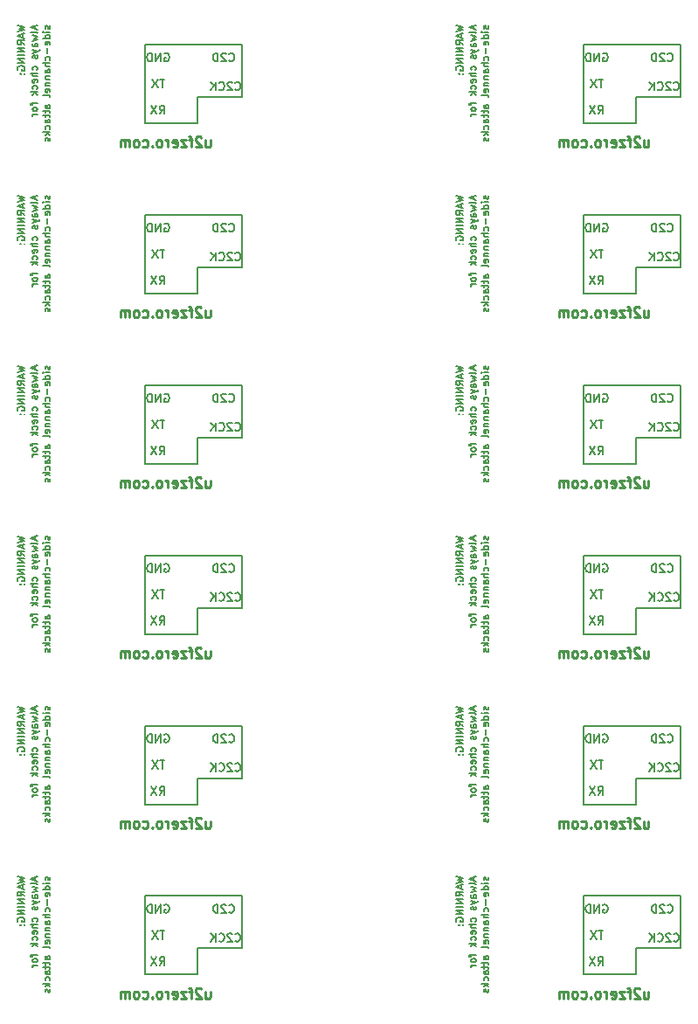
<source format=gbo>
%MOIN*%
%OFA0B0*%
%FSLAX46Y46*%
%IPPOS*%
%LPD*%
%ADD10C,0.0039370078740157488*%
%ADD11C,0.006889763779527559*%
%ADD12C,0.00984251968503937*%
%ADD13C,0.0078740157480314977*%
%ADD24C,0.0039370078740157488*%
%ADD25C,0.006889763779527559*%
%ADD26C,0.00984251968503937*%
%ADD27C,0.0078740157480314977*%
%ADD28C,0.0039370078740157488*%
%ADD29C,0.006889763779527559*%
%ADD30C,0.00984251968503937*%
%ADD31C,0.0078740157480314977*%
%ADD32C,0.0039370078740157488*%
%ADD33C,0.006889763779527559*%
%ADD34C,0.00984251968503937*%
%ADD35C,0.0078740157480314977*%
%ADD36C,0.0039370078740157488*%
%ADD37C,0.006889763779527559*%
%ADD38C,0.00984251968503937*%
%ADD39C,0.0078740157480314977*%
%ADD40C,0.0039370078740157488*%
%ADD41C,0.006889763779527559*%
%ADD42C,0.00984251968503937*%
%ADD43C,0.0078740157480314977*%
%ADD44C,0.0039370078740157488*%
%ADD45C,0.006889763779527559*%
%ADD46C,0.00984251968503937*%
%ADD47C,0.0078740157480314977*%
%ADD48C,0.0039370078740157488*%
%ADD49C,0.006889763779527559*%
%ADD50C,0.00984251968503937*%
%ADD51C,0.0078740157480314977*%
%ADD52C,0.0039370078740157488*%
%ADD53C,0.006889763779527559*%
%ADD54C,0.00984251968503937*%
%ADD55C,0.0078740157480314977*%
%ADD56C,0.0039370078740157488*%
%ADD57C,0.006889763779527559*%
%ADD58C,0.00984251968503937*%
%ADD59C,0.0078740157480314977*%
%ADD60C,0.0039370078740157488*%
%ADD61C,0.006889763779527559*%
%ADD62C,0.00984251968503937*%
%ADD63C,0.0078740157480314977*%
%ADD64C,0.0039370078740157488*%
%ADD65C,0.006889763779527559*%
%ADD66C,0.00984251968503937*%
%ADD67C,0.0078740157480314977*%
G01G01*
D10*
D11*
X0000298884Y0000508661D02*
X0000326443Y0000502099D01*
X0000306758Y0000496850D01*
X0000326443Y0000491601D01*
X0000298884Y0000485039D01*
X0000318569Y0000475852D02*
X0000318569Y0000462729D01*
X0000326443Y0000478477D02*
X0000298884Y0000469291D01*
X0000326443Y0000460105D01*
X0000326443Y0000435170D02*
X0000313320Y0000444356D01*
X0000326443Y0000450918D02*
X0000298884Y0000450918D01*
X0000298884Y0000440419D01*
X0000300196Y0000437795D01*
X0000301509Y0000436482D01*
X0000304133Y0000435170D01*
X0000308070Y0000435170D01*
X0000310695Y0000436482D01*
X0000312007Y0000437795D01*
X0000313320Y0000440419D01*
X0000313320Y0000450918D01*
X0000326443Y0000423359D02*
X0000298884Y0000423359D01*
X0000326443Y0000407611D01*
X0000298884Y0000407611D01*
X0000326443Y0000394488D02*
X0000298884Y0000394488D01*
X0000326443Y0000381364D02*
X0000298884Y0000381364D01*
X0000326443Y0000365616D01*
X0000298884Y0000365616D01*
X0000300196Y0000338057D02*
X0000298884Y0000340682D01*
X0000298884Y0000344619D01*
X0000300196Y0000348556D01*
X0000302821Y0000351181D01*
X0000305446Y0000352493D01*
X0000310695Y0000353805D01*
X0000314632Y0000353805D01*
X0000319881Y0000352493D01*
X0000322506Y0000351181D01*
X0000325131Y0000348556D01*
X0000326443Y0000344619D01*
X0000326443Y0000341994D01*
X0000325131Y0000338057D01*
X0000323818Y0000336745D01*
X0000314632Y0000336745D01*
X0000314632Y0000341994D01*
X0000323818Y0000324934D02*
X0000325131Y0000323622D01*
X0000326443Y0000324934D01*
X0000325131Y0000326246D01*
X0000323818Y0000324934D01*
X0000326443Y0000324934D01*
X0000309383Y0000324934D02*
X0000310695Y0000323622D01*
X0000312007Y0000324934D01*
X0000310695Y0000326246D01*
X0000309383Y0000324934D01*
X0000312007Y0000324934D01*
X0000366797Y0000507349D02*
X0000366797Y0000494225D01*
X0000374671Y0000509973D02*
X0000347112Y0000500787D01*
X0000374671Y0000491601D01*
X0000374671Y0000478477D02*
X0000373359Y0000481102D01*
X0000370734Y0000482414D01*
X0000347112Y0000482414D01*
X0000356299Y0000470603D02*
X0000374671Y0000465354D01*
X0000361548Y0000460104D01*
X0000374671Y0000454855D01*
X0000356299Y0000449606D01*
X0000374671Y0000427296D02*
X0000360236Y0000427296D01*
X0000357611Y0000428608D01*
X0000356299Y0000431233D01*
X0000356299Y0000436482D01*
X0000357611Y0000439107D01*
X0000373359Y0000427296D02*
X0000374671Y0000429921D01*
X0000374671Y0000436482D01*
X0000373359Y0000439107D01*
X0000370734Y0000440419D01*
X0000368110Y0000440419D01*
X0000365485Y0000439107D01*
X0000364173Y0000436482D01*
X0000364173Y0000429921D01*
X0000362860Y0000427296D01*
X0000356299Y0000416797D02*
X0000374671Y0000410236D01*
X0000356299Y0000403674D02*
X0000374671Y0000410236D01*
X0000381233Y0000412860D01*
X0000382545Y0000414173D01*
X0000383858Y0000416797D01*
X0000373359Y0000394488D02*
X0000374671Y0000391863D01*
X0000374671Y0000386614D01*
X0000373359Y0000383989D01*
X0000370734Y0000382677D01*
X0000369422Y0000382677D01*
X0000366797Y0000383989D01*
X0000365485Y0000386614D01*
X0000365485Y0000390551D01*
X0000364173Y0000393175D01*
X0000361548Y0000394488D01*
X0000360236Y0000394488D01*
X0000357611Y0000393175D01*
X0000356299Y0000390551D01*
X0000356299Y0000386614D01*
X0000357611Y0000383989D01*
X0000373359Y0000338057D02*
X0000374671Y0000340682D01*
X0000374671Y0000345931D01*
X0000373359Y0000348556D01*
X0000372047Y0000349868D01*
X0000369422Y0000351181D01*
X0000361548Y0000351181D01*
X0000358923Y0000349868D01*
X0000357611Y0000348556D01*
X0000356299Y0000345931D01*
X0000356299Y0000340682D01*
X0000357611Y0000338057D01*
X0000374671Y0000326246D02*
X0000347112Y0000326246D01*
X0000374671Y0000314435D02*
X0000360236Y0000314435D01*
X0000357611Y0000315748D01*
X0000356299Y0000318372D01*
X0000356299Y0000322309D01*
X0000357611Y0000324934D01*
X0000358923Y0000326246D01*
X0000373359Y0000290813D02*
X0000374671Y0000293438D01*
X0000374671Y0000298687D01*
X0000373359Y0000301312D01*
X0000370734Y0000302624D01*
X0000360236Y0000302624D01*
X0000357611Y0000301312D01*
X0000356299Y0000298687D01*
X0000356299Y0000293438D01*
X0000357611Y0000290813D01*
X0000360236Y0000289501D01*
X0000362860Y0000289501D01*
X0000365485Y0000302624D01*
X0000373359Y0000265879D02*
X0000374671Y0000268503D01*
X0000374671Y0000273753D01*
X0000373359Y0000276377D01*
X0000372047Y0000277690D01*
X0000369422Y0000279002D01*
X0000361548Y0000279002D01*
X0000358923Y0000277690D01*
X0000357611Y0000276377D01*
X0000356299Y0000273753D01*
X0000356299Y0000268503D01*
X0000357611Y0000265879D01*
X0000374671Y0000254068D02*
X0000347112Y0000254068D01*
X0000364173Y0000251443D02*
X0000374671Y0000243569D01*
X0000356299Y0000243569D02*
X0000366797Y0000254068D01*
X0000356299Y0000214698D02*
X0000356299Y0000204199D01*
X0000374671Y0000210761D02*
X0000351049Y0000210761D01*
X0000348425Y0000209448D01*
X0000347112Y0000206824D01*
X0000347112Y0000204199D01*
X0000374671Y0000191076D02*
X0000373359Y0000193700D01*
X0000372047Y0000195013D01*
X0000369422Y0000196325D01*
X0000361548Y0000196325D01*
X0000358923Y0000195013D01*
X0000357611Y0000193700D01*
X0000356299Y0000191076D01*
X0000356299Y0000187139D01*
X0000357611Y0000184514D01*
X0000358923Y0000183202D01*
X0000361548Y0000181889D01*
X0000369422Y0000181889D01*
X0000372047Y0000183202D01*
X0000373359Y0000184514D01*
X0000374671Y0000187139D01*
X0000374671Y0000191076D01*
X0000374671Y0000170078D02*
X0000356299Y0000170078D01*
X0000361548Y0000170078D02*
X0000358923Y0000168766D01*
X0000357611Y0000167454D01*
X0000356299Y0000164829D01*
X0000356299Y0000162204D01*
X0000421587Y0000507349D02*
X0000422900Y0000504724D01*
X0000422900Y0000499475D01*
X0000421587Y0000496850D01*
X0000418963Y0000495538D01*
X0000417650Y0000495538D01*
X0000415026Y0000496850D01*
X0000413713Y0000499475D01*
X0000413713Y0000503412D01*
X0000412401Y0000506036D01*
X0000409776Y0000507349D01*
X0000408464Y0000507349D01*
X0000405839Y0000506036D01*
X0000404527Y0000503412D01*
X0000404527Y0000499475D01*
X0000405839Y0000496850D01*
X0000422900Y0000483727D02*
X0000404527Y0000483727D01*
X0000395341Y0000483727D02*
X0000396653Y0000485039D01*
X0000397965Y0000483727D01*
X0000396653Y0000482414D01*
X0000395341Y0000483727D01*
X0000397965Y0000483727D01*
X0000422900Y0000458792D02*
X0000395341Y0000458792D01*
X0000421587Y0000458792D02*
X0000422900Y0000461417D01*
X0000422900Y0000466666D01*
X0000421587Y0000469291D01*
X0000420275Y0000470603D01*
X0000417650Y0000471916D01*
X0000409776Y0000471916D01*
X0000407152Y0000470603D01*
X0000405839Y0000469291D01*
X0000404527Y0000466666D01*
X0000404527Y0000461417D01*
X0000405839Y0000458792D01*
X0000421587Y0000435170D02*
X0000422900Y0000437795D01*
X0000422900Y0000443044D01*
X0000421587Y0000445669D01*
X0000418963Y0000446981D01*
X0000408464Y0000446981D01*
X0000405839Y0000445669D01*
X0000404527Y0000443044D01*
X0000404527Y0000437795D01*
X0000405839Y0000435170D01*
X0000408464Y0000433858D01*
X0000411089Y0000433858D01*
X0000413713Y0000446981D01*
X0000412401Y0000422047D02*
X0000412401Y0000401049D01*
X0000421587Y0000376115D02*
X0000422900Y0000378740D01*
X0000422900Y0000383989D01*
X0000421587Y0000386614D01*
X0000420275Y0000387926D01*
X0000417650Y0000389238D01*
X0000409776Y0000389238D01*
X0000407152Y0000387926D01*
X0000405839Y0000386614D01*
X0000404527Y0000383989D01*
X0000404527Y0000378740D01*
X0000405839Y0000376115D01*
X0000422900Y0000364304D02*
X0000395341Y0000364304D01*
X0000422900Y0000352493D02*
X0000408464Y0000352493D01*
X0000405839Y0000353805D01*
X0000404527Y0000356430D01*
X0000404527Y0000360367D01*
X0000405839Y0000362992D01*
X0000407152Y0000364304D01*
X0000422900Y0000327559D02*
X0000408464Y0000327559D01*
X0000405839Y0000328871D01*
X0000404527Y0000331496D01*
X0000404527Y0000336745D01*
X0000405839Y0000339370D01*
X0000421587Y0000327559D02*
X0000422900Y0000330183D01*
X0000422900Y0000336745D01*
X0000421587Y0000339370D01*
X0000418963Y0000340682D01*
X0000416338Y0000340682D01*
X0000413713Y0000339370D01*
X0000412401Y0000336745D01*
X0000412401Y0000330183D01*
X0000411089Y0000327559D01*
X0000404527Y0000314435D02*
X0000422900Y0000314435D01*
X0000407152Y0000314435D02*
X0000405839Y0000313123D01*
X0000404527Y0000310498D01*
X0000404527Y0000306561D01*
X0000405839Y0000303937D01*
X0000408464Y0000302624D01*
X0000422900Y0000302624D01*
X0000404527Y0000289501D02*
X0000422900Y0000289501D01*
X0000407152Y0000289501D02*
X0000405839Y0000288188D01*
X0000404527Y0000285564D01*
X0000404527Y0000281627D01*
X0000405839Y0000279002D01*
X0000408464Y0000277690D01*
X0000422900Y0000277690D01*
X0000421587Y0000254068D02*
X0000422900Y0000256692D01*
X0000422900Y0000261942D01*
X0000421587Y0000264566D01*
X0000418963Y0000265879D01*
X0000408464Y0000265879D01*
X0000405839Y0000264566D01*
X0000404527Y0000261942D01*
X0000404527Y0000256692D01*
X0000405839Y0000254068D01*
X0000408464Y0000252755D01*
X0000411089Y0000252755D01*
X0000413713Y0000265879D01*
X0000422900Y0000237007D02*
X0000421587Y0000239632D01*
X0000418963Y0000240944D01*
X0000395341Y0000240944D01*
X0000422900Y0000193700D02*
X0000408464Y0000193700D01*
X0000405839Y0000195013D01*
X0000404527Y0000197637D01*
X0000404527Y0000202887D01*
X0000405839Y0000205511D01*
X0000421587Y0000193700D02*
X0000422900Y0000196325D01*
X0000422900Y0000202887D01*
X0000421587Y0000205511D01*
X0000418963Y0000206824D01*
X0000416338Y0000206824D01*
X0000413713Y0000205511D01*
X0000412401Y0000202887D01*
X0000412401Y0000196325D01*
X0000411089Y0000193700D01*
X0000404527Y0000184514D02*
X0000404527Y0000174015D01*
X0000395341Y0000180577D02*
X0000418963Y0000180577D01*
X0000421587Y0000179265D01*
X0000422900Y0000176640D01*
X0000422900Y0000174015D01*
X0000404527Y0000168766D02*
X0000404527Y0000158267D01*
X0000395341Y0000164829D02*
X0000418963Y0000164829D01*
X0000421587Y0000163517D01*
X0000422900Y0000160892D01*
X0000422900Y0000158267D01*
X0000422900Y0000137270D02*
X0000408464Y0000137270D01*
X0000405839Y0000138582D01*
X0000404527Y0000141207D01*
X0000404527Y0000146456D01*
X0000405839Y0000149081D01*
X0000421587Y0000137270D02*
X0000422900Y0000139895D01*
X0000422900Y0000146456D01*
X0000421587Y0000149081D01*
X0000418963Y0000150393D01*
X0000416338Y0000150393D01*
X0000413713Y0000149081D01*
X0000412401Y0000146456D01*
X0000412401Y0000139895D01*
X0000411089Y0000137270D01*
X0000421587Y0000112336D02*
X0000422900Y0000114960D01*
X0000422900Y0000120210D01*
X0000421587Y0000122834D01*
X0000420275Y0000124147D01*
X0000417650Y0000125459D01*
X0000409776Y0000125459D01*
X0000407152Y0000124147D01*
X0000405839Y0000122834D01*
X0000404527Y0000120210D01*
X0000404527Y0000114960D01*
X0000405839Y0000112336D01*
X0000422900Y0000100524D02*
X0000395341Y0000100524D01*
X0000412401Y0000097900D02*
X0000422900Y0000090026D01*
X0000404527Y0000090026D02*
X0000415026Y0000100524D01*
X0000421587Y0000079527D02*
X0000422900Y0000076902D01*
X0000422900Y0000071653D01*
X0000421587Y0000069028D01*
X0000418963Y0000067716D01*
X0000417650Y0000067716D01*
X0000415026Y0000069028D01*
X0000413713Y0000071653D01*
X0000413713Y0000075590D01*
X0000412401Y0000078215D01*
X0000409776Y0000079527D01*
X0000408464Y0000079527D01*
X0000405839Y0000078215D01*
X0000404527Y0000075590D01*
X0000404527Y0000071653D01*
X0000405839Y0000069028D01*
D12*
X0001016872Y0000071034D02*
X0001016872Y0000044788D01*
X0001033745Y0000071034D02*
X0001033745Y0000050412D01*
X0001031871Y0000046662D01*
X0001028121Y0000044788D01*
X0001022497Y0000044788D01*
X0001018747Y0000046662D01*
X0001016872Y0000048537D01*
X0001000000Y0000080408D02*
X0000998125Y0000082283D01*
X0000994375Y0000084158D01*
X0000985001Y0000084158D01*
X0000981252Y0000082283D01*
X0000979377Y0000080408D01*
X0000977502Y0000076659D01*
X0000977502Y0000072909D01*
X0000979377Y0000067285D01*
X0001001874Y0000044788D01*
X0000977502Y0000044788D01*
X0000966254Y0000071034D02*
X0000951256Y0000071034D01*
X0000960629Y0000044788D02*
X0000960629Y0000078533D01*
X0000958755Y0000082283D01*
X0000955005Y0000084158D01*
X0000951256Y0000084158D01*
X0000941882Y0000071034D02*
X0000921259Y0000071034D01*
X0000941882Y0000044788D01*
X0000921259Y0000044788D01*
X0000891263Y0000046662D02*
X0000895013Y0000044788D01*
X0000902512Y0000044788D01*
X0000906261Y0000046662D01*
X0000908136Y0000050412D01*
X0000908136Y0000065410D01*
X0000906261Y0000069160D01*
X0000902512Y0000071034D01*
X0000895013Y0000071034D01*
X0000891263Y0000069160D01*
X0000889388Y0000065410D01*
X0000889388Y0000061660D01*
X0000908136Y0000057911D01*
X0000872515Y0000044788D02*
X0000872515Y0000071034D01*
X0000872515Y0000063535D02*
X0000870641Y0000067285D01*
X0000868766Y0000069160D01*
X0000865016Y0000071034D01*
X0000861267Y0000071034D01*
X0000842519Y0000044788D02*
X0000846269Y0000046662D01*
X0000848143Y0000048537D01*
X0000850018Y0000052287D01*
X0000850018Y0000063535D01*
X0000848143Y0000067285D01*
X0000846269Y0000069160D01*
X0000842519Y0000071034D01*
X0000836895Y0000071034D01*
X0000833145Y0000069160D01*
X0000831270Y0000067285D01*
X0000829396Y0000063535D01*
X0000829396Y0000052287D01*
X0000831270Y0000048537D01*
X0000833145Y0000046662D01*
X0000836895Y0000044788D01*
X0000842519Y0000044788D01*
X0000812523Y0000048537D02*
X0000810648Y0000046662D01*
X0000812523Y0000044788D01*
X0000814398Y0000046662D01*
X0000812523Y0000048537D01*
X0000812523Y0000044788D01*
X0000776902Y0000046662D02*
X0000780652Y0000044788D01*
X0000788151Y0000044788D01*
X0000791900Y0000046662D01*
X0000793775Y0000048537D01*
X0000795650Y0000052287D01*
X0000795650Y0000063535D01*
X0000793775Y0000067285D01*
X0000791900Y0000069160D01*
X0000788151Y0000071034D01*
X0000780652Y0000071034D01*
X0000776902Y0000069160D01*
X0000754405Y0000044788D02*
X0000758155Y0000046662D01*
X0000760029Y0000048537D01*
X0000761904Y0000052287D01*
X0000761904Y0000063535D01*
X0000760029Y0000067285D01*
X0000758155Y0000069160D01*
X0000754405Y0000071034D01*
X0000748781Y0000071034D01*
X0000745031Y0000069160D01*
X0000743157Y0000067285D01*
X0000741282Y0000063535D01*
X0000741282Y0000052287D01*
X0000743157Y0000048537D01*
X0000745031Y0000046662D01*
X0000748781Y0000044788D01*
X0000754405Y0000044788D01*
X0000724409Y0000044788D02*
X0000724409Y0000071034D01*
X0000724409Y0000067285D02*
X0000722534Y0000069160D01*
X0000718785Y0000071034D01*
X0000713160Y0000071034D01*
X0000709411Y0000069160D01*
X0000707536Y0000065410D01*
X0000707536Y0000044788D01*
X0000707536Y0000065410D02*
X0000705661Y0000069160D01*
X0000701912Y0000071034D01*
X0000696287Y0000071034D01*
X0000692538Y0000069160D01*
X0000690663Y0000065410D01*
X0000690663Y0000044788D01*
D13*
X0001135433Y0000435433D02*
X0001115433Y0000435433D01*
X0001155433Y0000435433D02*
X0001135433Y0000435433D01*
X0001155433Y0000235433D02*
X0001155433Y0000435433D01*
X0001135433Y0000235433D02*
X0001155433Y0000235433D01*
X0001129265Y0000264341D02*
X0001130764Y0000262842D01*
X0001135264Y0000261342D01*
X0001138263Y0000261342D01*
X0001142763Y0000262842D01*
X0001145762Y0000265841D01*
X0001147262Y0000268841D01*
X0001148762Y0000274840D01*
X0001148762Y0000279340D01*
X0001147262Y0000285339D01*
X0001145762Y0000288338D01*
X0001142763Y0000291338D01*
X0001138263Y0000292838D01*
X0001135264Y0000292838D01*
X0001130764Y0000291338D01*
X0001129265Y0000289838D01*
X0001117266Y0000289838D02*
X0001115766Y0000291338D01*
X0001112767Y0000292838D01*
X0001105268Y0000292838D01*
X0001102268Y0000291338D01*
X0001100768Y0000289838D01*
X0001099268Y0000286839D01*
X0001099268Y0000283839D01*
X0001100768Y0000279340D01*
X0001118766Y0000261342D01*
X0001099268Y0000261342D01*
X0001067772Y0000264341D02*
X0001069272Y0000262842D01*
X0001073772Y0000261342D01*
X0001076771Y0000261342D01*
X0001081271Y0000262842D01*
X0001084270Y0000265841D01*
X0001085770Y0000268841D01*
X0001087270Y0000274840D01*
X0001087270Y0000279340D01*
X0001085770Y0000285339D01*
X0001084270Y0000288338D01*
X0001081271Y0000291338D01*
X0001076771Y0000292838D01*
X0001073772Y0000292838D01*
X0001069272Y0000291338D01*
X0001067772Y0000289838D01*
X0001054274Y0000261342D02*
X0001054274Y0000292838D01*
X0001036276Y0000261342D02*
X0001049775Y0000279340D01*
X0001036276Y0000292838D02*
X0001054274Y0000274840D01*
X0001106430Y0000374184D02*
X0001107930Y0000372684D01*
X0001112429Y0000371184D01*
X0001115429Y0000371184D01*
X0001119928Y0000372684D01*
X0001122928Y0000375684D01*
X0001124428Y0000378683D01*
X0001125927Y0000384683D01*
X0001125927Y0000389182D01*
X0001124428Y0000395181D01*
X0001122928Y0000398181D01*
X0001119928Y0000401181D01*
X0001115429Y0000402680D01*
X0001112429Y0000402680D01*
X0001107930Y0000401181D01*
X0001106430Y0000399681D01*
X0001094431Y0000399681D02*
X0001092932Y0000401181D01*
X0001089932Y0000402680D01*
X0001082433Y0000402680D01*
X0001079433Y0000401181D01*
X0001077933Y0000399681D01*
X0001076434Y0000396681D01*
X0001076434Y0000393682D01*
X0001077933Y0000389182D01*
X0001095931Y0000371184D01*
X0001076434Y0000371184D01*
X0001062935Y0000371184D02*
X0001062935Y0000402680D01*
X0001055436Y0000402680D01*
X0001050937Y0000401181D01*
X0001047937Y0000398181D01*
X0001046437Y0000395181D01*
X0001044938Y0000389182D01*
X0001044938Y0000384683D01*
X0001046437Y0000378683D01*
X0001047937Y0000375684D01*
X0001050937Y0000372684D01*
X0001055436Y0000371184D01*
X0001062935Y0000371184D01*
X0000840682Y0000171184D02*
X0000851181Y0000186182D01*
X0000858680Y0000171184D02*
X0000858680Y0000202680D01*
X0000846681Y0000202680D01*
X0000843682Y0000201181D01*
X0000842182Y0000199681D01*
X0000840682Y0000196681D01*
X0000840682Y0000192182D01*
X0000842182Y0000189182D01*
X0000843682Y0000187682D01*
X0000846681Y0000186182D01*
X0000858680Y0000186182D01*
X0000830183Y0000202680D02*
X0000809186Y0000171184D01*
X0000809186Y0000202680D02*
X0000830183Y0000171184D01*
X0000859430Y0000302680D02*
X0000841432Y0000302680D01*
X0000850431Y0000271184D02*
X0000850431Y0000302680D01*
X0000833933Y0000302680D02*
X0000812935Y0000271184D01*
X0000812935Y0000302680D02*
X0000833933Y0000271184D01*
X0000859430Y0000401181D02*
X0000862429Y0000402680D01*
X0000866929Y0000402680D01*
X0000871428Y0000401181D01*
X0000874428Y0000398181D01*
X0000875927Y0000395181D01*
X0000877427Y0000389182D01*
X0000877427Y0000384683D01*
X0000875927Y0000378683D01*
X0000874428Y0000375684D01*
X0000871428Y0000372684D01*
X0000866929Y0000371184D01*
X0000863929Y0000371184D01*
X0000859430Y0000372684D01*
X0000857930Y0000374184D01*
X0000857930Y0000384683D01*
X0000863929Y0000384683D01*
X0000844431Y0000371184D02*
X0000844431Y0000402680D01*
X0000826434Y0000371184D01*
X0000826434Y0000402680D01*
X0000811436Y0000371184D02*
X0000811436Y0000402680D01*
X0000803937Y0000402680D01*
X0000799437Y0000401181D01*
X0000796437Y0000398181D01*
X0000794938Y0000395181D01*
X0000793438Y0000389182D01*
X0000793438Y0000384683D01*
X0000794938Y0000378683D01*
X0000796437Y0000375684D01*
X0000799437Y0000372684D01*
X0000803937Y0000371184D01*
X0000811436Y0000371184D01*
X0000785433Y0000435433D02*
X0000835433Y0000435433D01*
X0000785433Y0000135433D02*
X0000785433Y0000435433D01*
X0000985433Y0000135433D02*
X0000785433Y0000135433D01*
X0000985433Y0000235433D02*
X0000985433Y0000135433D01*
X0001135433Y0000235433D02*
X0000985433Y0000235433D01*
X0001085433Y0000435433D02*
X0001135433Y0000435433D01*
X0000835433Y0000435433D02*
X0001085433Y0000435433D01*
G04 next file*
G04 #@! TF.FileFunction,Legend,Bot*
G04 Gerber Fmt 4.6, Leading zero omitted, Abs format (unit mm)*
G04 Created by KiCad (PCBNEW 4.0.6) date 2017 June 28, Wednesday 04:06:12*
G01G01*
G04 APERTURE LIST*
G04 APERTURE END LIST*
D24*
D25*
X0001972112Y0000508661D02*
X0001999671Y0000502099D01*
X0001979986Y0000496850D01*
X0001999671Y0000491601D01*
X0001972112Y0000485039D01*
X0001991797Y0000475852D02*
X0001991797Y0000462729D01*
X0001999671Y0000478477D02*
X0001972112Y0000469291D01*
X0001999671Y0000460105D01*
X0001999671Y0000435170D02*
X0001986548Y0000444356D01*
X0001999671Y0000450918D02*
X0001972112Y0000450918D01*
X0001972112Y0000440419D01*
X0001973425Y0000437795D01*
X0001974737Y0000436482D01*
X0001977362Y0000435170D01*
X0001981299Y0000435170D01*
X0001983923Y0000436482D01*
X0001985236Y0000437795D01*
X0001986548Y0000440419D01*
X0001986548Y0000450918D01*
X0001999671Y0000423359D02*
X0001972112Y0000423359D01*
X0001999671Y0000407611D01*
X0001972112Y0000407611D01*
X0001999671Y0000394488D02*
X0001972112Y0000394488D01*
X0001999671Y0000381364D02*
X0001972112Y0000381364D01*
X0001999671Y0000365616D01*
X0001972112Y0000365616D01*
X0001973425Y0000338057D02*
X0001972112Y0000340682D01*
X0001972112Y0000344619D01*
X0001973425Y0000348556D01*
X0001976049Y0000351181D01*
X0001978674Y0000352493D01*
X0001983923Y0000353805D01*
X0001987860Y0000353805D01*
X0001993110Y0000352493D01*
X0001995734Y0000351181D01*
X0001998359Y0000348556D01*
X0001999671Y0000344619D01*
X0001999671Y0000341994D01*
X0001998359Y0000338057D01*
X0001997047Y0000336745D01*
X0001987860Y0000336745D01*
X0001987860Y0000341994D01*
X0001997047Y0000324934D02*
X0001998359Y0000323622D01*
X0001999671Y0000324934D01*
X0001998359Y0000326246D01*
X0001997047Y0000324934D01*
X0001999671Y0000324934D01*
X0001982611Y0000324934D02*
X0001983923Y0000323622D01*
X0001985236Y0000324934D01*
X0001983923Y0000326246D01*
X0001982611Y0000324934D01*
X0001985236Y0000324934D01*
X0002040026Y0000507349D02*
X0002040026Y0000494225D01*
X0002047900Y0000509973D02*
X0002020341Y0000500787D01*
X0002047900Y0000491601D01*
X0002047900Y0000478477D02*
X0002046587Y0000481102D01*
X0002043963Y0000482414D01*
X0002020341Y0000482414D01*
X0002029527Y0000470603D02*
X0002047900Y0000465354D01*
X0002034776Y0000460104D01*
X0002047900Y0000454855D01*
X0002029527Y0000449606D01*
X0002047900Y0000427296D02*
X0002033464Y0000427296D01*
X0002030839Y0000428608D01*
X0002029527Y0000431233D01*
X0002029527Y0000436482D01*
X0002030839Y0000439107D01*
X0002046587Y0000427296D02*
X0002047900Y0000429921D01*
X0002047900Y0000436482D01*
X0002046587Y0000439107D01*
X0002043963Y0000440419D01*
X0002041338Y0000440419D01*
X0002038713Y0000439107D01*
X0002037401Y0000436482D01*
X0002037401Y0000429921D01*
X0002036089Y0000427296D01*
X0002029527Y0000416797D02*
X0002047900Y0000410236D01*
X0002029527Y0000403674D02*
X0002047900Y0000410236D01*
X0002054461Y0000412860D01*
X0002055774Y0000414173D01*
X0002057086Y0000416797D01*
X0002046587Y0000394488D02*
X0002047900Y0000391863D01*
X0002047900Y0000386614D01*
X0002046587Y0000383989D01*
X0002043963Y0000382677D01*
X0002042650Y0000382677D01*
X0002040026Y0000383989D01*
X0002038713Y0000386614D01*
X0002038713Y0000390551D01*
X0002037401Y0000393175D01*
X0002034776Y0000394488D01*
X0002033464Y0000394488D01*
X0002030839Y0000393175D01*
X0002029527Y0000390551D01*
X0002029527Y0000386614D01*
X0002030839Y0000383989D01*
X0002046587Y0000338057D02*
X0002047900Y0000340682D01*
X0002047900Y0000345931D01*
X0002046587Y0000348556D01*
X0002045275Y0000349868D01*
X0002042650Y0000351181D01*
X0002034776Y0000351181D01*
X0002032152Y0000349868D01*
X0002030839Y0000348556D01*
X0002029527Y0000345931D01*
X0002029527Y0000340682D01*
X0002030839Y0000338057D01*
X0002047900Y0000326246D02*
X0002020341Y0000326246D01*
X0002047900Y0000314435D02*
X0002033464Y0000314435D01*
X0002030839Y0000315748D01*
X0002029527Y0000318372D01*
X0002029527Y0000322309D01*
X0002030839Y0000324934D01*
X0002032152Y0000326246D01*
X0002046587Y0000290813D02*
X0002047900Y0000293438D01*
X0002047900Y0000298687D01*
X0002046587Y0000301312D01*
X0002043963Y0000302624D01*
X0002033464Y0000302624D01*
X0002030839Y0000301312D01*
X0002029527Y0000298687D01*
X0002029527Y0000293438D01*
X0002030839Y0000290813D01*
X0002033464Y0000289501D01*
X0002036089Y0000289501D01*
X0002038713Y0000302624D01*
X0002046587Y0000265879D02*
X0002047900Y0000268503D01*
X0002047900Y0000273753D01*
X0002046587Y0000276377D01*
X0002045275Y0000277690D01*
X0002042650Y0000279002D01*
X0002034776Y0000279002D01*
X0002032152Y0000277690D01*
X0002030839Y0000276377D01*
X0002029527Y0000273753D01*
X0002029527Y0000268503D01*
X0002030839Y0000265879D01*
X0002047900Y0000254068D02*
X0002020341Y0000254068D01*
X0002037401Y0000251443D02*
X0002047900Y0000243569D01*
X0002029527Y0000243569D02*
X0002040026Y0000254068D01*
X0002029527Y0000214698D02*
X0002029527Y0000204199D01*
X0002047900Y0000210761D02*
X0002024278Y0000210761D01*
X0002021653Y0000209448D01*
X0002020341Y0000206824D01*
X0002020341Y0000204199D01*
X0002047900Y0000191076D02*
X0002046587Y0000193700D01*
X0002045275Y0000195013D01*
X0002042650Y0000196325D01*
X0002034776Y0000196325D01*
X0002032152Y0000195013D01*
X0002030839Y0000193700D01*
X0002029527Y0000191076D01*
X0002029527Y0000187139D01*
X0002030839Y0000184514D01*
X0002032152Y0000183202D01*
X0002034776Y0000181889D01*
X0002042650Y0000181889D01*
X0002045275Y0000183202D01*
X0002046587Y0000184514D01*
X0002047900Y0000187139D01*
X0002047900Y0000191076D01*
X0002047900Y0000170078D02*
X0002029527Y0000170078D01*
X0002034776Y0000170078D02*
X0002032152Y0000168766D01*
X0002030839Y0000167454D01*
X0002029527Y0000164829D01*
X0002029527Y0000162204D01*
X0002094816Y0000507349D02*
X0002096128Y0000504724D01*
X0002096128Y0000499475D01*
X0002094816Y0000496850D01*
X0002092191Y0000495538D01*
X0002090879Y0000495538D01*
X0002088254Y0000496850D01*
X0002086942Y0000499475D01*
X0002086942Y0000503412D01*
X0002085629Y0000506036D01*
X0002083005Y0000507349D01*
X0002081692Y0000507349D01*
X0002079068Y0000506036D01*
X0002077755Y0000503412D01*
X0002077755Y0000499475D01*
X0002079068Y0000496850D01*
X0002096128Y0000483727D02*
X0002077755Y0000483727D01*
X0002068569Y0000483727D02*
X0002069881Y0000485039D01*
X0002071194Y0000483727D01*
X0002069881Y0000482414D01*
X0002068569Y0000483727D01*
X0002071194Y0000483727D01*
X0002096128Y0000458792D02*
X0002068569Y0000458792D01*
X0002094816Y0000458792D02*
X0002096128Y0000461417D01*
X0002096128Y0000466666D01*
X0002094816Y0000469291D01*
X0002093503Y0000470603D01*
X0002090879Y0000471916D01*
X0002083005Y0000471916D01*
X0002080380Y0000470603D01*
X0002079068Y0000469291D01*
X0002077755Y0000466666D01*
X0002077755Y0000461417D01*
X0002079068Y0000458792D01*
X0002094816Y0000435170D02*
X0002096128Y0000437795D01*
X0002096128Y0000443044D01*
X0002094816Y0000445669D01*
X0002092191Y0000446981D01*
X0002081692Y0000446981D01*
X0002079068Y0000445669D01*
X0002077755Y0000443044D01*
X0002077755Y0000437795D01*
X0002079068Y0000435170D01*
X0002081692Y0000433858D01*
X0002084317Y0000433858D01*
X0002086942Y0000446981D01*
X0002085629Y0000422047D02*
X0002085629Y0000401049D01*
X0002094816Y0000376115D02*
X0002096128Y0000378740D01*
X0002096128Y0000383989D01*
X0002094816Y0000386614D01*
X0002093503Y0000387926D01*
X0002090879Y0000389238D01*
X0002083005Y0000389238D01*
X0002080380Y0000387926D01*
X0002079068Y0000386614D01*
X0002077755Y0000383989D01*
X0002077755Y0000378740D01*
X0002079068Y0000376115D01*
X0002096128Y0000364304D02*
X0002068569Y0000364304D01*
X0002096128Y0000352493D02*
X0002081692Y0000352493D01*
X0002079068Y0000353805D01*
X0002077755Y0000356430D01*
X0002077755Y0000360367D01*
X0002079068Y0000362992D01*
X0002080380Y0000364304D01*
X0002096128Y0000327559D02*
X0002081692Y0000327559D01*
X0002079068Y0000328871D01*
X0002077755Y0000331496D01*
X0002077755Y0000336745D01*
X0002079068Y0000339370D01*
X0002094816Y0000327559D02*
X0002096128Y0000330183D01*
X0002096128Y0000336745D01*
X0002094816Y0000339370D01*
X0002092191Y0000340682D01*
X0002089566Y0000340682D01*
X0002086942Y0000339370D01*
X0002085629Y0000336745D01*
X0002085629Y0000330183D01*
X0002084317Y0000327559D01*
X0002077755Y0000314435D02*
X0002096128Y0000314435D01*
X0002080380Y0000314435D02*
X0002079068Y0000313123D01*
X0002077755Y0000310498D01*
X0002077755Y0000306561D01*
X0002079068Y0000303937D01*
X0002081692Y0000302624D01*
X0002096128Y0000302624D01*
X0002077755Y0000289501D02*
X0002096128Y0000289501D01*
X0002080380Y0000289501D02*
X0002079068Y0000288188D01*
X0002077755Y0000285564D01*
X0002077755Y0000281627D01*
X0002079068Y0000279002D01*
X0002081692Y0000277690D01*
X0002096128Y0000277690D01*
X0002094816Y0000254068D02*
X0002096128Y0000256692D01*
X0002096128Y0000261942D01*
X0002094816Y0000264566D01*
X0002092191Y0000265879D01*
X0002081692Y0000265879D01*
X0002079068Y0000264566D01*
X0002077755Y0000261942D01*
X0002077755Y0000256692D01*
X0002079068Y0000254068D01*
X0002081692Y0000252755D01*
X0002084317Y0000252755D01*
X0002086942Y0000265879D01*
X0002096128Y0000237007D02*
X0002094816Y0000239632D01*
X0002092191Y0000240944D01*
X0002068569Y0000240944D01*
X0002096128Y0000193700D02*
X0002081692Y0000193700D01*
X0002079068Y0000195013D01*
X0002077755Y0000197637D01*
X0002077755Y0000202887D01*
X0002079068Y0000205511D01*
X0002094816Y0000193700D02*
X0002096128Y0000196325D01*
X0002096128Y0000202887D01*
X0002094816Y0000205511D01*
X0002092191Y0000206824D01*
X0002089566Y0000206824D01*
X0002086942Y0000205511D01*
X0002085629Y0000202887D01*
X0002085629Y0000196325D01*
X0002084317Y0000193700D01*
X0002077755Y0000184514D02*
X0002077755Y0000174015D01*
X0002068569Y0000180577D02*
X0002092191Y0000180577D01*
X0002094816Y0000179265D01*
X0002096128Y0000176640D01*
X0002096128Y0000174015D01*
X0002077755Y0000168766D02*
X0002077755Y0000158267D01*
X0002068569Y0000164829D02*
X0002092191Y0000164829D01*
X0002094816Y0000163517D01*
X0002096128Y0000160892D01*
X0002096128Y0000158267D01*
X0002096128Y0000137270D02*
X0002081692Y0000137270D01*
X0002079068Y0000138582D01*
X0002077755Y0000141207D01*
X0002077755Y0000146456D01*
X0002079068Y0000149081D01*
X0002094816Y0000137270D02*
X0002096128Y0000139895D01*
X0002096128Y0000146456D01*
X0002094816Y0000149081D01*
X0002092191Y0000150393D01*
X0002089566Y0000150393D01*
X0002086942Y0000149081D01*
X0002085629Y0000146456D01*
X0002085629Y0000139895D01*
X0002084317Y0000137270D01*
X0002094816Y0000112336D02*
X0002096128Y0000114960D01*
X0002096128Y0000120210D01*
X0002094816Y0000122834D01*
X0002093503Y0000124147D01*
X0002090879Y0000125459D01*
X0002083005Y0000125459D01*
X0002080380Y0000124147D01*
X0002079068Y0000122834D01*
X0002077755Y0000120210D01*
X0002077755Y0000114960D01*
X0002079068Y0000112336D01*
X0002096128Y0000100524D02*
X0002068569Y0000100524D01*
X0002085629Y0000097900D02*
X0002096128Y0000090026D01*
X0002077755Y0000090026D02*
X0002088254Y0000100524D01*
X0002094816Y0000079527D02*
X0002096128Y0000076902D01*
X0002096128Y0000071653D01*
X0002094816Y0000069028D01*
X0002092191Y0000067716D01*
X0002090879Y0000067716D01*
X0002088254Y0000069028D01*
X0002086942Y0000071653D01*
X0002086942Y0000075590D01*
X0002085629Y0000078215D01*
X0002083005Y0000079527D01*
X0002081692Y0000079527D01*
X0002079068Y0000078215D01*
X0002077755Y0000075590D01*
X0002077755Y0000071653D01*
X0002079068Y0000069028D01*
D26*
X0002690101Y0000071034D02*
X0002690101Y0000044788D01*
X0002706974Y0000071034D02*
X0002706974Y0000050412D01*
X0002705099Y0000046662D01*
X0002701349Y0000044788D01*
X0002695725Y0000044788D01*
X0002691975Y0000046662D01*
X0002690101Y0000048537D01*
X0002673228Y0000080408D02*
X0002671353Y0000082283D01*
X0002667604Y0000084158D01*
X0002658230Y0000084158D01*
X0002654480Y0000082283D01*
X0002652605Y0000080408D01*
X0002650731Y0000076659D01*
X0002650731Y0000072909D01*
X0002652605Y0000067285D01*
X0002675103Y0000044788D01*
X0002650731Y0000044788D01*
X0002639482Y0000071034D02*
X0002624484Y0000071034D01*
X0002633858Y0000044788D02*
X0002633858Y0000078533D01*
X0002631983Y0000082283D01*
X0002628233Y0000084158D01*
X0002624484Y0000084158D01*
X0002615110Y0000071034D02*
X0002594488Y0000071034D01*
X0002615110Y0000044788D01*
X0002594488Y0000044788D01*
X0002564491Y0000046662D02*
X0002568241Y0000044788D01*
X0002575740Y0000044788D01*
X0002579490Y0000046662D01*
X0002581364Y0000050412D01*
X0002581364Y0000065410D01*
X0002579490Y0000069160D01*
X0002575740Y0000071034D01*
X0002568241Y0000071034D01*
X0002564491Y0000069160D01*
X0002562617Y0000065410D01*
X0002562617Y0000061660D01*
X0002581364Y0000057911D01*
X0002545744Y0000044788D02*
X0002545744Y0000071034D01*
X0002545744Y0000063535D02*
X0002543869Y0000067285D01*
X0002541994Y0000069160D01*
X0002538245Y0000071034D01*
X0002534495Y0000071034D01*
X0002515747Y0000044788D02*
X0002519497Y0000046662D01*
X0002521372Y0000048537D01*
X0002523247Y0000052287D01*
X0002523247Y0000063535D01*
X0002521372Y0000067285D01*
X0002519497Y0000069160D01*
X0002515747Y0000071034D01*
X0002510123Y0000071034D01*
X0002506374Y0000069160D01*
X0002504499Y0000067285D01*
X0002502624Y0000063535D01*
X0002502624Y0000052287D01*
X0002504499Y0000048537D01*
X0002506374Y0000046662D01*
X0002510123Y0000044788D01*
X0002515747Y0000044788D01*
X0002485751Y0000048537D02*
X0002483876Y0000046662D01*
X0002485751Y0000044788D01*
X0002487626Y0000046662D01*
X0002485751Y0000048537D01*
X0002485751Y0000044788D01*
X0002450131Y0000046662D02*
X0002453880Y0000044788D01*
X0002461379Y0000044788D01*
X0002465129Y0000046662D01*
X0002467004Y0000048537D01*
X0002468878Y0000052287D01*
X0002468878Y0000063535D01*
X0002467004Y0000067285D01*
X0002465129Y0000069160D01*
X0002461379Y0000071034D01*
X0002453880Y0000071034D01*
X0002450131Y0000069160D01*
X0002427634Y0000044788D02*
X0002431383Y0000046662D01*
X0002433258Y0000048537D01*
X0002435133Y0000052287D01*
X0002435133Y0000063535D01*
X0002433258Y0000067285D01*
X0002431383Y0000069160D01*
X0002427634Y0000071034D01*
X0002422009Y0000071034D01*
X0002418260Y0000069160D01*
X0002416385Y0000067285D01*
X0002414510Y0000063535D01*
X0002414510Y0000052287D01*
X0002416385Y0000048537D01*
X0002418260Y0000046662D01*
X0002422009Y0000044788D01*
X0002427634Y0000044788D01*
X0002397637Y0000044788D02*
X0002397637Y0000071034D01*
X0002397637Y0000067285D02*
X0002395762Y0000069160D01*
X0002392013Y0000071034D01*
X0002386389Y0000071034D01*
X0002382639Y0000069160D01*
X0002380764Y0000065410D01*
X0002380764Y0000044788D01*
X0002380764Y0000065410D02*
X0002378890Y0000069160D01*
X0002375140Y0000071034D01*
X0002369516Y0000071034D01*
X0002365766Y0000069160D01*
X0002363891Y0000065410D01*
X0002363891Y0000044788D01*
D27*
X0002808661Y0000435433D02*
X0002788661Y0000435433D01*
X0002828661Y0000435433D02*
X0002808661Y0000435433D01*
X0002828661Y0000235433D02*
X0002828661Y0000435433D01*
X0002808661Y0000235433D02*
X0002828661Y0000235433D01*
X0002802493Y0000264341D02*
X0002803993Y0000262842D01*
X0002808492Y0000261342D01*
X0002811492Y0000261342D01*
X0002815991Y0000262842D01*
X0002818991Y0000265841D01*
X0002820491Y0000268841D01*
X0002821990Y0000274840D01*
X0002821990Y0000279340D01*
X0002820491Y0000285339D01*
X0002818991Y0000288338D01*
X0002815991Y0000291338D01*
X0002811492Y0000292838D01*
X0002808492Y0000292838D01*
X0002803993Y0000291338D01*
X0002802493Y0000289838D01*
X0002790494Y0000289838D02*
X0002788995Y0000291338D01*
X0002785995Y0000292838D01*
X0002778496Y0000292838D01*
X0002775496Y0000291338D01*
X0002773996Y0000289838D01*
X0002772497Y0000286839D01*
X0002772497Y0000283839D01*
X0002773996Y0000279340D01*
X0002791994Y0000261342D01*
X0002772497Y0000261342D01*
X0002741001Y0000264341D02*
X0002742500Y0000262842D01*
X0002747000Y0000261342D01*
X0002749999Y0000261342D01*
X0002754499Y0000262842D01*
X0002757499Y0000265841D01*
X0002758998Y0000268841D01*
X0002760498Y0000274840D01*
X0002760498Y0000279340D01*
X0002758998Y0000285339D01*
X0002757499Y0000288338D01*
X0002754499Y0000291338D01*
X0002749999Y0000292838D01*
X0002747000Y0000292838D01*
X0002742500Y0000291338D01*
X0002741001Y0000289838D01*
X0002727502Y0000261342D02*
X0002727502Y0000292838D01*
X0002709505Y0000261342D02*
X0002723003Y0000279340D01*
X0002709505Y0000292838D02*
X0002727502Y0000274840D01*
X0002779658Y0000374184D02*
X0002781158Y0000372684D01*
X0002785658Y0000371184D01*
X0002788657Y0000371184D01*
X0002793157Y0000372684D01*
X0002796156Y0000375684D01*
X0002797656Y0000378683D01*
X0002799156Y0000384683D01*
X0002799156Y0000389182D01*
X0002797656Y0000395181D01*
X0002796156Y0000398181D01*
X0002793157Y0000401181D01*
X0002788657Y0000402680D01*
X0002785658Y0000402680D01*
X0002781158Y0000401181D01*
X0002779658Y0000399681D01*
X0002767660Y0000399681D02*
X0002766160Y0000401181D01*
X0002763160Y0000402680D01*
X0002755661Y0000402680D01*
X0002752662Y0000401181D01*
X0002751162Y0000399681D01*
X0002749662Y0000396681D01*
X0002749662Y0000393682D01*
X0002751162Y0000389182D01*
X0002769160Y0000371184D01*
X0002749662Y0000371184D01*
X0002736164Y0000371184D02*
X0002736164Y0000402680D01*
X0002728665Y0000402680D01*
X0002724165Y0000401181D01*
X0002721166Y0000398181D01*
X0002719666Y0000395181D01*
X0002718166Y0000389182D01*
X0002718166Y0000384683D01*
X0002719666Y0000378683D01*
X0002721166Y0000375684D01*
X0002724165Y0000372684D01*
X0002728665Y0000371184D01*
X0002736164Y0000371184D01*
X0002513910Y0000171184D02*
X0002524409Y0000186182D01*
X0002531908Y0000171184D02*
X0002531908Y0000202680D01*
X0002519910Y0000202680D01*
X0002516910Y0000201181D01*
X0002515410Y0000199681D01*
X0002513910Y0000196681D01*
X0002513910Y0000192182D01*
X0002515410Y0000189182D01*
X0002516910Y0000187682D01*
X0002519910Y0000186182D01*
X0002531908Y0000186182D01*
X0002503412Y0000202680D02*
X0002482414Y0000171184D01*
X0002482414Y0000202680D02*
X0002503412Y0000171184D01*
X0002532658Y0000302680D02*
X0002514660Y0000302680D01*
X0002523659Y0000271184D02*
X0002523659Y0000302680D01*
X0002507161Y0000302680D02*
X0002486164Y0000271184D01*
X0002486164Y0000302680D02*
X0002507161Y0000271184D01*
X0002532658Y0000401181D02*
X0002535658Y0000402680D01*
X0002540157Y0000402680D01*
X0002544656Y0000401181D01*
X0002547656Y0000398181D01*
X0002549156Y0000395181D01*
X0002550656Y0000389182D01*
X0002550656Y0000384683D01*
X0002549156Y0000378683D01*
X0002547656Y0000375684D01*
X0002544656Y0000372684D01*
X0002540157Y0000371184D01*
X0002537157Y0000371184D01*
X0002532658Y0000372684D01*
X0002531158Y0000374184D01*
X0002531158Y0000384683D01*
X0002537157Y0000384683D01*
X0002517660Y0000371184D02*
X0002517660Y0000402680D01*
X0002499662Y0000371184D01*
X0002499662Y0000402680D01*
X0002484664Y0000371184D02*
X0002484664Y0000402680D01*
X0002477165Y0000402680D01*
X0002472665Y0000401181D01*
X0002469666Y0000398181D01*
X0002468166Y0000395181D01*
X0002466666Y0000389182D01*
X0002466666Y0000384683D01*
X0002468166Y0000378683D01*
X0002469666Y0000375684D01*
X0002472665Y0000372684D01*
X0002477165Y0000371184D01*
X0002484664Y0000371184D01*
X0002458661Y0000435433D02*
X0002508661Y0000435433D01*
X0002458661Y0000135433D02*
X0002458661Y0000435433D01*
X0002658661Y0000135433D02*
X0002458661Y0000135433D01*
X0002658661Y0000235433D02*
X0002658661Y0000135433D01*
X0002808661Y0000235433D02*
X0002658661Y0000235433D01*
X0002758661Y0000435433D02*
X0002808661Y0000435433D01*
X0002508661Y0000435433D02*
X0002758661Y0000435433D01*
G04 next file*
G04 #@! TF.FileFunction,Legend,Bot*
G04 Gerber Fmt 4.6, Leading zero omitted, Abs format (unit mm)*
G04 Created by KiCad (PCBNEW 4.0.6) date 2017 June 28, Wednesday 04:06:12*
G01G01*
G04 APERTURE LIST*
G04 APERTURE END LIST*
D28*
D29*
X0000298884Y0001158267D02*
X0000326443Y0001151706D01*
X0000306758Y0001146456D01*
X0000326443Y0001141207D01*
X0000298884Y0001134645D01*
X0000318569Y0001125459D02*
X0000318569Y0001112335D01*
X0000326443Y0001128083D02*
X0000298884Y0001118897D01*
X0000326443Y0001109711D01*
X0000326443Y0001084776D02*
X0000313320Y0001093963D01*
X0000326443Y0001100524D02*
X0000298884Y0001100524D01*
X0000298884Y0001090026D01*
X0000300196Y0001087401D01*
X0000301509Y0001086089D01*
X0000304133Y0001084776D01*
X0000308070Y0001084776D01*
X0000310695Y0001086089D01*
X0000312007Y0001087401D01*
X0000313320Y0001090026D01*
X0000313320Y0001100524D01*
X0000326443Y0001072965D02*
X0000298884Y0001072965D01*
X0000326443Y0001057217D01*
X0000298884Y0001057217D01*
X0000326443Y0001044094D02*
X0000298884Y0001044094D01*
X0000326443Y0001030971D02*
X0000298884Y0001030971D01*
X0000326443Y0001015223D01*
X0000298884Y0001015223D01*
X0000300196Y0000987664D02*
X0000298884Y0000990288D01*
X0000298884Y0000994225D01*
X0000300196Y0000998162D01*
X0000302821Y0001000787D01*
X0000305446Y0001002099D01*
X0000310695Y0001003412D01*
X0000314632Y0001003412D01*
X0000319881Y0001002099D01*
X0000322506Y0001000787D01*
X0000325131Y0000998162D01*
X0000326443Y0000994225D01*
X0000326443Y0000991601D01*
X0000325131Y0000987664D01*
X0000323818Y0000986351D01*
X0000314632Y0000986351D01*
X0000314632Y0000991601D01*
X0000323818Y0000974540D02*
X0000325131Y0000973228D01*
X0000326443Y0000974540D01*
X0000325131Y0000975853D01*
X0000323818Y0000974540D01*
X0000326443Y0000974540D01*
X0000309383Y0000974540D02*
X0000310695Y0000973228D01*
X0000312007Y0000974540D01*
X0000310695Y0000975853D01*
X0000309383Y0000974540D01*
X0000312007Y0000974540D01*
X0000366797Y0001156955D02*
X0000366797Y0001143832D01*
X0000374671Y0001159580D02*
X0000347112Y0001150393D01*
X0000374671Y0001141207D01*
X0000374671Y0001128083D02*
X0000373359Y0001130708D01*
X0000370734Y0001132020D01*
X0000347112Y0001132020D01*
X0000356299Y0001120209D02*
X0000374671Y0001114960D01*
X0000361548Y0001109711D01*
X0000374671Y0001104461D01*
X0000356299Y0001099212D01*
X0000374671Y0001076902D02*
X0000360236Y0001076902D01*
X0000357611Y0001078215D01*
X0000356299Y0001080839D01*
X0000356299Y0001086089D01*
X0000357611Y0001088713D01*
X0000373359Y0001076902D02*
X0000374671Y0001079527D01*
X0000374671Y0001086089D01*
X0000373359Y0001088713D01*
X0000370734Y0001090026D01*
X0000368110Y0001090026D01*
X0000365485Y0001088713D01*
X0000364173Y0001086089D01*
X0000364173Y0001079527D01*
X0000362860Y0001076902D01*
X0000356299Y0001066404D02*
X0000374671Y0001059842D01*
X0000356299Y0001053280D02*
X0000374671Y0001059842D01*
X0000381233Y0001062467D01*
X0000382545Y0001063779D01*
X0000383858Y0001066404D01*
X0000373359Y0001044094D02*
X0000374671Y0001041469D01*
X0000374671Y0001036220D01*
X0000373359Y0001033595D01*
X0000370734Y0001032283D01*
X0000369422Y0001032283D01*
X0000366797Y0001033595D01*
X0000365485Y0001036220D01*
X0000365485Y0001040157D01*
X0000364173Y0001042782D01*
X0000361548Y0001044094D01*
X0000360236Y0001044094D01*
X0000357611Y0001042782D01*
X0000356299Y0001040157D01*
X0000356299Y0001036220D01*
X0000357611Y0001033595D01*
X0000373359Y0000987664D02*
X0000374671Y0000990288D01*
X0000374671Y0000995538D01*
X0000373359Y0000998162D01*
X0000372047Y0000999475D01*
X0000369422Y0001000787D01*
X0000361548Y0001000787D01*
X0000358923Y0000999475D01*
X0000357611Y0000998162D01*
X0000356299Y0000995538D01*
X0000356299Y0000990288D01*
X0000357611Y0000987664D01*
X0000374671Y0000975853D02*
X0000347112Y0000975853D01*
X0000374671Y0000964041D02*
X0000360236Y0000964041D01*
X0000357611Y0000965354D01*
X0000356299Y0000967979D01*
X0000356299Y0000971916D01*
X0000357611Y0000974540D01*
X0000358923Y0000975853D01*
X0000373359Y0000940420D02*
X0000374671Y0000943044D01*
X0000374671Y0000948294D01*
X0000373359Y0000950918D01*
X0000370734Y0000952230D01*
X0000360236Y0000952230D01*
X0000357611Y0000950918D01*
X0000356299Y0000948294D01*
X0000356299Y0000943044D01*
X0000357611Y0000940420D01*
X0000360236Y0000939107D01*
X0000362860Y0000939107D01*
X0000365485Y0000952230D01*
X0000373359Y0000915485D02*
X0000374671Y0000918110D01*
X0000374671Y0000923359D01*
X0000373359Y0000925984D01*
X0000372047Y0000927296D01*
X0000369422Y0000928608D01*
X0000361548Y0000928608D01*
X0000358923Y0000927296D01*
X0000357611Y0000925984D01*
X0000356299Y0000923359D01*
X0000356299Y0000918110D01*
X0000357611Y0000915485D01*
X0000374671Y0000903674D02*
X0000347112Y0000903674D01*
X0000364173Y0000901049D02*
X0000374671Y0000893175D01*
X0000356299Y0000893175D02*
X0000366797Y0000903674D01*
X0000356299Y0000864304D02*
X0000356299Y0000853805D01*
X0000374671Y0000860367D02*
X0000351049Y0000860367D01*
X0000348425Y0000859055D01*
X0000347112Y0000856430D01*
X0000347112Y0000853805D01*
X0000374671Y0000840682D02*
X0000373359Y0000843307D01*
X0000372047Y0000844619D01*
X0000369422Y0000845931D01*
X0000361548Y0000845931D01*
X0000358923Y0000844619D01*
X0000357611Y0000843307D01*
X0000356299Y0000840682D01*
X0000356299Y0000836745D01*
X0000357611Y0000834120D01*
X0000358923Y0000832808D01*
X0000361548Y0000831496D01*
X0000369422Y0000831496D01*
X0000372047Y0000832808D01*
X0000373359Y0000834120D01*
X0000374671Y0000836745D01*
X0000374671Y0000840682D01*
X0000374671Y0000819685D02*
X0000356299Y0000819685D01*
X0000361548Y0000819685D02*
X0000358923Y0000818372D01*
X0000357611Y0000817060D01*
X0000356299Y0000814435D01*
X0000356299Y0000811811D01*
X0000421587Y0001156955D02*
X0000422900Y0001154330D01*
X0000422900Y0001149081D01*
X0000421587Y0001146456D01*
X0000418963Y0001145144D01*
X0000417650Y0001145144D01*
X0000415026Y0001146456D01*
X0000413713Y0001149081D01*
X0000413713Y0001153018D01*
X0000412401Y0001155643D01*
X0000409776Y0001156955D01*
X0000408464Y0001156955D01*
X0000405839Y0001155643D01*
X0000404527Y0001153018D01*
X0000404527Y0001149081D01*
X0000405839Y0001146456D01*
X0000422900Y0001133333D02*
X0000404527Y0001133333D01*
X0000395341Y0001133333D02*
X0000396653Y0001134645D01*
X0000397965Y0001133333D01*
X0000396653Y0001132020D01*
X0000395341Y0001133333D01*
X0000397965Y0001133333D01*
X0000422900Y0001108398D02*
X0000395341Y0001108398D01*
X0000421587Y0001108398D02*
X0000422900Y0001111023D01*
X0000422900Y0001116272D01*
X0000421587Y0001118897D01*
X0000420275Y0001120209D01*
X0000417650Y0001121522D01*
X0000409776Y0001121522D01*
X0000407152Y0001120209D01*
X0000405839Y0001118897D01*
X0000404527Y0001116272D01*
X0000404527Y0001111023D01*
X0000405839Y0001108398D01*
X0000421587Y0001084776D02*
X0000422900Y0001087401D01*
X0000422900Y0001092650D01*
X0000421587Y0001095275D01*
X0000418963Y0001096587D01*
X0000408464Y0001096587D01*
X0000405839Y0001095275D01*
X0000404527Y0001092650D01*
X0000404527Y0001087401D01*
X0000405839Y0001084776D01*
X0000408464Y0001083464D01*
X0000411089Y0001083464D01*
X0000413713Y0001096587D01*
X0000412401Y0001071653D02*
X0000412401Y0001050656D01*
X0000421587Y0001025721D02*
X0000422900Y0001028346D01*
X0000422900Y0001033595D01*
X0000421587Y0001036220D01*
X0000420275Y0001037532D01*
X0000417650Y0001038845D01*
X0000409776Y0001038845D01*
X0000407152Y0001037532D01*
X0000405839Y0001036220D01*
X0000404527Y0001033595D01*
X0000404527Y0001028346D01*
X0000405839Y0001025721D01*
X0000422900Y0001013910D02*
X0000395341Y0001013910D01*
X0000422900Y0001002099D02*
X0000408464Y0001002099D01*
X0000405839Y0001003412D01*
X0000404527Y0001006036D01*
X0000404527Y0001009973D01*
X0000405839Y0001012598D01*
X0000407152Y0001013910D01*
X0000422900Y0000977165D02*
X0000408464Y0000977165D01*
X0000405839Y0000978477D01*
X0000404527Y0000981102D01*
X0000404527Y0000986351D01*
X0000405839Y0000988976D01*
X0000421587Y0000977165D02*
X0000422900Y0000979790D01*
X0000422900Y0000986351D01*
X0000421587Y0000988976D01*
X0000418963Y0000990288D01*
X0000416338Y0000990288D01*
X0000413713Y0000988976D01*
X0000412401Y0000986351D01*
X0000412401Y0000979790D01*
X0000411089Y0000977165D01*
X0000404527Y0000964041D02*
X0000422900Y0000964041D01*
X0000407152Y0000964041D02*
X0000405839Y0000962729D01*
X0000404527Y0000960105D01*
X0000404527Y0000956167D01*
X0000405839Y0000953543D01*
X0000408464Y0000952230D01*
X0000422900Y0000952230D01*
X0000404527Y0000939107D02*
X0000422900Y0000939107D01*
X0000407152Y0000939107D02*
X0000405839Y0000937795D01*
X0000404527Y0000935170D01*
X0000404527Y0000931233D01*
X0000405839Y0000928608D01*
X0000408464Y0000927296D01*
X0000422900Y0000927296D01*
X0000421587Y0000903674D02*
X0000422900Y0000906299D01*
X0000422900Y0000911548D01*
X0000421587Y0000914173D01*
X0000418963Y0000915485D01*
X0000408464Y0000915485D01*
X0000405839Y0000914173D01*
X0000404527Y0000911548D01*
X0000404527Y0000906299D01*
X0000405839Y0000903674D01*
X0000408464Y0000902362D01*
X0000411089Y0000902362D01*
X0000413713Y0000915485D01*
X0000422900Y0000886614D02*
X0000421587Y0000889238D01*
X0000418963Y0000890551D01*
X0000395341Y0000890551D01*
X0000422900Y0000843307D02*
X0000408464Y0000843307D01*
X0000405839Y0000844619D01*
X0000404527Y0000847244D01*
X0000404527Y0000852493D01*
X0000405839Y0000855118D01*
X0000421587Y0000843307D02*
X0000422900Y0000845931D01*
X0000422900Y0000852493D01*
X0000421587Y0000855118D01*
X0000418963Y0000856430D01*
X0000416338Y0000856430D01*
X0000413713Y0000855118D01*
X0000412401Y0000852493D01*
X0000412401Y0000845931D01*
X0000411089Y0000843307D01*
X0000404527Y0000834120D02*
X0000404527Y0000823622D01*
X0000395341Y0000830183D02*
X0000418963Y0000830183D01*
X0000421587Y0000828871D01*
X0000422900Y0000826246D01*
X0000422900Y0000823622D01*
X0000404527Y0000818372D02*
X0000404527Y0000807874D01*
X0000395341Y0000814435D02*
X0000418963Y0000814435D01*
X0000421587Y0000813123D01*
X0000422900Y0000810498D01*
X0000422900Y0000807874D01*
X0000422900Y0000786876D02*
X0000408464Y0000786876D01*
X0000405839Y0000788189D01*
X0000404527Y0000790813D01*
X0000404527Y0000796063D01*
X0000405839Y0000798687D01*
X0000421587Y0000786876D02*
X0000422900Y0000789501D01*
X0000422900Y0000796063D01*
X0000421587Y0000798687D01*
X0000418963Y0000800000D01*
X0000416338Y0000800000D01*
X0000413713Y0000798687D01*
X0000412401Y0000796063D01*
X0000412401Y0000789501D01*
X0000411089Y0000786876D01*
X0000421587Y0000761942D02*
X0000422900Y0000764566D01*
X0000422900Y0000769816D01*
X0000421587Y0000772441D01*
X0000420275Y0000773753D01*
X0000417650Y0000775065D01*
X0000409776Y0000775065D01*
X0000407152Y0000773753D01*
X0000405839Y0000772441D01*
X0000404527Y0000769816D01*
X0000404527Y0000764566D01*
X0000405839Y0000761942D01*
X0000422900Y0000750131D02*
X0000395341Y0000750131D01*
X0000412401Y0000747506D02*
X0000422900Y0000739632D01*
X0000404527Y0000739632D02*
X0000415026Y0000750131D01*
X0000421587Y0000729133D02*
X0000422900Y0000726509D01*
X0000422900Y0000721259D01*
X0000421587Y0000718635D01*
X0000418963Y0000717322D01*
X0000417650Y0000717322D01*
X0000415026Y0000718635D01*
X0000413713Y0000721259D01*
X0000413713Y0000725196D01*
X0000412401Y0000727821D01*
X0000409776Y0000729133D01*
X0000408464Y0000729133D01*
X0000405839Y0000727821D01*
X0000404527Y0000725196D01*
X0000404527Y0000721259D01*
X0000405839Y0000718635D01*
D30*
X0001016872Y0000720641D02*
X0001016872Y0000694394D01*
X0001033745Y0000720641D02*
X0001033745Y0000700018D01*
X0001031871Y0000696269D01*
X0001028121Y0000694394D01*
X0001022497Y0000694394D01*
X0001018747Y0000696269D01*
X0001016872Y0000698143D01*
X0001000000Y0000730015D02*
X0000998125Y0000731889D01*
X0000994375Y0000733764D01*
X0000985001Y0000733764D01*
X0000981252Y0000731889D01*
X0000979377Y0000730015D01*
X0000977502Y0000726265D01*
X0000977502Y0000722515D01*
X0000979377Y0000716891D01*
X0001001874Y0000694394D01*
X0000977502Y0000694394D01*
X0000966254Y0000720641D02*
X0000951256Y0000720641D01*
X0000960629Y0000694394D02*
X0000960629Y0000728140D01*
X0000958755Y0000731889D01*
X0000955005Y0000733764D01*
X0000951256Y0000733764D01*
X0000941882Y0000720641D02*
X0000921259Y0000720641D01*
X0000941882Y0000694394D01*
X0000921259Y0000694394D01*
X0000891263Y0000696269D02*
X0000895013Y0000694394D01*
X0000902512Y0000694394D01*
X0000906261Y0000696269D01*
X0000908136Y0000700018D01*
X0000908136Y0000715016D01*
X0000906261Y0000718766D01*
X0000902512Y0000720641D01*
X0000895013Y0000720641D01*
X0000891263Y0000718766D01*
X0000889388Y0000715016D01*
X0000889388Y0000711267D01*
X0000908136Y0000707517D01*
X0000872515Y0000694394D02*
X0000872515Y0000720641D01*
X0000872515Y0000713142D02*
X0000870641Y0000716891D01*
X0000868766Y0000718766D01*
X0000865016Y0000720641D01*
X0000861267Y0000720641D01*
X0000842519Y0000694394D02*
X0000846269Y0000696269D01*
X0000848143Y0000698143D01*
X0000850018Y0000701893D01*
X0000850018Y0000713142D01*
X0000848143Y0000716891D01*
X0000846269Y0000718766D01*
X0000842519Y0000720641D01*
X0000836895Y0000720641D01*
X0000833145Y0000718766D01*
X0000831270Y0000716891D01*
X0000829396Y0000713142D01*
X0000829396Y0000701893D01*
X0000831270Y0000698143D01*
X0000833145Y0000696269D01*
X0000836895Y0000694394D01*
X0000842519Y0000694394D01*
X0000812523Y0000698143D02*
X0000810648Y0000696269D01*
X0000812523Y0000694394D01*
X0000814398Y0000696269D01*
X0000812523Y0000698143D01*
X0000812523Y0000694394D01*
X0000776902Y0000696269D02*
X0000780652Y0000694394D01*
X0000788151Y0000694394D01*
X0000791900Y0000696269D01*
X0000793775Y0000698143D01*
X0000795650Y0000701893D01*
X0000795650Y0000713142D01*
X0000793775Y0000716891D01*
X0000791900Y0000718766D01*
X0000788151Y0000720641D01*
X0000780652Y0000720641D01*
X0000776902Y0000718766D01*
X0000754405Y0000694394D02*
X0000758155Y0000696269D01*
X0000760029Y0000698143D01*
X0000761904Y0000701893D01*
X0000761904Y0000713142D01*
X0000760029Y0000716891D01*
X0000758155Y0000718766D01*
X0000754405Y0000720641D01*
X0000748781Y0000720641D01*
X0000745031Y0000718766D01*
X0000743157Y0000716891D01*
X0000741282Y0000713142D01*
X0000741282Y0000701893D01*
X0000743157Y0000698143D01*
X0000745031Y0000696269D01*
X0000748781Y0000694394D01*
X0000754405Y0000694394D01*
X0000724409Y0000694394D02*
X0000724409Y0000720641D01*
X0000724409Y0000716891D02*
X0000722534Y0000718766D01*
X0000718785Y0000720641D01*
X0000713160Y0000720641D01*
X0000709411Y0000718766D01*
X0000707536Y0000715016D01*
X0000707536Y0000694394D01*
X0000707536Y0000715016D02*
X0000705661Y0000718766D01*
X0000701912Y0000720641D01*
X0000696287Y0000720641D01*
X0000692538Y0000718766D01*
X0000690663Y0000715016D01*
X0000690663Y0000694394D01*
D31*
X0001135433Y0001085039D02*
X0001115433Y0001085039D01*
X0001155433Y0001085039D02*
X0001135433Y0001085039D01*
X0001155433Y0000885039D02*
X0001155433Y0001085039D01*
X0001135433Y0000885039D02*
X0001155433Y0000885039D01*
X0001129265Y0000913948D02*
X0001130764Y0000912448D01*
X0001135264Y0000910948D01*
X0001138263Y0000910948D01*
X0001142763Y0000912448D01*
X0001145762Y0000915448D01*
X0001147262Y0000918447D01*
X0001148762Y0000924446D01*
X0001148762Y0000928946D01*
X0001147262Y0000934945D01*
X0001145762Y0000937945D01*
X0001142763Y0000940944D01*
X0001138263Y0000942444D01*
X0001135264Y0000942444D01*
X0001130764Y0000940944D01*
X0001129265Y0000939445D01*
X0001117266Y0000939445D02*
X0001115766Y0000940944D01*
X0001112767Y0000942444D01*
X0001105268Y0000942444D01*
X0001102268Y0000940944D01*
X0001100768Y0000939445D01*
X0001099268Y0000936445D01*
X0001099268Y0000933445D01*
X0001100768Y0000928946D01*
X0001118766Y0000910948D01*
X0001099268Y0000910948D01*
X0001067772Y0000913948D02*
X0001069272Y0000912448D01*
X0001073772Y0000910948D01*
X0001076771Y0000910948D01*
X0001081271Y0000912448D01*
X0001084270Y0000915448D01*
X0001085770Y0000918447D01*
X0001087270Y0000924446D01*
X0001087270Y0000928946D01*
X0001085770Y0000934945D01*
X0001084270Y0000937945D01*
X0001081271Y0000940944D01*
X0001076771Y0000942444D01*
X0001073772Y0000942444D01*
X0001069272Y0000940944D01*
X0001067772Y0000939445D01*
X0001054274Y0000910948D02*
X0001054274Y0000942444D01*
X0001036276Y0000910948D02*
X0001049775Y0000928946D01*
X0001036276Y0000942444D02*
X0001054274Y0000924446D01*
X0001106430Y0001023790D02*
X0001107930Y0001022290D01*
X0001112429Y0001020791D01*
X0001115429Y0001020791D01*
X0001119928Y0001022290D01*
X0001122928Y0001025290D01*
X0001124428Y0001028290D01*
X0001125927Y0001034289D01*
X0001125927Y0001038788D01*
X0001124428Y0001044788D01*
X0001122928Y0001047787D01*
X0001119928Y0001050787D01*
X0001115429Y0001052287D01*
X0001112429Y0001052287D01*
X0001107930Y0001050787D01*
X0001106430Y0001049287D01*
X0001094431Y0001049287D02*
X0001092932Y0001050787D01*
X0001089932Y0001052287D01*
X0001082433Y0001052287D01*
X0001079433Y0001050787D01*
X0001077933Y0001049287D01*
X0001076434Y0001046287D01*
X0001076434Y0001043288D01*
X0001077933Y0001038788D01*
X0001095931Y0001020791D01*
X0001076434Y0001020791D01*
X0001062935Y0001020791D02*
X0001062935Y0001052287D01*
X0001055436Y0001052287D01*
X0001050937Y0001050787D01*
X0001047937Y0001047787D01*
X0001046437Y0001044788D01*
X0001044938Y0001038788D01*
X0001044938Y0001034289D01*
X0001046437Y0001028290D01*
X0001047937Y0001025290D01*
X0001050937Y0001022290D01*
X0001055436Y0001020791D01*
X0001062935Y0001020791D01*
X0000840682Y0000820791D02*
X0000851181Y0000835789D01*
X0000858680Y0000820791D02*
X0000858680Y0000852287D01*
X0000846681Y0000852287D01*
X0000843682Y0000850787D01*
X0000842182Y0000849287D01*
X0000840682Y0000846287D01*
X0000840682Y0000841788D01*
X0000842182Y0000838788D01*
X0000843682Y0000837289D01*
X0000846681Y0000835789D01*
X0000858680Y0000835789D01*
X0000830183Y0000852287D02*
X0000809186Y0000820791D01*
X0000809186Y0000852287D02*
X0000830183Y0000820791D01*
X0000859430Y0000952287D02*
X0000841432Y0000952287D01*
X0000850431Y0000920791D02*
X0000850431Y0000952287D01*
X0000833933Y0000952287D02*
X0000812935Y0000920791D01*
X0000812935Y0000952287D02*
X0000833933Y0000920791D01*
X0000859430Y0001050787D02*
X0000862429Y0001052287D01*
X0000866929Y0001052287D01*
X0000871428Y0001050787D01*
X0000874428Y0001047787D01*
X0000875927Y0001044788D01*
X0000877427Y0001038788D01*
X0000877427Y0001034289D01*
X0000875927Y0001028290D01*
X0000874428Y0001025290D01*
X0000871428Y0001022290D01*
X0000866929Y0001020791D01*
X0000863929Y0001020791D01*
X0000859430Y0001022290D01*
X0000857930Y0001023790D01*
X0000857930Y0001034289D01*
X0000863929Y0001034289D01*
X0000844431Y0001020791D02*
X0000844431Y0001052287D01*
X0000826434Y0001020791D01*
X0000826434Y0001052287D01*
X0000811436Y0001020791D02*
X0000811436Y0001052287D01*
X0000803937Y0001052287D01*
X0000799437Y0001050787D01*
X0000796437Y0001047787D01*
X0000794938Y0001044788D01*
X0000793438Y0001038788D01*
X0000793438Y0001034289D01*
X0000794938Y0001028290D01*
X0000796437Y0001025290D01*
X0000799437Y0001022290D01*
X0000803937Y0001020791D01*
X0000811436Y0001020791D01*
X0000785433Y0001085039D02*
X0000835433Y0001085039D01*
X0000785433Y0000785039D02*
X0000785433Y0001085039D01*
X0000985433Y0000785039D02*
X0000785433Y0000785039D01*
X0000985433Y0000885039D02*
X0000985433Y0000785039D01*
X0001135433Y0000885039D02*
X0000985433Y0000885039D01*
X0001085433Y0001085039D02*
X0001135433Y0001085039D01*
X0000835433Y0001085039D02*
X0001085433Y0001085039D01*
G04 next file*
G04 #@! TF.FileFunction,Legend,Bot*
G04 Gerber Fmt 4.6, Leading zero omitted, Abs format (unit mm)*
G04 Created by KiCad (PCBNEW 4.0.6) date 2017 June 28, Wednesday 04:06:12*
G01G01*
G04 APERTURE LIST*
G04 APERTURE END LIST*
D32*
D33*
X0001972112Y0001158267D02*
X0001999671Y0001151706D01*
X0001979986Y0001146456D01*
X0001999671Y0001141207D01*
X0001972112Y0001134645D01*
X0001991797Y0001125459D02*
X0001991797Y0001112335D01*
X0001999671Y0001128083D02*
X0001972112Y0001118897D01*
X0001999671Y0001109711D01*
X0001999671Y0001084776D02*
X0001986548Y0001093963D01*
X0001999671Y0001100524D02*
X0001972112Y0001100524D01*
X0001972112Y0001090026D01*
X0001973425Y0001087401D01*
X0001974737Y0001086089D01*
X0001977362Y0001084776D01*
X0001981299Y0001084776D01*
X0001983923Y0001086089D01*
X0001985236Y0001087401D01*
X0001986548Y0001090026D01*
X0001986548Y0001100524D01*
X0001999671Y0001072965D02*
X0001972112Y0001072965D01*
X0001999671Y0001057217D01*
X0001972112Y0001057217D01*
X0001999671Y0001044094D02*
X0001972112Y0001044094D01*
X0001999671Y0001030971D02*
X0001972112Y0001030971D01*
X0001999671Y0001015223D01*
X0001972112Y0001015223D01*
X0001973425Y0000987664D02*
X0001972112Y0000990288D01*
X0001972112Y0000994225D01*
X0001973425Y0000998162D01*
X0001976049Y0001000787D01*
X0001978674Y0001002099D01*
X0001983923Y0001003412D01*
X0001987860Y0001003412D01*
X0001993110Y0001002099D01*
X0001995734Y0001000787D01*
X0001998359Y0000998162D01*
X0001999671Y0000994225D01*
X0001999671Y0000991601D01*
X0001998359Y0000987664D01*
X0001997047Y0000986351D01*
X0001987860Y0000986351D01*
X0001987860Y0000991601D01*
X0001997047Y0000974540D02*
X0001998359Y0000973228D01*
X0001999671Y0000974540D01*
X0001998359Y0000975853D01*
X0001997047Y0000974540D01*
X0001999671Y0000974540D01*
X0001982611Y0000974540D02*
X0001983923Y0000973228D01*
X0001985236Y0000974540D01*
X0001983923Y0000975853D01*
X0001982611Y0000974540D01*
X0001985236Y0000974540D01*
X0002040026Y0001156955D02*
X0002040026Y0001143832D01*
X0002047900Y0001159580D02*
X0002020341Y0001150393D01*
X0002047900Y0001141207D01*
X0002047900Y0001128083D02*
X0002046587Y0001130708D01*
X0002043963Y0001132020D01*
X0002020341Y0001132020D01*
X0002029527Y0001120209D02*
X0002047900Y0001114960D01*
X0002034776Y0001109711D01*
X0002047900Y0001104461D01*
X0002029527Y0001099212D01*
X0002047900Y0001076902D02*
X0002033464Y0001076902D01*
X0002030839Y0001078215D01*
X0002029527Y0001080839D01*
X0002029527Y0001086089D01*
X0002030839Y0001088713D01*
X0002046587Y0001076902D02*
X0002047900Y0001079527D01*
X0002047900Y0001086089D01*
X0002046587Y0001088713D01*
X0002043963Y0001090026D01*
X0002041338Y0001090026D01*
X0002038713Y0001088713D01*
X0002037401Y0001086089D01*
X0002037401Y0001079527D01*
X0002036089Y0001076902D01*
X0002029527Y0001066404D02*
X0002047900Y0001059842D01*
X0002029527Y0001053280D02*
X0002047900Y0001059842D01*
X0002054461Y0001062467D01*
X0002055774Y0001063779D01*
X0002057086Y0001066404D01*
X0002046587Y0001044094D02*
X0002047900Y0001041469D01*
X0002047900Y0001036220D01*
X0002046587Y0001033595D01*
X0002043963Y0001032283D01*
X0002042650Y0001032283D01*
X0002040026Y0001033595D01*
X0002038713Y0001036220D01*
X0002038713Y0001040157D01*
X0002037401Y0001042782D01*
X0002034776Y0001044094D01*
X0002033464Y0001044094D01*
X0002030839Y0001042782D01*
X0002029527Y0001040157D01*
X0002029527Y0001036220D01*
X0002030839Y0001033595D01*
X0002046587Y0000987664D02*
X0002047900Y0000990288D01*
X0002047900Y0000995538D01*
X0002046587Y0000998162D01*
X0002045275Y0000999475D01*
X0002042650Y0001000787D01*
X0002034776Y0001000787D01*
X0002032152Y0000999475D01*
X0002030839Y0000998162D01*
X0002029527Y0000995538D01*
X0002029527Y0000990288D01*
X0002030839Y0000987664D01*
X0002047900Y0000975853D02*
X0002020341Y0000975853D01*
X0002047900Y0000964041D02*
X0002033464Y0000964041D01*
X0002030839Y0000965354D01*
X0002029527Y0000967979D01*
X0002029527Y0000971916D01*
X0002030839Y0000974540D01*
X0002032152Y0000975853D01*
X0002046587Y0000940420D02*
X0002047900Y0000943044D01*
X0002047900Y0000948294D01*
X0002046587Y0000950918D01*
X0002043963Y0000952230D01*
X0002033464Y0000952230D01*
X0002030839Y0000950918D01*
X0002029527Y0000948294D01*
X0002029527Y0000943044D01*
X0002030839Y0000940420D01*
X0002033464Y0000939107D01*
X0002036089Y0000939107D01*
X0002038713Y0000952230D01*
X0002046587Y0000915485D02*
X0002047900Y0000918110D01*
X0002047900Y0000923359D01*
X0002046587Y0000925984D01*
X0002045275Y0000927296D01*
X0002042650Y0000928608D01*
X0002034776Y0000928608D01*
X0002032152Y0000927296D01*
X0002030839Y0000925984D01*
X0002029527Y0000923359D01*
X0002029527Y0000918110D01*
X0002030839Y0000915485D01*
X0002047900Y0000903674D02*
X0002020341Y0000903674D01*
X0002037401Y0000901049D02*
X0002047900Y0000893175D01*
X0002029527Y0000893175D02*
X0002040026Y0000903674D01*
X0002029527Y0000864304D02*
X0002029527Y0000853805D01*
X0002047900Y0000860367D02*
X0002024278Y0000860367D01*
X0002021653Y0000859055D01*
X0002020341Y0000856430D01*
X0002020341Y0000853805D01*
X0002047900Y0000840682D02*
X0002046587Y0000843307D01*
X0002045275Y0000844619D01*
X0002042650Y0000845931D01*
X0002034776Y0000845931D01*
X0002032152Y0000844619D01*
X0002030839Y0000843307D01*
X0002029527Y0000840682D01*
X0002029527Y0000836745D01*
X0002030839Y0000834120D01*
X0002032152Y0000832808D01*
X0002034776Y0000831496D01*
X0002042650Y0000831496D01*
X0002045275Y0000832808D01*
X0002046587Y0000834120D01*
X0002047900Y0000836745D01*
X0002047900Y0000840682D01*
X0002047900Y0000819685D02*
X0002029527Y0000819685D01*
X0002034776Y0000819685D02*
X0002032152Y0000818372D01*
X0002030839Y0000817060D01*
X0002029527Y0000814435D01*
X0002029527Y0000811811D01*
X0002094816Y0001156955D02*
X0002096128Y0001154330D01*
X0002096128Y0001149081D01*
X0002094816Y0001146456D01*
X0002092191Y0001145144D01*
X0002090879Y0001145144D01*
X0002088254Y0001146456D01*
X0002086942Y0001149081D01*
X0002086942Y0001153018D01*
X0002085629Y0001155643D01*
X0002083005Y0001156955D01*
X0002081692Y0001156955D01*
X0002079068Y0001155643D01*
X0002077755Y0001153018D01*
X0002077755Y0001149081D01*
X0002079068Y0001146456D01*
X0002096128Y0001133333D02*
X0002077755Y0001133333D01*
X0002068569Y0001133333D02*
X0002069881Y0001134645D01*
X0002071194Y0001133333D01*
X0002069881Y0001132020D01*
X0002068569Y0001133333D01*
X0002071194Y0001133333D01*
X0002096128Y0001108398D02*
X0002068569Y0001108398D01*
X0002094816Y0001108398D02*
X0002096128Y0001111023D01*
X0002096128Y0001116272D01*
X0002094816Y0001118897D01*
X0002093503Y0001120209D01*
X0002090879Y0001121522D01*
X0002083005Y0001121522D01*
X0002080380Y0001120209D01*
X0002079068Y0001118897D01*
X0002077755Y0001116272D01*
X0002077755Y0001111023D01*
X0002079068Y0001108398D01*
X0002094816Y0001084776D02*
X0002096128Y0001087401D01*
X0002096128Y0001092650D01*
X0002094816Y0001095275D01*
X0002092191Y0001096587D01*
X0002081692Y0001096587D01*
X0002079068Y0001095275D01*
X0002077755Y0001092650D01*
X0002077755Y0001087401D01*
X0002079068Y0001084776D01*
X0002081692Y0001083464D01*
X0002084317Y0001083464D01*
X0002086942Y0001096587D01*
X0002085629Y0001071653D02*
X0002085629Y0001050656D01*
X0002094816Y0001025721D02*
X0002096128Y0001028346D01*
X0002096128Y0001033595D01*
X0002094816Y0001036220D01*
X0002093503Y0001037532D01*
X0002090879Y0001038845D01*
X0002083005Y0001038845D01*
X0002080380Y0001037532D01*
X0002079068Y0001036220D01*
X0002077755Y0001033595D01*
X0002077755Y0001028346D01*
X0002079068Y0001025721D01*
X0002096128Y0001013910D02*
X0002068569Y0001013910D01*
X0002096128Y0001002099D02*
X0002081692Y0001002099D01*
X0002079068Y0001003412D01*
X0002077755Y0001006036D01*
X0002077755Y0001009973D01*
X0002079068Y0001012598D01*
X0002080380Y0001013910D01*
X0002096128Y0000977165D02*
X0002081692Y0000977165D01*
X0002079068Y0000978477D01*
X0002077755Y0000981102D01*
X0002077755Y0000986351D01*
X0002079068Y0000988976D01*
X0002094816Y0000977165D02*
X0002096128Y0000979790D01*
X0002096128Y0000986351D01*
X0002094816Y0000988976D01*
X0002092191Y0000990288D01*
X0002089566Y0000990288D01*
X0002086942Y0000988976D01*
X0002085629Y0000986351D01*
X0002085629Y0000979790D01*
X0002084317Y0000977165D01*
X0002077755Y0000964041D02*
X0002096128Y0000964041D01*
X0002080380Y0000964041D02*
X0002079068Y0000962729D01*
X0002077755Y0000960105D01*
X0002077755Y0000956167D01*
X0002079068Y0000953543D01*
X0002081692Y0000952230D01*
X0002096128Y0000952230D01*
X0002077755Y0000939107D02*
X0002096128Y0000939107D01*
X0002080380Y0000939107D02*
X0002079068Y0000937795D01*
X0002077755Y0000935170D01*
X0002077755Y0000931233D01*
X0002079068Y0000928608D01*
X0002081692Y0000927296D01*
X0002096128Y0000927296D01*
X0002094816Y0000903674D02*
X0002096128Y0000906299D01*
X0002096128Y0000911548D01*
X0002094816Y0000914173D01*
X0002092191Y0000915485D01*
X0002081692Y0000915485D01*
X0002079068Y0000914173D01*
X0002077755Y0000911548D01*
X0002077755Y0000906299D01*
X0002079068Y0000903674D01*
X0002081692Y0000902362D01*
X0002084317Y0000902362D01*
X0002086942Y0000915485D01*
X0002096128Y0000886614D02*
X0002094816Y0000889238D01*
X0002092191Y0000890551D01*
X0002068569Y0000890551D01*
X0002096128Y0000843307D02*
X0002081692Y0000843307D01*
X0002079068Y0000844619D01*
X0002077755Y0000847244D01*
X0002077755Y0000852493D01*
X0002079068Y0000855118D01*
X0002094816Y0000843307D02*
X0002096128Y0000845931D01*
X0002096128Y0000852493D01*
X0002094816Y0000855118D01*
X0002092191Y0000856430D01*
X0002089566Y0000856430D01*
X0002086942Y0000855118D01*
X0002085629Y0000852493D01*
X0002085629Y0000845931D01*
X0002084317Y0000843307D01*
X0002077755Y0000834120D02*
X0002077755Y0000823622D01*
X0002068569Y0000830183D02*
X0002092191Y0000830183D01*
X0002094816Y0000828871D01*
X0002096128Y0000826246D01*
X0002096128Y0000823622D01*
X0002077755Y0000818372D02*
X0002077755Y0000807874D01*
X0002068569Y0000814435D02*
X0002092191Y0000814435D01*
X0002094816Y0000813123D01*
X0002096128Y0000810498D01*
X0002096128Y0000807874D01*
X0002096128Y0000786876D02*
X0002081692Y0000786876D01*
X0002079068Y0000788189D01*
X0002077755Y0000790813D01*
X0002077755Y0000796063D01*
X0002079068Y0000798687D01*
X0002094816Y0000786876D02*
X0002096128Y0000789501D01*
X0002096128Y0000796063D01*
X0002094816Y0000798687D01*
X0002092191Y0000800000D01*
X0002089566Y0000800000D01*
X0002086942Y0000798687D01*
X0002085629Y0000796063D01*
X0002085629Y0000789501D01*
X0002084317Y0000786876D01*
X0002094816Y0000761942D02*
X0002096128Y0000764566D01*
X0002096128Y0000769816D01*
X0002094816Y0000772441D01*
X0002093503Y0000773753D01*
X0002090879Y0000775065D01*
X0002083005Y0000775065D01*
X0002080380Y0000773753D01*
X0002079068Y0000772441D01*
X0002077755Y0000769816D01*
X0002077755Y0000764566D01*
X0002079068Y0000761942D01*
X0002096128Y0000750131D02*
X0002068569Y0000750131D01*
X0002085629Y0000747506D02*
X0002096128Y0000739632D01*
X0002077755Y0000739632D02*
X0002088254Y0000750131D01*
X0002094816Y0000729133D02*
X0002096128Y0000726509D01*
X0002096128Y0000721259D01*
X0002094816Y0000718635D01*
X0002092191Y0000717322D01*
X0002090879Y0000717322D01*
X0002088254Y0000718635D01*
X0002086942Y0000721259D01*
X0002086942Y0000725196D01*
X0002085629Y0000727821D01*
X0002083005Y0000729133D01*
X0002081692Y0000729133D01*
X0002079068Y0000727821D01*
X0002077755Y0000725196D01*
X0002077755Y0000721259D01*
X0002079068Y0000718635D01*
D34*
X0002690101Y0000720641D02*
X0002690101Y0000694394D01*
X0002706974Y0000720641D02*
X0002706974Y0000700018D01*
X0002705099Y0000696269D01*
X0002701349Y0000694394D01*
X0002695725Y0000694394D01*
X0002691975Y0000696269D01*
X0002690101Y0000698143D01*
X0002673228Y0000730015D02*
X0002671353Y0000731889D01*
X0002667604Y0000733764D01*
X0002658230Y0000733764D01*
X0002654480Y0000731889D01*
X0002652605Y0000730015D01*
X0002650731Y0000726265D01*
X0002650731Y0000722515D01*
X0002652605Y0000716891D01*
X0002675103Y0000694394D01*
X0002650731Y0000694394D01*
X0002639482Y0000720641D02*
X0002624484Y0000720641D01*
X0002633858Y0000694394D02*
X0002633858Y0000728140D01*
X0002631983Y0000731889D01*
X0002628233Y0000733764D01*
X0002624484Y0000733764D01*
X0002615110Y0000720641D02*
X0002594488Y0000720641D01*
X0002615110Y0000694394D01*
X0002594488Y0000694394D01*
X0002564491Y0000696269D02*
X0002568241Y0000694394D01*
X0002575740Y0000694394D01*
X0002579490Y0000696269D01*
X0002581364Y0000700018D01*
X0002581364Y0000715016D01*
X0002579490Y0000718766D01*
X0002575740Y0000720641D01*
X0002568241Y0000720641D01*
X0002564491Y0000718766D01*
X0002562617Y0000715016D01*
X0002562617Y0000711267D01*
X0002581364Y0000707517D01*
X0002545744Y0000694394D02*
X0002545744Y0000720641D01*
X0002545744Y0000713142D02*
X0002543869Y0000716891D01*
X0002541994Y0000718766D01*
X0002538245Y0000720641D01*
X0002534495Y0000720641D01*
X0002515747Y0000694394D02*
X0002519497Y0000696269D01*
X0002521372Y0000698143D01*
X0002523247Y0000701893D01*
X0002523247Y0000713142D01*
X0002521372Y0000716891D01*
X0002519497Y0000718766D01*
X0002515747Y0000720641D01*
X0002510123Y0000720641D01*
X0002506374Y0000718766D01*
X0002504499Y0000716891D01*
X0002502624Y0000713142D01*
X0002502624Y0000701893D01*
X0002504499Y0000698143D01*
X0002506374Y0000696269D01*
X0002510123Y0000694394D01*
X0002515747Y0000694394D01*
X0002485751Y0000698143D02*
X0002483876Y0000696269D01*
X0002485751Y0000694394D01*
X0002487626Y0000696269D01*
X0002485751Y0000698143D01*
X0002485751Y0000694394D01*
X0002450131Y0000696269D02*
X0002453880Y0000694394D01*
X0002461379Y0000694394D01*
X0002465129Y0000696269D01*
X0002467004Y0000698143D01*
X0002468878Y0000701893D01*
X0002468878Y0000713142D01*
X0002467004Y0000716891D01*
X0002465129Y0000718766D01*
X0002461379Y0000720641D01*
X0002453880Y0000720641D01*
X0002450131Y0000718766D01*
X0002427634Y0000694394D02*
X0002431383Y0000696269D01*
X0002433258Y0000698143D01*
X0002435133Y0000701893D01*
X0002435133Y0000713142D01*
X0002433258Y0000716891D01*
X0002431383Y0000718766D01*
X0002427634Y0000720641D01*
X0002422009Y0000720641D01*
X0002418260Y0000718766D01*
X0002416385Y0000716891D01*
X0002414510Y0000713142D01*
X0002414510Y0000701893D01*
X0002416385Y0000698143D01*
X0002418260Y0000696269D01*
X0002422009Y0000694394D01*
X0002427634Y0000694394D01*
X0002397637Y0000694394D02*
X0002397637Y0000720641D01*
X0002397637Y0000716891D02*
X0002395762Y0000718766D01*
X0002392013Y0000720641D01*
X0002386389Y0000720641D01*
X0002382639Y0000718766D01*
X0002380764Y0000715016D01*
X0002380764Y0000694394D01*
X0002380764Y0000715016D02*
X0002378890Y0000718766D01*
X0002375140Y0000720641D01*
X0002369516Y0000720641D01*
X0002365766Y0000718766D01*
X0002363891Y0000715016D01*
X0002363891Y0000694394D01*
D35*
X0002808661Y0001085039D02*
X0002788661Y0001085039D01*
X0002828661Y0001085039D02*
X0002808661Y0001085039D01*
X0002828661Y0000885039D02*
X0002828661Y0001085039D01*
X0002808661Y0000885039D02*
X0002828661Y0000885039D01*
X0002802493Y0000913948D02*
X0002803993Y0000912448D01*
X0002808492Y0000910948D01*
X0002811492Y0000910948D01*
X0002815991Y0000912448D01*
X0002818991Y0000915448D01*
X0002820491Y0000918447D01*
X0002821990Y0000924446D01*
X0002821990Y0000928946D01*
X0002820491Y0000934945D01*
X0002818991Y0000937945D01*
X0002815991Y0000940944D01*
X0002811492Y0000942444D01*
X0002808492Y0000942444D01*
X0002803993Y0000940944D01*
X0002802493Y0000939445D01*
X0002790494Y0000939445D02*
X0002788995Y0000940944D01*
X0002785995Y0000942444D01*
X0002778496Y0000942444D01*
X0002775496Y0000940944D01*
X0002773996Y0000939445D01*
X0002772497Y0000936445D01*
X0002772497Y0000933445D01*
X0002773996Y0000928946D01*
X0002791994Y0000910948D01*
X0002772497Y0000910948D01*
X0002741001Y0000913948D02*
X0002742500Y0000912448D01*
X0002747000Y0000910948D01*
X0002749999Y0000910948D01*
X0002754499Y0000912448D01*
X0002757499Y0000915448D01*
X0002758998Y0000918447D01*
X0002760498Y0000924446D01*
X0002760498Y0000928946D01*
X0002758998Y0000934945D01*
X0002757499Y0000937945D01*
X0002754499Y0000940944D01*
X0002749999Y0000942444D01*
X0002747000Y0000942444D01*
X0002742500Y0000940944D01*
X0002741001Y0000939445D01*
X0002727502Y0000910948D02*
X0002727502Y0000942444D01*
X0002709505Y0000910948D02*
X0002723003Y0000928946D01*
X0002709505Y0000942444D02*
X0002727502Y0000924446D01*
X0002779658Y0001023790D02*
X0002781158Y0001022290D01*
X0002785658Y0001020791D01*
X0002788657Y0001020791D01*
X0002793157Y0001022290D01*
X0002796156Y0001025290D01*
X0002797656Y0001028290D01*
X0002799156Y0001034289D01*
X0002799156Y0001038788D01*
X0002797656Y0001044788D01*
X0002796156Y0001047787D01*
X0002793157Y0001050787D01*
X0002788657Y0001052287D01*
X0002785658Y0001052287D01*
X0002781158Y0001050787D01*
X0002779658Y0001049287D01*
X0002767660Y0001049287D02*
X0002766160Y0001050787D01*
X0002763160Y0001052287D01*
X0002755661Y0001052287D01*
X0002752662Y0001050787D01*
X0002751162Y0001049287D01*
X0002749662Y0001046287D01*
X0002749662Y0001043288D01*
X0002751162Y0001038788D01*
X0002769160Y0001020791D01*
X0002749662Y0001020791D01*
X0002736164Y0001020791D02*
X0002736164Y0001052287D01*
X0002728665Y0001052287D01*
X0002724165Y0001050787D01*
X0002721166Y0001047787D01*
X0002719666Y0001044788D01*
X0002718166Y0001038788D01*
X0002718166Y0001034289D01*
X0002719666Y0001028290D01*
X0002721166Y0001025290D01*
X0002724165Y0001022290D01*
X0002728665Y0001020791D01*
X0002736164Y0001020791D01*
X0002513910Y0000820791D02*
X0002524409Y0000835789D01*
X0002531908Y0000820791D02*
X0002531908Y0000852287D01*
X0002519910Y0000852287D01*
X0002516910Y0000850787D01*
X0002515410Y0000849287D01*
X0002513910Y0000846287D01*
X0002513910Y0000841788D01*
X0002515410Y0000838788D01*
X0002516910Y0000837289D01*
X0002519910Y0000835789D01*
X0002531908Y0000835789D01*
X0002503412Y0000852287D02*
X0002482414Y0000820791D01*
X0002482414Y0000852287D02*
X0002503412Y0000820791D01*
X0002532658Y0000952287D02*
X0002514660Y0000952287D01*
X0002523659Y0000920791D02*
X0002523659Y0000952287D01*
X0002507161Y0000952287D02*
X0002486164Y0000920791D01*
X0002486164Y0000952287D02*
X0002507161Y0000920791D01*
X0002532658Y0001050787D02*
X0002535658Y0001052287D01*
X0002540157Y0001052287D01*
X0002544656Y0001050787D01*
X0002547656Y0001047787D01*
X0002549156Y0001044788D01*
X0002550656Y0001038788D01*
X0002550656Y0001034289D01*
X0002549156Y0001028290D01*
X0002547656Y0001025290D01*
X0002544656Y0001022290D01*
X0002540157Y0001020791D01*
X0002537157Y0001020791D01*
X0002532658Y0001022290D01*
X0002531158Y0001023790D01*
X0002531158Y0001034289D01*
X0002537157Y0001034289D01*
X0002517660Y0001020791D02*
X0002517660Y0001052287D01*
X0002499662Y0001020791D01*
X0002499662Y0001052287D01*
X0002484664Y0001020791D02*
X0002484664Y0001052287D01*
X0002477165Y0001052287D01*
X0002472665Y0001050787D01*
X0002469666Y0001047787D01*
X0002468166Y0001044788D01*
X0002466666Y0001038788D01*
X0002466666Y0001034289D01*
X0002468166Y0001028290D01*
X0002469666Y0001025290D01*
X0002472665Y0001022290D01*
X0002477165Y0001020791D01*
X0002484664Y0001020791D01*
X0002458661Y0001085039D02*
X0002508661Y0001085039D01*
X0002458661Y0000785039D02*
X0002458661Y0001085039D01*
X0002658661Y0000785039D02*
X0002458661Y0000785039D01*
X0002658661Y0000885039D02*
X0002658661Y0000785039D01*
X0002808661Y0000885039D02*
X0002658661Y0000885039D01*
X0002758661Y0001085039D02*
X0002808661Y0001085039D01*
X0002508661Y0001085039D02*
X0002758661Y0001085039D01*
G04 next file*
G04 #@! TF.FileFunction,Legend,Bot*
G04 Gerber Fmt 4.6, Leading zero omitted, Abs format (unit mm)*
G04 Created by KiCad (PCBNEW 4.0.6) date 2017 June 28, Wednesday 04:06:12*
G01G01*
G04 APERTURE LIST*
G04 APERTURE END LIST*
D36*
D37*
X0000298884Y0001807874D02*
X0000326443Y0001801312D01*
X0000306758Y0001796062D01*
X0000326443Y0001790813D01*
X0000298884Y0001784251D01*
X0000318569Y0001775065D02*
X0000318569Y0001761942D01*
X0000326443Y0001777690D02*
X0000298884Y0001768503D01*
X0000326443Y0001759317D01*
X0000326443Y0001734383D02*
X0000313320Y0001743569D01*
X0000326443Y0001750131D02*
X0000298884Y0001750131D01*
X0000298884Y0001739632D01*
X0000300196Y0001737007D01*
X0000301509Y0001735695D01*
X0000304133Y0001734383D01*
X0000308070Y0001734383D01*
X0000310695Y0001735695D01*
X0000312007Y0001737007D01*
X0000313320Y0001739632D01*
X0000313320Y0001750131D01*
X0000326443Y0001722572D02*
X0000298884Y0001722572D01*
X0000326443Y0001706824D01*
X0000298884Y0001706824D01*
X0000326443Y0001693700D02*
X0000298884Y0001693700D01*
X0000326443Y0001680577D02*
X0000298884Y0001680577D01*
X0000326443Y0001664829D01*
X0000298884Y0001664829D01*
X0000300196Y0001637270D02*
X0000298884Y0001639895D01*
X0000298884Y0001643832D01*
X0000300196Y0001647769D01*
X0000302821Y0001650393D01*
X0000305446Y0001651706D01*
X0000310695Y0001653018D01*
X0000314632Y0001653018D01*
X0000319881Y0001651706D01*
X0000322506Y0001650393D01*
X0000325131Y0001647769D01*
X0000326443Y0001643832D01*
X0000326443Y0001641207D01*
X0000325131Y0001637270D01*
X0000323818Y0001635958D01*
X0000314632Y0001635958D01*
X0000314632Y0001641207D01*
X0000323818Y0001624147D02*
X0000325131Y0001622834D01*
X0000326443Y0001624147D01*
X0000325131Y0001625459D01*
X0000323818Y0001624147D01*
X0000326443Y0001624147D01*
X0000309383Y0001624147D02*
X0000310695Y0001622834D01*
X0000312007Y0001624147D01*
X0000310695Y0001625459D01*
X0000309383Y0001624147D01*
X0000312007Y0001624147D01*
X0000366797Y0001806561D02*
X0000366797Y0001793438D01*
X0000374671Y0001809186D02*
X0000347112Y0001800000D01*
X0000374671Y0001790813D01*
X0000374671Y0001777690D02*
X0000373359Y0001780314D01*
X0000370734Y0001781627D01*
X0000347112Y0001781627D01*
X0000356299Y0001769816D02*
X0000374671Y0001764566D01*
X0000361548Y0001759317D01*
X0000374671Y0001754068D01*
X0000356299Y0001748818D01*
X0000374671Y0001726509D02*
X0000360236Y0001726509D01*
X0000357611Y0001727821D01*
X0000356299Y0001730446D01*
X0000356299Y0001735695D01*
X0000357611Y0001738320D01*
X0000373359Y0001726509D02*
X0000374671Y0001729133D01*
X0000374671Y0001735695D01*
X0000373359Y0001738320D01*
X0000370734Y0001739632D01*
X0000368110Y0001739632D01*
X0000365485Y0001738320D01*
X0000364173Y0001735695D01*
X0000364173Y0001729133D01*
X0000362860Y0001726509D01*
X0000356299Y0001716010D02*
X0000374671Y0001709448D01*
X0000356299Y0001702887D02*
X0000374671Y0001709448D01*
X0000381233Y0001712073D01*
X0000382545Y0001713385D01*
X0000383858Y0001716010D01*
X0000373359Y0001693700D02*
X0000374671Y0001691076D01*
X0000374671Y0001685826D01*
X0000373359Y0001683202D01*
X0000370734Y0001681889D01*
X0000369422Y0001681889D01*
X0000366797Y0001683202D01*
X0000365485Y0001685826D01*
X0000365485Y0001689763D01*
X0000364173Y0001692388D01*
X0000361548Y0001693700D01*
X0000360236Y0001693700D01*
X0000357611Y0001692388D01*
X0000356299Y0001689763D01*
X0000356299Y0001685826D01*
X0000357611Y0001683202D01*
X0000373359Y0001637270D02*
X0000374671Y0001639895D01*
X0000374671Y0001645144D01*
X0000373359Y0001647769D01*
X0000372047Y0001649081D01*
X0000369422Y0001650393D01*
X0000361548Y0001650393D01*
X0000358923Y0001649081D01*
X0000357611Y0001647769D01*
X0000356299Y0001645144D01*
X0000356299Y0001639895D01*
X0000357611Y0001637270D01*
X0000374671Y0001625459D02*
X0000347112Y0001625459D01*
X0000374671Y0001613648D02*
X0000360236Y0001613648D01*
X0000357611Y0001614960D01*
X0000356299Y0001617585D01*
X0000356299Y0001621522D01*
X0000357611Y0001624147D01*
X0000358923Y0001625459D01*
X0000373359Y0001590026D02*
X0000374671Y0001592650D01*
X0000374671Y0001597900D01*
X0000373359Y0001600524D01*
X0000370734Y0001601837D01*
X0000360236Y0001601837D01*
X0000357611Y0001600524D01*
X0000356299Y0001597900D01*
X0000356299Y0001592650D01*
X0000357611Y0001590026D01*
X0000360236Y0001588713D01*
X0000362860Y0001588713D01*
X0000365485Y0001601837D01*
X0000373359Y0001565091D02*
X0000374671Y0001567716D01*
X0000374671Y0001572965D01*
X0000373359Y0001575590D01*
X0000372047Y0001576902D01*
X0000369422Y0001578215D01*
X0000361548Y0001578215D01*
X0000358923Y0001576902D01*
X0000357611Y0001575590D01*
X0000356299Y0001572965D01*
X0000356299Y0001567716D01*
X0000357611Y0001565091D01*
X0000374671Y0001553280D02*
X0000347112Y0001553280D01*
X0000364173Y0001550656D02*
X0000374671Y0001542782D01*
X0000356299Y0001542782D02*
X0000366797Y0001553280D01*
X0000356299Y0001513910D02*
X0000356299Y0001503412D01*
X0000374671Y0001509973D02*
X0000351049Y0001509973D01*
X0000348425Y0001508661D01*
X0000347112Y0001506036D01*
X0000347112Y0001503412D01*
X0000374671Y0001490288D02*
X0000373359Y0001492913D01*
X0000372047Y0001494225D01*
X0000369422Y0001495538D01*
X0000361548Y0001495538D01*
X0000358923Y0001494225D01*
X0000357611Y0001492913D01*
X0000356299Y0001490288D01*
X0000356299Y0001486351D01*
X0000357611Y0001483727D01*
X0000358923Y0001482414D01*
X0000361548Y0001481102D01*
X0000369422Y0001481102D01*
X0000372047Y0001482414D01*
X0000373359Y0001483727D01*
X0000374671Y0001486351D01*
X0000374671Y0001490288D01*
X0000374671Y0001469291D02*
X0000356299Y0001469291D01*
X0000361548Y0001469291D02*
X0000358923Y0001467979D01*
X0000357611Y0001466666D01*
X0000356299Y0001464042D01*
X0000356299Y0001461417D01*
X0000421587Y0001806561D02*
X0000422900Y0001803937D01*
X0000422900Y0001798687D01*
X0000421587Y0001796062D01*
X0000418963Y0001794750D01*
X0000417650Y0001794750D01*
X0000415026Y0001796062D01*
X0000413713Y0001798687D01*
X0000413713Y0001802624D01*
X0000412401Y0001805249D01*
X0000409776Y0001806561D01*
X0000408464Y0001806561D01*
X0000405839Y0001805249D01*
X0000404527Y0001802624D01*
X0000404527Y0001798687D01*
X0000405839Y0001796062D01*
X0000422900Y0001782939D02*
X0000404527Y0001782939D01*
X0000395341Y0001782939D02*
X0000396653Y0001784251D01*
X0000397965Y0001782939D01*
X0000396653Y0001781627D01*
X0000395341Y0001782939D01*
X0000397965Y0001782939D01*
X0000422900Y0001758005D02*
X0000395341Y0001758005D01*
X0000421587Y0001758005D02*
X0000422900Y0001760629D01*
X0000422900Y0001765879D01*
X0000421587Y0001768503D01*
X0000420275Y0001769816D01*
X0000417650Y0001771128D01*
X0000409776Y0001771128D01*
X0000407152Y0001769816D01*
X0000405839Y0001768503D01*
X0000404527Y0001765879D01*
X0000404527Y0001760629D01*
X0000405839Y0001758005D01*
X0000421587Y0001734383D02*
X0000422900Y0001737007D01*
X0000422900Y0001742257D01*
X0000421587Y0001744881D01*
X0000418963Y0001746194D01*
X0000408464Y0001746194D01*
X0000405839Y0001744881D01*
X0000404527Y0001742257D01*
X0000404527Y0001737007D01*
X0000405839Y0001734383D01*
X0000408464Y0001733070D01*
X0000411089Y0001733070D01*
X0000413713Y0001746194D01*
X0000412401Y0001721259D02*
X0000412401Y0001700262D01*
X0000421587Y0001675328D02*
X0000422900Y0001677952D01*
X0000422900Y0001683202D01*
X0000421587Y0001685826D01*
X0000420275Y0001687139D01*
X0000417650Y0001688451D01*
X0000409776Y0001688451D01*
X0000407152Y0001687139D01*
X0000405839Y0001685826D01*
X0000404527Y0001683202D01*
X0000404527Y0001677952D01*
X0000405839Y0001675328D01*
X0000422900Y0001663517D02*
X0000395341Y0001663517D01*
X0000422900Y0001651706D02*
X0000408464Y0001651706D01*
X0000405839Y0001653018D01*
X0000404527Y0001655643D01*
X0000404527Y0001659580D01*
X0000405839Y0001662204D01*
X0000407152Y0001663517D01*
X0000422900Y0001626771D02*
X0000408464Y0001626771D01*
X0000405839Y0001628084D01*
X0000404527Y0001630708D01*
X0000404527Y0001635958D01*
X0000405839Y0001638582D01*
X0000421587Y0001626771D02*
X0000422900Y0001629396D01*
X0000422900Y0001635958D01*
X0000421587Y0001638582D01*
X0000418963Y0001639895D01*
X0000416338Y0001639895D01*
X0000413713Y0001638582D01*
X0000412401Y0001635958D01*
X0000412401Y0001629396D01*
X0000411089Y0001626771D01*
X0000404527Y0001613648D02*
X0000422900Y0001613648D01*
X0000407152Y0001613648D02*
X0000405839Y0001612335D01*
X0000404527Y0001609711D01*
X0000404527Y0001605774D01*
X0000405839Y0001603149D01*
X0000408464Y0001601837D01*
X0000422900Y0001601837D01*
X0000404527Y0001588713D02*
X0000422900Y0001588713D01*
X0000407152Y0001588713D02*
X0000405839Y0001587401D01*
X0000404527Y0001584776D01*
X0000404527Y0001580839D01*
X0000405839Y0001578215D01*
X0000408464Y0001576902D01*
X0000422900Y0001576902D01*
X0000421587Y0001553280D02*
X0000422900Y0001555905D01*
X0000422900Y0001561154D01*
X0000421587Y0001563779D01*
X0000418963Y0001565091D01*
X0000408464Y0001565091D01*
X0000405839Y0001563779D01*
X0000404527Y0001561154D01*
X0000404527Y0001555905D01*
X0000405839Y0001553280D01*
X0000408464Y0001551968D01*
X0000411089Y0001551968D01*
X0000413713Y0001565091D01*
X0000422900Y0001536220D02*
X0000421587Y0001538845D01*
X0000418963Y0001540157D01*
X0000395341Y0001540157D01*
X0000422900Y0001492913D02*
X0000408464Y0001492913D01*
X0000405839Y0001494225D01*
X0000404527Y0001496850D01*
X0000404527Y0001502099D01*
X0000405839Y0001504724D01*
X0000421587Y0001492913D02*
X0000422900Y0001495538D01*
X0000422900Y0001502099D01*
X0000421587Y0001504724D01*
X0000418963Y0001506036D01*
X0000416338Y0001506036D01*
X0000413713Y0001504724D01*
X0000412401Y0001502099D01*
X0000412401Y0001495538D01*
X0000411089Y0001492913D01*
X0000404527Y0001483727D02*
X0000404527Y0001473228D01*
X0000395341Y0001479790D02*
X0000418963Y0001479790D01*
X0000421587Y0001478477D01*
X0000422900Y0001475853D01*
X0000422900Y0001473228D01*
X0000404527Y0001467979D02*
X0000404527Y0001457480D01*
X0000395341Y0001464042D02*
X0000418963Y0001464042D01*
X0000421587Y0001462729D01*
X0000422900Y0001460105D01*
X0000422900Y0001457480D01*
X0000422900Y0001436482D02*
X0000408464Y0001436482D01*
X0000405839Y0001437795D01*
X0000404527Y0001440420D01*
X0000404527Y0001445669D01*
X0000405839Y0001448294D01*
X0000421587Y0001436482D02*
X0000422900Y0001439107D01*
X0000422900Y0001445669D01*
X0000421587Y0001448294D01*
X0000418963Y0001449606D01*
X0000416338Y0001449606D01*
X0000413713Y0001448294D01*
X0000412401Y0001445669D01*
X0000412401Y0001439107D01*
X0000411089Y0001436482D01*
X0000421587Y0001411548D02*
X0000422900Y0001414173D01*
X0000422900Y0001419422D01*
X0000421587Y0001422047D01*
X0000420275Y0001423359D01*
X0000417650Y0001424672D01*
X0000409776Y0001424672D01*
X0000407152Y0001423359D01*
X0000405839Y0001422047D01*
X0000404527Y0001419422D01*
X0000404527Y0001414173D01*
X0000405839Y0001411548D01*
X0000422900Y0001399737D02*
X0000395341Y0001399737D01*
X0000412401Y0001397112D02*
X0000422900Y0001389238D01*
X0000404527Y0001389238D02*
X0000415026Y0001399737D01*
X0000421587Y0001378740D02*
X0000422900Y0001376115D01*
X0000422900Y0001370866D01*
X0000421587Y0001368241D01*
X0000418963Y0001366929D01*
X0000417650Y0001366929D01*
X0000415026Y0001368241D01*
X0000413713Y0001370866D01*
X0000413713Y0001374803D01*
X0000412401Y0001377427D01*
X0000409776Y0001378740D01*
X0000408464Y0001378740D01*
X0000405839Y0001377427D01*
X0000404527Y0001374803D01*
X0000404527Y0001370866D01*
X0000405839Y0001368241D01*
D38*
X0001016872Y0001370247D02*
X0001016872Y0001344000D01*
X0001033745Y0001370247D02*
X0001033745Y0001349625D01*
X0001031871Y0001345875D01*
X0001028121Y0001344000D01*
X0001022497Y0001344000D01*
X0001018747Y0001345875D01*
X0001016872Y0001347750D01*
X0001000000Y0001379621D02*
X0000998125Y0001381496D01*
X0000994375Y0001383370D01*
X0000985001Y0001383370D01*
X0000981252Y0001381496D01*
X0000979377Y0001379621D01*
X0000977502Y0001375871D01*
X0000977502Y0001372122D01*
X0000979377Y0001366497D01*
X0001001874Y0001344000D01*
X0000977502Y0001344000D01*
X0000966254Y0001370247D02*
X0000951256Y0001370247D01*
X0000960629Y0001344000D02*
X0000960629Y0001377746D01*
X0000958755Y0001381496D01*
X0000955005Y0001383370D01*
X0000951256Y0001383370D01*
X0000941882Y0001370247D02*
X0000921259Y0001370247D01*
X0000941882Y0001344000D01*
X0000921259Y0001344000D01*
X0000891263Y0001345875D02*
X0000895013Y0001344000D01*
X0000902512Y0001344000D01*
X0000906261Y0001345875D01*
X0000908136Y0001349625D01*
X0000908136Y0001364623D01*
X0000906261Y0001368372D01*
X0000902512Y0001370247D01*
X0000895013Y0001370247D01*
X0000891263Y0001368372D01*
X0000889388Y0001364623D01*
X0000889388Y0001360873D01*
X0000908136Y0001357124D01*
X0000872515Y0001344000D02*
X0000872515Y0001370247D01*
X0000872515Y0001362748D02*
X0000870641Y0001366497D01*
X0000868766Y0001368372D01*
X0000865016Y0001370247D01*
X0000861267Y0001370247D01*
X0000842519Y0001344000D02*
X0000846269Y0001345875D01*
X0000848143Y0001347750D01*
X0000850018Y0001351499D01*
X0000850018Y0001362748D01*
X0000848143Y0001366497D01*
X0000846269Y0001368372D01*
X0000842519Y0001370247D01*
X0000836895Y0001370247D01*
X0000833145Y0001368372D01*
X0000831270Y0001366497D01*
X0000829396Y0001362748D01*
X0000829396Y0001351499D01*
X0000831270Y0001347750D01*
X0000833145Y0001345875D01*
X0000836895Y0001344000D01*
X0000842519Y0001344000D01*
X0000812523Y0001347750D02*
X0000810648Y0001345875D01*
X0000812523Y0001344000D01*
X0000814398Y0001345875D01*
X0000812523Y0001347750D01*
X0000812523Y0001344000D01*
X0000776902Y0001345875D02*
X0000780652Y0001344000D01*
X0000788151Y0001344000D01*
X0000791900Y0001345875D01*
X0000793775Y0001347750D01*
X0000795650Y0001351499D01*
X0000795650Y0001362748D01*
X0000793775Y0001366497D01*
X0000791900Y0001368372D01*
X0000788151Y0001370247D01*
X0000780652Y0001370247D01*
X0000776902Y0001368372D01*
X0000754405Y0001344000D02*
X0000758155Y0001345875D01*
X0000760029Y0001347750D01*
X0000761904Y0001351499D01*
X0000761904Y0001362748D01*
X0000760029Y0001366497D01*
X0000758155Y0001368372D01*
X0000754405Y0001370247D01*
X0000748781Y0001370247D01*
X0000745031Y0001368372D01*
X0000743157Y0001366497D01*
X0000741282Y0001362748D01*
X0000741282Y0001351499D01*
X0000743157Y0001347750D01*
X0000745031Y0001345875D01*
X0000748781Y0001344000D01*
X0000754405Y0001344000D01*
X0000724409Y0001344000D02*
X0000724409Y0001370247D01*
X0000724409Y0001366497D02*
X0000722534Y0001368372D01*
X0000718785Y0001370247D01*
X0000713160Y0001370247D01*
X0000709411Y0001368372D01*
X0000707536Y0001364623D01*
X0000707536Y0001344000D01*
X0000707536Y0001364623D02*
X0000705661Y0001368372D01*
X0000701912Y0001370247D01*
X0000696287Y0001370247D01*
X0000692538Y0001368372D01*
X0000690663Y0001364623D01*
X0000690663Y0001344000D01*
D39*
X0001135433Y0001734645D02*
X0001115433Y0001734645D01*
X0001155433Y0001734645D02*
X0001135433Y0001734645D01*
X0001155433Y0001534645D02*
X0001155433Y0001734645D01*
X0001135433Y0001534645D02*
X0001155433Y0001534645D01*
X0001129265Y0001563554D02*
X0001130764Y0001562054D01*
X0001135264Y0001560554D01*
X0001138263Y0001560554D01*
X0001142763Y0001562054D01*
X0001145762Y0001565054D01*
X0001147262Y0001568053D01*
X0001148762Y0001574053D01*
X0001148762Y0001578552D01*
X0001147262Y0001584551D01*
X0001145762Y0001587551D01*
X0001142763Y0001590551D01*
X0001138263Y0001592050D01*
X0001135264Y0001592050D01*
X0001130764Y0001590551D01*
X0001129265Y0001589051D01*
X0001117266Y0001589051D02*
X0001115766Y0001590551D01*
X0001112767Y0001592050D01*
X0001105268Y0001592050D01*
X0001102268Y0001590551D01*
X0001100768Y0001589051D01*
X0001099268Y0001586051D01*
X0001099268Y0001583052D01*
X0001100768Y0001578552D01*
X0001118766Y0001560554D01*
X0001099268Y0001560554D01*
X0001067772Y0001563554D02*
X0001069272Y0001562054D01*
X0001073772Y0001560554D01*
X0001076771Y0001560554D01*
X0001081271Y0001562054D01*
X0001084270Y0001565054D01*
X0001085770Y0001568053D01*
X0001087270Y0001574053D01*
X0001087270Y0001578552D01*
X0001085770Y0001584551D01*
X0001084270Y0001587551D01*
X0001081271Y0001590551D01*
X0001076771Y0001592050D01*
X0001073772Y0001592050D01*
X0001069272Y0001590551D01*
X0001067772Y0001589051D01*
X0001054274Y0001560554D02*
X0001054274Y0001592050D01*
X0001036276Y0001560554D02*
X0001049775Y0001578552D01*
X0001036276Y0001592050D02*
X0001054274Y0001574053D01*
X0001106430Y0001673397D02*
X0001107930Y0001671897D01*
X0001112429Y0001670397D01*
X0001115429Y0001670397D01*
X0001119928Y0001671897D01*
X0001122928Y0001674896D01*
X0001124428Y0001677896D01*
X0001125927Y0001683895D01*
X0001125927Y0001688395D01*
X0001124428Y0001694394D01*
X0001122928Y0001697394D01*
X0001119928Y0001700393D01*
X0001115429Y0001701893D01*
X0001112429Y0001701893D01*
X0001107930Y0001700393D01*
X0001106430Y0001698893D01*
X0001094431Y0001698893D02*
X0001092932Y0001700393D01*
X0001089932Y0001701893D01*
X0001082433Y0001701893D01*
X0001079433Y0001700393D01*
X0001077933Y0001698893D01*
X0001076434Y0001695894D01*
X0001076434Y0001692894D01*
X0001077933Y0001688395D01*
X0001095931Y0001670397D01*
X0001076434Y0001670397D01*
X0001062935Y0001670397D02*
X0001062935Y0001701893D01*
X0001055436Y0001701893D01*
X0001050937Y0001700393D01*
X0001047937Y0001697394D01*
X0001046437Y0001694394D01*
X0001044938Y0001688395D01*
X0001044938Y0001683895D01*
X0001046437Y0001677896D01*
X0001047937Y0001674896D01*
X0001050937Y0001671897D01*
X0001055436Y0001670397D01*
X0001062935Y0001670397D01*
X0000840682Y0001470397D02*
X0000851181Y0001485395D01*
X0000858680Y0001470397D02*
X0000858680Y0001501893D01*
X0000846681Y0001501893D01*
X0000843682Y0001500393D01*
X0000842182Y0001498893D01*
X0000840682Y0001495894D01*
X0000840682Y0001491394D01*
X0000842182Y0001488395D01*
X0000843682Y0001486895D01*
X0000846681Y0001485395D01*
X0000858680Y0001485395D01*
X0000830183Y0001501893D02*
X0000809186Y0001470397D01*
X0000809186Y0001501893D02*
X0000830183Y0001470397D01*
X0000859430Y0001601893D02*
X0000841432Y0001601893D01*
X0000850431Y0001570397D02*
X0000850431Y0001601893D01*
X0000833933Y0001601893D02*
X0000812935Y0001570397D01*
X0000812935Y0001601893D02*
X0000833933Y0001570397D01*
X0000859430Y0001700393D02*
X0000862429Y0001701893D01*
X0000866929Y0001701893D01*
X0000871428Y0001700393D01*
X0000874428Y0001697394D01*
X0000875927Y0001694394D01*
X0000877427Y0001688395D01*
X0000877427Y0001683895D01*
X0000875927Y0001677896D01*
X0000874428Y0001674896D01*
X0000871428Y0001671897D01*
X0000866929Y0001670397D01*
X0000863929Y0001670397D01*
X0000859430Y0001671897D01*
X0000857930Y0001673397D01*
X0000857930Y0001683895D01*
X0000863929Y0001683895D01*
X0000844431Y0001670397D02*
X0000844431Y0001701893D01*
X0000826434Y0001670397D01*
X0000826434Y0001701893D01*
X0000811436Y0001670397D02*
X0000811436Y0001701893D01*
X0000803937Y0001701893D01*
X0000799437Y0001700393D01*
X0000796437Y0001697394D01*
X0000794938Y0001694394D01*
X0000793438Y0001688395D01*
X0000793438Y0001683895D01*
X0000794938Y0001677896D01*
X0000796437Y0001674896D01*
X0000799437Y0001671897D01*
X0000803937Y0001670397D01*
X0000811436Y0001670397D01*
X0000785433Y0001734645D02*
X0000835433Y0001734645D01*
X0000785433Y0001434645D02*
X0000785433Y0001734645D01*
X0000985433Y0001434645D02*
X0000785433Y0001434645D01*
X0000985433Y0001534645D02*
X0000985433Y0001434645D01*
X0001135433Y0001534645D02*
X0000985433Y0001534645D01*
X0001085433Y0001734645D02*
X0001135433Y0001734645D01*
X0000835433Y0001734645D02*
X0001085433Y0001734645D01*
G04 next file*
G04 #@! TF.FileFunction,Legend,Bot*
G04 Gerber Fmt 4.6, Leading zero omitted, Abs format (unit mm)*
G04 Created by KiCad (PCBNEW 4.0.6) date 2017 June 28, Wednesday 04:06:12*
G01G01*
G04 APERTURE LIST*
G04 APERTURE END LIST*
D40*
D41*
X0000298884Y0002457480D02*
X0000326443Y0002450918D01*
X0000306758Y0002445669D01*
X0000326443Y0002440419D01*
X0000298884Y0002433858D01*
X0000318569Y0002424671D02*
X0000318569Y0002411548D01*
X0000326443Y0002427296D02*
X0000298884Y0002418110D01*
X0000326443Y0002408923D01*
X0000326443Y0002383989D02*
X0000313320Y0002393175D01*
X0000326443Y0002399737D02*
X0000298884Y0002399737D01*
X0000298884Y0002389238D01*
X0000300196Y0002386614D01*
X0000301509Y0002385301D01*
X0000304133Y0002383989D01*
X0000308070Y0002383989D01*
X0000310695Y0002385301D01*
X0000312007Y0002386614D01*
X0000313320Y0002389238D01*
X0000313320Y0002399737D01*
X0000326443Y0002372178D02*
X0000298884Y0002372178D01*
X0000326443Y0002356430D01*
X0000298884Y0002356430D01*
X0000326443Y0002343307D02*
X0000298884Y0002343307D01*
X0000326443Y0002330183D02*
X0000298884Y0002330183D01*
X0000326443Y0002314435D01*
X0000298884Y0002314435D01*
X0000300196Y0002286876D02*
X0000298884Y0002289501D01*
X0000298884Y0002293438D01*
X0000300196Y0002297375D01*
X0000302821Y0002300000D01*
X0000305446Y0002301312D01*
X0000310695Y0002302624D01*
X0000314632Y0002302624D01*
X0000319881Y0002301312D01*
X0000322506Y0002300000D01*
X0000325131Y0002297375D01*
X0000326443Y0002293438D01*
X0000326443Y0002290813D01*
X0000325131Y0002286876D01*
X0000323818Y0002285564D01*
X0000314632Y0002285564D01*
X0000314632Y0002290813D01*
X0000323818Y0002273753D02*
X0000325131Y0002272440D01*
X0000326443Y0002273753D01*
X0000325131Y0002275065D01*
X0000323818Y0002273753D01*
X0000326443Y0002273753D01*
X0000309383Y0002273753D02*
X0000310695Y0002272440D01*
X0000312007Y0002273753D01*
X0000310695Y0002275065D01*
X0000309383Y0002273753D01*
X0000312007Y0002273753D01*
X0000366797Y0002456167D02*
X0000366797Y0002443044D01*
X0000374671Y0002458792D02*
X0000347112Y0002449606D01*
X0000374671Y0002440419D01*
X0000374671Y0002427296D02*
X0000373359Y0002429921D01*
X0000370734Y0002431233D01*
X0000347112Y0002431233D01*
X0000356299Y0002419422D02*
X0000374671Y0002414173D01*
X0000361548Y0002408923D01*
X0000374671Y0002403674D01*
X0000356299Y0002398425D01*
X0000374671Y0002376115D02*
X0000360236Y0002376115D01*
X0000357611Y0002377427D01*
X0000356299Y0002380052D01*
X0000356299Y0002385301D01*
X0000357611Y0002387926D01*
X0000373359Y0002376115D02*
X0000374671Y0002378740D01*
X0000374671Y0002385301D01*
X0000373359Y0002387926D01*
X0000370734Y0002389238D01*
X0000368110Y0002389238D01*
X0000365485Y0002387926D01*
X0000364173Y0002385301D01*
X0000364173Y0002378740D01*
X0000362860Y0002376115D01*
X0000356299Y0002365616D02*
X0000374671Y0002359055D01*
X0000356299Y0002352493D02*
X0000374671Y0002359055D01*
X0000381233Y0002361679D01*
X0000382545Y0002362992D01*
X0000383858Y0002365616D01*
X0000373359Y0002343307D02*
X0000374671Y0002340682D01*
X0000374671Y0002335433D01*
X0000373359Y0002332808D01*
X0000370734Y0002331496D01*
X0000369422Y0002331496D01*
X0000366797Y0002332808D01*
X0000365485Y0002335433D01*
X0000365485Y0002339370D01*
X0000364173Y0002341994D01*
X0000361548Y0002343307D01*
X0000360236Y0002343307D01*
X0000357611Y0002341994D01*
X0000356299Y0002339370D01*
X0000356299Y0002335433D01*
X0000357611Y0002332808D01*
X0000373359Y0002286876D02*
X0000374671Y0002289501D01*
X0000374671Y0002294750D01*
X0000373359Y0002297375D01*
X0000372047Y0002298687D01*
X0000369422Y0002300000D01*
X0000361548Y0002300000D01*
X0000358923Y0002298687D01*
X0000357611Y0002297375D01*
X0000356299Y0002294750D01*
X0000356299Y0002289501D01*
X0000357611Y0002286876D01*
X0000374671Y0002275065D02*
X0000347112Y0002275065D01*
X0000374671Y0002263254D02*
X0000360236Y0002263254D01*
X0000357611Y0002264566D01*
X0000356299Y0002267191D01*
X0000356299Y0002271128D01*
X0000357611Y0002273753D01*
X0000358923Y0002275065D01*
X0000373359Y0002239632D02*
X0000374671Y0002242257D01*
X0000374671Y0002247506D01*
X0000373359Y0002250131D01*
X0000370734Y0002251443D01*
X0000360236Y0002251443D01*
X0000357611Y0002250131D01*
X0000356299Y0002247506D01*
X0000356299Y0002242257D01*
X0000357611Y0002239632D01*
X0000360236Y0002238320D01*
X0000362860Y0002238320D01*
X0000365485Y0002251443D01*
X0000373359Y0002214698D02*
X0000374671Y0002217322D01*
X0000374671Y0002222572D01*
X0000373359Y0002225196D01*
X0000372047Y0002226509D01*
X0000369422Y0002227821D01*
X0000361548Y0002227821D01*
X0000358923Y0002226509D01*
X0000357611Y0002225196D01*
X0000356299Y0002222572D01*
X0000356299Y0002217322D01*
X0000357611Y0002214698D01*
X0000374671Y0002202887D02*
X0000347112Y0002202887D01*
X0000364173Y0002200262D02*
X0000374671Y0002192388D01*
X0000356299Y0002192388D02*
X0000366797Y0002202887D01*
X0000356299Y0002163517D02*
X0000356299Y0002153018D01*
X0000374671Y0002159580D02*
X0000351049Y0002159580D01*
X0000348425Y0002158267D01*
X0000347112Y0002155643D01*
X0000347112Y0002153018D01*
X0000374671Y0002139895D02*
X0000373359Y0002142519D01*
X0000372047Y0002143832D01*
X0000369422Y0002145144D01*
X0000361548Y0002145144D01*
X0000358923Y0002143832D01*
X0000357611Y0002142519D01*
X0000356299Y0002139895D01*
X0000356299Y0002135958D01*
X0000357611Y0002133333D01*
X0000358923Y0002132021D01*
X0000361548Y0002130708D01*
X0000369422Y0002130708D01*
X0000372047Y0002132021D01*
X0000373359Y0002133333D01*
X0000374671Y0002135958D01*
X0000374671Y0002139895D01*
X0000374671Y0002118897D02*
X0000356299Y0002118897D01*
X0000361548Y0002118897D02*
X0000358923Y0002117585D01*
X0000357611Y0002116273D01*
X0000356299Y0002113648D01*
X0000356299Y0002111023D01*
X0000421587Y0002456167D02*
X0000422900Y0002453543D01*
X0000422900Y0002448293D01*
X0000421587Y0002445669D01*
X0000418963Y0002444356D01*
X0000417650Y0002444356D01*
X0000415026Y0002445669D01*
X0000413713Y0002448293D01*
X0000413713Y0002452230D01*
X0000412401Y0002454855D01*
X0000409776Y0002456167D01*
X0000408464Y0002456167D01*
X0000405839Y0002454855D01*
X0000404527Y0002452230D01*
X0000404527Y0002448293D01*
X0000405839Y0002445669D01*
X0000422900Y0002432545D02*
X0000404527Y0002432545D01*
X0000395341Y0002432545D02*
X0000396653Y0002433858D01*
X0000397965Y0002432545D01*
X0000396653Y0002431233D01*
X0000395341Y0002432545D01*
X0000397965Y0002432545D01*
X0000422900Y0002407611D02*
X0000395341Y0002407611D01*
X0000421587Y0002407611D02*
X0000422900Y0002410236D01*
X0000422900Y0002415485D01*
X0000421587Y0002418110D01*
X0000420275Y0002419422D01*
X0000417650Y0002420734D01*
X0000409776Y0002420734D01*
X0000407152Y0002419422D01*
X0000405839Y0002418110D01*
X0000404527Y0002415485D01*
X0000404527Y0002410236D01*
X0000405839Y0002407611D01*
X0000421587Y0002383989D02*
X0000422900Y0002386614D01*
X0000422900Y0002391863D01*
X0000421587Y0002394488D01*
X0000418963Y0002395800D01*
X0000408464Y0002395800D01*
X0000405839Y0002394488D01*
X0000404527Y0002391863D01*
X0000404527Y0002386614D01*
X0000405839Y0002383989D01*
X0000408464Y0002382677D01*
X0000411089Y0002382677D01*
X0000413713Y0002395800D01*
X0000412401Y0002370866D02*
X0000412401Y0002349868D01*
X0000421587Y0002324934D02*
X0000422900Y0002327559D01*
X0000422900Y0002332808D01*
X0000421587Y0002335433D01*
X0000420275Y0002336745D01*
X0000417650Y0002338057D01*
X0000409776Y0002338057D01*
X0000407152Y0002336745D01*
X0000405839Y0002335433D01*
X0000404527Y0002332808D01*
X0000404527Y0002327559D01*
X0000405839Y0002324934D01*
X0000422900Y0002313123D02*
X0000395341Y0002313123D01*
X0000422900Y0002301312D02*
X0000408464Y0002301312D01*
X0000405839Y0002302624D01*
X0000404527Y0002305249D01*
X0000404527Y0002309186D01*
X0000405839Y0002311811D01*
X0000407152Y0002313123D01*
X0000422900Y0002276377D02*
X0000408464Y0002276377D01*
X0000405839Y0002277690D01*
X0000404527Y0002280314D01*
X0000404527Y0002285564D01*
X0000405839Y0002288188D01*
X0000421587Y0002276377D02*
X0000422900Y0002279002D01*
X0000422900Y0002285564D01*
X0000421587Y0002288188D01*
X0000418963Y0002289501D01*
X0000416338Y0002289501D01*
X0000413713Y0002288188D01*
X0000412401Y0002285564D01*
X0000412401Y0002279002D01*
X0000411089Y0002276377D01*
X0000404527Y0002263254D02*
X0000422900Y0002263254D01*
X0000407152Y0002263254D02*
X0000405839Y0002261942D01*
X0000404527Y0002259317D01*
X0000404527Y0002255380D01*
X0000405839Y0002252755D01*
X0000408464Y0002251443D01*
X0000422900Y0002251443D01*
X0000404527Y0002238320D02*
X0000422900Y0002238320D01*
X0000407152Y0002238320D02*
X0000405839Y0002237007D01*
X0000404527Y0002234383D01*
X0000404527Y0002230446D01*
X0000405839Y0002227821D01*
X0000408464Y0002226509D01*
X0000422900Y0002226509D01*
X0000421587Y0002202887D02*
X0000422900Y0002205511D01*
X0000422900Y0002210761D01*
X0000421587Y0002213385D01*
X0000418963Y0002214698D01*
X0000408464Y0002214698D01*
X0000405839Y0002213385D01*
X0000404527Y0002210761D01*
X0000404527Y0002205511D01*
X0000405839Y0002202887D01*
X0000408464Y0002201574D01*
X0000411089Y0002201574D01*
X0000413713Y0002214698D01*
X0000422900Y0002185826D02*
X0000421587Y0002188451D01*
X0000418963Y0002189763D01*
X0000395341Y0002189763D01*
X0000422900Y0002142519D02*
X0000408464Y0002142519D01*
X0000405839Y0002143832D01*
X0000404527Y0002146456D01*
X0000404527Y0002151706D01*
X0000405839Y0002154330D01*
X0000421587Y0002142519D02*
X0000422900Y0002145144D01*
X0000422900Y0002151706D01*
X0000421587Y0002154330D01*
X0000418963Y0002155643D01*
X0000416338Y0002155643D01*
X0000413713Y0002154330D01*
X0000412401Y0002151706D01*
X0000412401Y0002145144D01*
X0000411089Y0002142519D01*
X0000404527Y0002133333D02*
X0000404527Y0002122834D01*
X0000395341Y0002129396D02*
X0000418963Y0002129396D01*
X0000421587Y0002128084D01*
X0000422900Y0002125459D01*
X0000422900Y0002122834D01*
X0000404527Y0002117585D02*
X0000404527Y0002107086D01*
X0000395341Y0002113648D02*
X0000418963Y0002113648D01*
X0000421587Y0002112336D01*
X0000422900Y0002109711D01*
X0000422900Y0002107086D01*
X0000422900Y0002086089D02*
X0000408464Y0002086089D01*
X0000405839Y0002087401D01*
X0000404527Y0002090026D01*
X0000404527Y0002095275D01*
X0000405839Y0002097900D01*
X0000421587Y0002086089D02*
X0000422900Y0002088713D01*
X0000422900Y0002095275D01*
X0000421587Y0002097900D01*
X0000418963Y0002099212D01*
X0000416338Y0002099212D01*
X0000413713Y0002097900D01*
X0000412401Y0002095275D01*
X0000412401Y0002088713D01*
X0000411089Y0002086089D01*
X0000421587Y0002061154D02*
X0000422900Y0002063779D01*
X0000422900Y0002069028D01*
X0000421587Y0002071653D01*
X0000420275Y0002072965D01*
X0000417650Y0002074278D01*
X0000409776Y0002074278D01*
X0000407152Y0002072965D01*
X0000405839Y0002071653D01*
X0000404527Y0002069028D01*
X0000404527Y0002063779D01*
X0000405839Y0002061154D01*
X0000422900Y0002049343D02*
X0000395341Y0002049343D01*
X0000412401Y0002046719D02*
X0000422900Y0002038845D01*
X0000404527Y0002038845D02*
X0000415026Y0002049343D01*
X0000421587Y0002028346D02*
X0000422900Y0002025721D01*
X0000422900Y0002020472D01*
X0000421587Y0002017847D01*
X0000418963Y0002016535D01*
X0000417650Y0002016535D01*
X0000415026Y0002017847D01*
X0000413713Y0002020472D01*
X0000413713Y0002024409D01*
X0000412401Y0002027034D01*
X0000409776Y0002028346D01*
X0000408464Y0002028346D01*
X0000405839Y0002027034D01*
X0000404527Y0002024409D01*
X0000404527Y0002020472D01*
X0000405839Y0002017847D01*
D42*
X0001016872Y0002019853D02*
X0001016872Y0001993607D01*
X0001033745Y0002019853D02*
X0001033745Y0001999231D01*
X0001031871Y0001995481D01*
X0001028121Y0001993607D01*
X0001022497Y0001993607D01*
X0001018747Y0001995481D01*
X0001016872Y0001997356D01*
X0001000000Y0002029227D02*
X0000998125Y0002031102D01*
X0000994375Y0002032977D01*
X0000985001Y0002032977D01*
X0000981252Y0002031102D01*
X0000979377Y0002029227D01*
X0000977502Y0002025478D01*
X0000977502Y0002021728D01*
X0000979377Y0002016104D01*
X0001001874Y0001993607D01*
X0000977502Y0001993607D01*
X0000966254Y0002019853D02*
X0000951256Y0002019853D01*
X0000960629Y0001993607D02*
X0000960629Y0002027352D01*
X0000958755Y0002031102D01*
X0000955005Y0002032977D01*
X0000951256Y0002032977D01*
X0000941882Y0002019853D02*
X0000921259Y0002019853D01*
X0000941882Y0001993607D01*
X0000921259Y0001993607D01*
X0000891263Y0001995481D02*
X0000895013Y0001993607D01*
X0000902512Y0001993607D01*
X0000906261Y0001995481D01*
X0000908136Y0001999231D01*
X0000908136Y0002014229D01*
X0000906261Y0002017979D01*
X0000902512Y0002019853D01*
X0000895013Y0002019853D01*
X0000891263Y0002017979D01*
X0000889388Y0002014229D01*
X0000889388Y0002010479D01*
X0000908136Y0002006730D01*
X0000872515Y0001993607D02*
X0000872515Y0002019853D01*
X0000872515Y0002012354D02*
X0000870641Y0002016104D01*
X0000868766Y0002017979D01*
X0000865016Y0002019853D01*
X0000861267Y0002019853D01*
X0000842519Y0001993607D02*
X0000846269Y0001995481D01*
X0000848143Y0001997356D01*
X0000850018Y0002001106D01*
X0000850018Y0002012354D01*
X0000848143Y0002016104D01*
X0000846269Y0002017979D01*
X0000842519Y0002019853D01*
X0000836895Y0002019853D01*
X0000833145Y0002017979D01*
X0000831270Y0002016104D01*
X0000829396Y0002012354D01*
X0000829396Y0002001106D01*
X0000831270Y0001997356D01*
X0000833145Y0001995481D01*
X0000836895Y0001993607D01*
X0000842519Y0001993607D01*
X0000812523Y0001997356D02*
X0000810648Y0001995481D01*
X0000812523Y0001993607D01*
X0000814398Y0001995481D01*
X0000812523Y0001997356D01*
X0000812523Y0001993607D01*
X0000776902Y0001995481D02*
X0000780652Y0001993607D01*
X0000788151Y0001993607D01*
X0000791900Y0001995481D01*
X0000793775Y0001997356D01*
X0000795650Y0002001106D01*
X0000795650Y0002012354D01*
X0000793775Y0002016104D01*
X0000791900Y0002017979D01*
X0000788151Y0002019853D01*
X0000780652Y0002019853D01*
X0000776902Y0002017979D01*
X0000754405Y0001993607D02*
X0000758155Y0001995481D01*
X0000760029Y0001997356D01*
X0000761904Y0002001106D01*
X0000761904Y0002012354D01*
X0000760029Y0002016104D01*
X0000758155Y0002017979D01*
X0000754405Y0002019853D01*
X0000748781Y0002019853D01*
X0000745031Y0002017979D01*
X0000743157Y0002016104D01*
X0000741282Y0002012354D01*
X0000741282Y0002001106D01*
X0000743157Y0001997356D01*
X0000745031Y0001995481D01*
X0000748781Y0001993607D01*
X0000754405Y0001993607D01*
X0000724409Y0001993607D02*
X0000724409Y0002019853D01*
X0000724409Y0002016104D02*
X0000722534Y0002017979D01*
X0000718785Y0002019853D01*
X0000713160Y0002019853D01*
X0000709411Y0002017979D01*
X0000707536Y0002014229D01*
X0000707536Y0001993607D01*
X0000707536Y0002014229D02*
X0000705661Y0002017979D01*
X0000701912Y0002019853D01*
X0000696287Y0002019853D01*
X0000692538Y0002017979D01*
X0000690663Y0002014229D01*
X0000690663Y0001993607D01*
D43*
X0001135433Y0002384251D02*
X0001115433Y0002384251D01*
X0001155433Y0002384251D02*
X0001135433Y0002384251D01*
X0001155433Y0002184251D02*
X0001155433Y0002384251D01*
X0001135433Y0002184251D02*
X0001155433Y0002184251D01*
X0001129265Y0002213160D02*
X0001130764Y0002211661D01*
X0001135264Y0002210161D01*
X0001138263Y0002210161D01*
X0001142763Y0002211661D01*
X0001145762Y0002214660D01*
X0001147262Y0002217660D01*
X0001148762Y0002223659D01*
X0001148762Y0002228158D01*
X0001147262Y0002234158D01*
X0001145762Y0002237157D01*
X0001142763Y0002240157D01*
X0001138263Y0002241657D01*
X0001135264Y0002241657D01*
X0001130764Y0002240157D01*
X0001129265Y0002238657D01*
X0001117266Y0002238657D02*
X0001115766Y0002240157D01*
X0001112767Y0002241657D01*
X0001105268Y0002241657D01*
X0001102268Y0002240157D01*
X0001100768Y0002238657D01*
X0001099268Y0002235658D01*
X0001099268Y0002232658D01*
X0001100768Y0002228158D01*
X0001118766Y0002210161D01*
X0001099268Y0002210161D01*
X0001067772Y0002213160D02*
X0001069272Y0002211661D01*
X0001073772Y0002210161D01*
X0001076771Y0002210161D01*
X0001081271Y0002211661D01*
X0001084270Y0002214660D01*
X0001085770Y0002217660D01*
X0001087270Y0002223659D01*
X0001087270Y0002228158D01*
X0001085770Y0002234158D01*
X0001084270Y0002237157D01*
X0001081271Y0002240157D01*
X0001076771Y0002241657D01*
X0001073772Y0002241657D01*
X0001069272Y0002240157D01*
X0001067772Y0002238657D01*
X0001054274Y0002210161D02*
X0001054274Y0002241657D01*
X0001036276Y0002210161D02*
X0001049775Y0002228158D01*
X0001036276Y0002241657D02*
X0001054274Y0002223659D01*
X0001106430Y0002323003D02*
X0001107930Y0002321503D01*
X0001112429Y0002320003D01*
X0001115429Y0002320003D01*
X0001119928Y0002321503D01*
X0001122928Y0002324503D01*
X0001124428Y0002327502D01*
X0001125927Y0002333502D01*
X0001125927Y0002338001D01*
X0001124428Y0002344000D01*
X0001122928Y0002347000D01*
X0001119928Y0002350000D01*
X0001115429Y0002351499D01*
X0001112429Y0002351499D01*
X0001107930Y0002350000D01*
X0001106430Y0002348500D01*
X0001094431Y0002348500D02*
X0001092932Y0002350000D01*
X0001089932Y0002351499D01*
X0001082433Y0002351499D01*
X0001079433Y0002350000D01*
X0001077933Y0002348500D01*
X0001076434Y0002345500D01*
X0001076434Y0002342500D01*
X0001077933Y0002338001D01*
X0001095931Y0002320003D01*
X0001076434Y0002320003D01*
X0001062935Y0002320003D02*
X0001062935Y0002351499D01*
X0001055436Y0002351499D01*
X0001050937Y0002350000D01*
X0001047937Y0002347000D01*
X0001046437Y0002344000D01*
X0001044938Y0002338001D01*
X0001044938Y0002333502D01*
X0001046437Y0002327502D01*
X0001047937Y0002324503D01*
X0001050937Y0002321503D01*
X0001055436Y0002320003D01*
X0001062935Y0002320003D01*
X0000840682Y0002120003D02*
X0000851181Y0002135001D01*
X0000858680Y0002120003D02*
X0000858680Y0002151499D01*
X0000846681Y0002151499D01*
X0000843682Y0002150000D01*
X0000842182Y0002148500D01*
X0000840682Y0002145500D01*
X0000840682Y0002141001D01*
X0000842182Y0002138001D01*
X0000843682Y0002136501D01*
X0000846681Y0002135001D01*
X0000858680Y0002135001D01*
X0000830183Y0002151499D02*
X0000809186Y0002120003D01*
X0000809186Y0002151499D02*
X0000830183Y0002120003D01*
X0000859430Y0002251499D02*
X0000841432Y0002251499D01*
X0000850431Y0002220003D02*
X0000850431Y0002251499D01*
X0000833933Y0002251499D02*
X0000812935Y0002220003D01*
X0000812935Y0002251499D02*
X0000833933Y0002220003D01*
X0000859430Y0002350000D02*
X0000862429Y0002351499D01*
X0000866929Y0002351499D01*
X0000871428Y0002350000D01*
X0000874428Y0002347000D01*
X0000875927Y0002344000D01*
X0000877427Y0002338001D01*
X0000877427Y0002333502D01*
X0000875927Y0002327502D01*
X0000874428Y0002324503D01*
X0000871428Y0002321503D01*
X0000866929Y0002320003D01*
X0000863929Y0002320003D01*
X0000859430Y0002321503D01*
X0000857930Y0002323003D01*
X0000857930Y0002333502D01*
X0000863929Y0002333502D01*
X0000844431Y0002320003D02*
X0000844431Y0002351499D01*
X0000826434Y0002320003D01*
X0000826434Y0002351499D01*
X0000811436Y0002320003D02*
X0000811436Y0002351499D01*
X0000803937Y0002351499D01*
X0000799437Y0002350000D01*
X0000796437Y0002347000D01*
X0000794938Y0002344000D01*
X0000793438Y0002338001D01*
X0000793438Y0002333502D01*
X0000794938Y0002327502D01*
X0000796437Y0002324503D01*
X0000799437Y0002321503D01*
X0000803937Y0002320003D01*
X0000811436Y0002320003D01*
X0000785433Y0002384251D02*
X0000835433Y0002384251D01*
X0000785433Y0002084251D02*
X0000785433Y0002384251D01*
X0000985433Y0002084251D02*
X0000785433Y0002084251D01*
X0000985433Y0002184251D02*
X0000985433Y0002084251D01*
X0001135433Y0002184251D02*
X0000985433Y0002184251D01*
X0001085433Y0002384251D02*
X0001135433Y0002384251D01*
X0000835433Y0002384251D02*
X0001085433Y0002384251D01*
G04 next file*
G04 #@! TF.FileFunction,Legend,Bot*
G04 Gerber Fmt 4.6, Leading zero omitted, Abs format (unit mm)*
G04 Created by KiCad (PCBNEW 4.0.6) date 2017 June 28, Wednesday 04:06:12*
G01G01*
G04 APERTURE LIST*
G04 APERTURE END LIST*
D44*
D45*
X0000298884Y0003107086D02*
X0000326443Y0003100524D01*
X0000306758Y0003095275D01*
X0000326443Y0003090026D01*
X0000298884Y0003083464D01*
X0000318569Y0003074278D02*
X0000318569Y0003061154D01*
X0000326443Y0003076902D02*
X0000298884Y0003067716D01*
X0000326443Y0003058530D01*
X0000326443Y0003033595D02*
X0000313320Y0003042782D01*
X0000326443Y0003049343D02*
X0000298884Y0003049343D01*
X0000298884Y0003038845D01*
X0000300196Y0003036220D01*
X0000301509Y0003034908D01*
X0000304133Y0003033595D01*
X0000308070Y0003033595D01*
X0000310695Y0003034908D01*
X0000312007Y0003036220D01*
X0000313320Y0003038845D01*
X0000313320Y0003049343D01*
X0000326443Y0003021784D02*
X0000298884Y0003021784D01*
X0000326443Y0003006036D01*
X0000298884Y0003006036D01*
X0000326443Y0002992913D02*
X0000298884Y0002992913D01*
X0000326443Y0002979790D02*
X0000298884Y0002979790D01*
X0000326443Y0002964042D01*
X0000298884Y0002964042D01*
X0000300196Y0002936482D02*
X0000298884Y0002939107D01*
X0000298884Y0002943044D01*
X0000300196Y0002946981D01*
X0000302821Y0002949606D01*
X0000305446Y0002950918D01*
X0000310695Y0002952231D01*
X0000314632Y0002952231D01*
X0000319881Y0002950918D01*
X0000322506Y0002949606D01*
X0000325131Y0002946981D01*
X0000326443Y0002943044D01*
X0000326443Y0002940420D01*
X0000325131Y0002936482D01*
X0000323818Y0002935170D01*
X0000314632Y0002935170D01*
X0000314632Y0002940420D01*
X0000323818Y0002923359D02*
X0000325131Y0002922047D01*
X0000326443Y0002923359D01*
X0000325131Y0002924671D01*
X0000323818Y0002923359D01*
X0000326443Y0002923359D01*
X0000309383Y0002923359D02*
X0000310695Y0002922047D01*
X0000312007Y0002923359D01*
X0000310695Y0002924671D01*
X0000309383Y0002923359D01*
X0000312007Y0002923359D01*
X0000366797Y0003105774D02*
X0000366797Y0003092650D01*
X0000374671Y0003108398D02*
X0000347112Y0003099212D01*
X0000374671Y0003090026D01*
X0000374671Y0003076902D02*
X0000373359Y0003079527D01*
X0000370734Y0003080839D01*
X0000347112Y0003080839D01*
X0000356299Y0003069028D02*
X0000374671Y0003063779D01*
X0000361548Y0003058530D01*
X0000374671Y0003053280D01*
X0000356299Y0003048031D01*
X0000374671Y0003025721D02*
X0000360236Y0003025721D01*
X0000357611Y0003027034D01*
X0000356299Y0003029658D01*
X0000356299Y0003034908D01*
X0000357611Y0003037532D01*
X0000373359Y0003025721D02*
X0000374671Y0003028346D01*
X0000374671Y0003034908D01*
X0000373359Y0003037532D01*
X0000370734Y0003038845D01*
X0000368110Y0003038845D01*
X0000365485Y0003037532D01*
X0000364173Y0003034908D01*
X0000364173Y0003028346D01*
X0000362860Y0003025721D01*
X0000356299Y0003015223D02*
X0000374671Y0003008661D01*
X0000356299Y0003002099D02*
X0000374671Y0003008661D01*
X0000381233Y0003011286D01*
X0000382545Y0003012598D01*
X0000383858Y0003015223D01*
X0000373359Y0002992913D02*
X0000374671Y0002990288D01*
X0000374671Y0002985039D01*
X0000373359Y0002982414D01*
X0000370734Y0002981102D01*
X0000369422Y0002981102D01*
X0000366797Y0002982414D01*
X0000365485Y0002985039D01*
X0000365485Y0002988976D01*
X0000364173Y0002991601D01*
X0000361548Y0002992913D01*
X0000360236Y0002992913D01*
X0000357611Y0002991601D01*
X0000356299Y0002988976D01*
X0000356299Y0002985039D01*
X0000357611Y0002982414D01*
X0000373359Y0002936482D02*
X0000374671Y0002939107D01*
X0000374671Y0002944356D01*
X0000373359Y0002946981D01*
X0000372047Y0002948293D01*
X0000369422Y0002949606D01*
X0000361548Y0002949606D01*
X0000358923Y0002948293D01*
X0000357611Y0002946981D01*
X0000356299Y0002944356D01*
X0000356299Y0002939107D01*
X0000357611Y0002936482D01*
X0000374671Y0002924671D02*
X0000347112Y0002924671D01*
X0000374671Y0002912860D02*
X0000360236Y0002912860D01*
X0000357611Y0002914173D01*
X0000356299Y0002916797D01*
X0000356299Y0002920734D01*
X0000357611Y0002923359D01*
X0000358923Y0002924671D01*
X0000373359Y0002889238D02*
X0000374671Y0002891863D01*
X0000374671Y0002897112D01*
X0000373359Y0002899737D01*
X0000370734Y0002901049D01*
X0000360236Y0002901049D01*
X0000357611Y0002899737D01*
X0000356299Y0002897112D01*
X0000356299Y0002891863D01*
X0000357611Y0002889238D01*
X0000360236Y0002887926D01*
X0000362860Y0002887926D01*
X0000365485Y0002901049D01*
X0000373359Y0002864304D02*
X0000374671Y0002866929D01*
X0000374671Y0002872178D01*
X0000373359Y0002874803D01*
X0000372047Y0002876115D01*
X0000369422Y0002877427D01*
X0000361548Y0002877427D01*
X0000358923Y0002876115D01*
X0000357611Y0002874803D01*
X0000356299Y0002872178D01*
X0000356299Y0002866929D01*
X0000357611Y0002864304D01*
X0000374671Y0002852493D02*
X0000347112Y0002852493D01*
X0000364173Y0002849868D02*
X0000374671Y0002841994D01*
X0000356299Y0002841994D02*
X0000366797Y0002852493D01*
X0000356299Y0002813123D02*
X0000356299Y0002802624D01*
X0000374671Y0002809186D02*
X0000351049Y0002809186D01*
X0000348425Y0002807874D01*
X0000347112Y0002805249D01*
X0000347112Y0002802624D01*
X0000374671Y0002789501D02*
X0000373359Y0002792126D01*
X0000372047Y0002793438D01*
X0000369422Y0002794750D01*
X0000361548Y0002794750D01*
X0000358923Y0002793438D01*
X0000357611Y0002792126D01*
X0000356299Y0002789501D01*
X0000356299Y0002785564D01*
X0000357611Y0002782939D01*
X0000358923Y0002781627D01*
X0000361548Y0002780315D01*
X0000369422Y0002780315D01*
X0000372047Y0002781627D01*
X0000373359Y0002782939D01*
X0000374671Y0002785564D01*
X0000374671Y0002789501D01*
X0000374671Y0002768503D02*
X0000356299Y0002768503D01*
X0000361548Y0002768503D02*
X0000358923Y0002767191D01*
X0000357611Y0002765879D01*
X0000356299Y0002763254D01*
X0000356299Y0002760629D01*
X0000421587Y0003105774D02*
X0000422900Y0003103149D01*
X0000422900Y0003097900D01*
X0000421587Y0003095275D01*
X0000418963Y0003093963D01*
X0000417650Y0003093963D01*
X0000415026Y0003095275D01*
X0000413713Y0003097900D01*
X0000413713Y0003101837D01*
X0000412401Y0003104461D01*
X0000409776Y0003105774D01*
X0000408464Y0003105774D01*
X0000405839Y0003104461D01*
X0000404527Y0003101837D01*
X0000404527Y0003097900D01*
X0000405839Y0003095275D01*
X0000422900Y0003082152D02*
X0000404527Y0003082152D01*
X0000395341Y0003082152D02*
X0000396653Y0003083464D01*
X0000397965Y0003082152D01*
X0000396653Y0003080839D01*
X0000395341Y0003082152D01*
X0000397965Y0003082152D01*
X0000422900Y0003057217D02*
X0000395341Y0003057217D01*
X0000421587Y0003057217D02*
X0000422900Y0003059842D01*
X0000422900Y0003065091D01*
X0000421587Y0003067716D01*
X0000420275Y0003069028D01*
X0000417650Y0003070341D01*
X0000409776Y0003070341D01*
X0000407152Y0003069028D01*
X0000405839Y0003067716D01*
X0000404527Y0003065091D01*
X0000404527Y0003059842D01*
X0000405839Y0003057217D01*
X0000421587Y0003033595D02*
X0000422900Y0003036220D01*
X0000422900Y0003041469D01*
X0000421587Y0003044094D01*
X0000418963Y0003045406D01*
X0000408464Y0003045406D01*
X0000405839Y0003044094D01*
X0000404527Y0003041469D01*
X0000404527Y0003036220D01*
X0000405839Y0003033595D01*
X0000408464Y0003032283D01*
X0000411089Y0003032283D01*
X0000413713Y0003045406D01*
X0000412401Y0003020472D02*
X0000412401Y0002999475D01*
X0000421587Y0002974540D02*
X0000422900Y0002977165D01*
X0000422900Y0002982414D01*
X0000421587Y0002985039D01*
X0000420275Y0002986351D01*
X0000417650Y0002987664D01*
X0000409776Y0002987664D01*
X0000407152Y0002986351D01*
X0000405839Y0002985039D01*
X0000404527Y0002982414D01*
X0000404527Y0002977165D01*
X0000405839Y0002974540D01*
X0000422900Y0002962729D02*
X0000395341Y0002962729D01*
X0000422900Y0002950918D02*
X0000408464Y0002950918D01*
X0000405839Y0002952230D01*
X0000404527Y0002954855D01*
X0000404527Y0002958792D01*
X0000405839Y0002961417D01*
X0000407152Y0002962729D01*
X0000422900Y0002925984D02*
X0000408464Y0002925984D01*
X0000405839Y0002927296D01*
X0000404527Y0002929921D01*
X0000404527Y0002935170D01*
X0000405839Y0002937795D01*
X0000421587Y0002925984D02*
X0000422900Y0002928608D01*
X0000422900Y0002935170D01*
X0000421587Y0002937795D01*
X0000418963Y0002939107D01*
X0000416338Y0002939107D01*
X0000413713Y0002937795D01*
X0000412401Y0002935170D01*
X0000412401Y0002928608D01*
X0000411089Y0002925984D01*
X0000404527Y0002912860D02*
X0000422900Y0002912860D01*
X0000407152Y0002912860D02*
X0000405839Y0002911548D01*
X0000404527Y0002908923D01*
X0000404527Y0002904986D01*
X0000405839Y0002902362D01*
X0000408464Y0002901049D01*
X0000422900Y0002901049D01*
X0000404527Y0002887926D02*
X0000422900Y0002887926D01*
X0000407152Y0002887926D02*
X0000405839Y0002886614D01*
X0000404527Y0002883989D01*
X0000404527Y0002880052D01*
X0000405839Y0002877427D01*
X0000408464Y0002876115D01*
X0000422900Y0002876115D01*
X0000421587Y0002852493D02*
X0000422900Y0002855118D01*
X0000422900Y0002860367D01*
X0000421587Y0002862992D01*
X0000418963Y0002864304D01*
X0000408464Y0002864304D01*
X0000405839Y0002862992D01*
X0000404527Y0002860367D01*
X0000404527Y0002855118D01*
X0000405839Y0002852493D01*
X0000408464Y0002851181D01*
X0000411089Y0002851181D01*
X0000413713Y0002864304D01*
X0000422900Y0002835433D02*
X0000421587Y0002838057D01*
X0000418963Y0002839370D01*
X0000395341Y0002839370D01*
X0000422900Y0002792126D02*
X0000408464Y0002792126D01*
X0000405839Y0002793438D01*
X0000404527Y0002796063D01*
X0000404527Y0002801312D01*
X0000405839Y0002803937D01*
X0000421587Y0002792126D02*
X0000422900Y0002794750D01*
X0000422900Y0002801312D01*
X0000421587Y0002803937D01*
X0000418963Y0002805249D01*
X0000416338Y0002805249D01*
X0000413713Y0002803937D01*
X0000412401Y0002801312D01*
X0000412401Y0002794750D01*
X0000411089Y0002792126D01*
X0000404527Y0002782939D02*
X0000404527Y0002772441D01*
X0000395341Y0002779002D02*
X0000418963Y0002779002D01*
X0000421587Y0002777690D01*
X0000422900Y0002775065D01*
X0000422900Y0002772441D01*
X0000404527Y0002767191D02*
X0000404527Y0002756692D01*
X0000395341Y0002763254D02*
X0000418963Y0002763254D01*
X0000421587Y0002761942D01*
X0000422900Y0002759317D01*
X0000422900Y0002756692D01*
X0000422900Y0002735695D02*
X0000408464Y0002735695D01*
X0000405839Y0002737007D01*
X0000404527Y0002739632D01*
X0000404527Y0002744881D01*
X0000405839Y0002747506D01*
X0000421587Y0002735695D02*
X0000422900Y0002738320D01*
X0000422900Y0002744881D01*
X0000421587Y0002747506D01*
X0000418963Y0002748818D01*
X0000416338Y0002748818D01*
X0000413713Y0002747506D01*
X0000412401Y0002744881D01*
X0000412401Y0002738320D01*
X0000411089Y0002735695D01*
X0000421587Y0002710761D02*
X0000422900Y0002713385D01*
X0000422900Y0002718635D01*
X0000421587Y0002721259D01*
X0000420275Y0002722572D01*
X0000417650Y0002723884D01*
X0000409776Y0002723884D01*
X0000407152Y0002722572D01*
X0000405839Y0002721259D01*
X0000404527Y0002718635D01*
X0000404527Y0002713385D01*
X0000405839Y0002710761D01*
X0000422900Y0002698950D02*
X0000395341Y0002698950D01*
X0000412401Y0002696325D02*
X0000422900Y0002688451D01*
X0000404527Y0002688451D02*
X0000415026Y0002698950D01*
X0000421587Y0002677952D02*
X0000422900Y0002675328D01*
X0000422900Y0002670078D01*
X0000421587Y0002667454D01*
X0000418963Y0002666141D01*
X0000417650Y0002666141D01*
X0000415026Y0002667454D01*
X0000413713Y0002670078D01*
X0000413713Y0002674015D01*
X0000412401Y0002676640D01*
X0000409776Y0002677952D01*
X0000408464Y0002677952D01*
X0000405839Y0002676640D01*
X0000404527Y0002674015D01*
X0000404527Y0002670078D01*
X0000405839Y0002667454D01*
D46*
X0001016872Y0002669460D02*
X0001016872Y0002643213D01*
X0001033745Y0002669460D02*
X0001033745Y0002648837D01*
X0001031871Y0002645088D01*
X0001028121Y0002643213D01*
X0001022497Y0002643213D01*
X0001018747Y0002645088D01*
X0001016872Y0002646962D01*
X0001000000Y0002678833D02*
X0000998125Y0002680708D01*
X0000994375Y0002682583D01*
X0000985001Y0002682583D01*
X0000981252Y0002680708D01*
X0000979377Y0002678833D01*
X0000977502Y0002675084D01*
X0000977502Y0002671334D01*
X0000979377Y0002665710D01*
X0001001874Y0002643213D01*
X0000977502Y0002643213D01*
X0000966254Y0002669460D02*
X0000951256Y0002669460D01*
X0000960629Y0002643213D02*
X0000960629Y0002676959D01*
X0000958755Y0002680708D01*
X0000955005Y0002682583D01*
X0000951256Y0002682583D01*
X0000941882Y0002669460D02*
X0000921259Y0002669460D01*
X0000941882Y0002643213D01*
X0000921259Y0002643213D01*
X0000891263Y0002645088D02*
X0000895013Y0002643213D01*
X0000902512Y0002643213D01*
X0000906261Y0002645088D01*
X0000908136Y0002648837D01*
X0000908136Y0002663835D01*
X0000906261Y0002667585D01*
X0000902512Y0002669460D01*
X0000895013Y0002669460D01*
X0000891263Y0002667585D01*
X0000889388Y0002663835D01*
X0000889388Y0002660086D01*
X0000908136Y0002656336D01*
X0000872515Y0002643213D02*
X0000872515Y0002669460D01*
X0000872515Y0002661961D02*
X0000870641Y0002665710D01*
X0000868766Y0002667585D01*
X0000865016Y0002669460D01*
X0000861267Y0002669460D01*
X0000842519Y0002643213D02*
X0000846269Y0002645088D01*
X0000848143Y0002646962D01*
X0000850018Y0002650712D01*
X0000850018Y0002661961D01*
X0000848143Y0002665710D01*
X0000846269Y0002667585D01*
X0000842519Y0002669460D01*
X0000836895Y0002669460D01*
X0000833145Y0002667585D01*
X0000831270Y0002665710D01*
X0000829396Y0002661961D01*
X0000829396Y0002650712D01*
X0000831270Y0002646962D01*
X0000833145Y0002645088D01*
X0000836895Y0002643213D01*
X0000842519Y0002643213D01*
X0000812523Y0002646962D02*
X0000810648Y0002645088D01*
X0000812523Y0002643213D01*
X0000814398Y0002645088D01*
X0000812523Y0002646962D01*
X0000812523Y0002643213D01*
X0000776902Y0002645088D02*
X0000780652Y0002643213D01*
X0000788151Y0002643213D01*
X0000791900Y0002645088D01*
X0000793775Y0002646962D01*
X0000795650Y0002650712D01*
X0000795650Y0002661961D01*
X0000793775Y0002665710D01*
X0000791900Y0002667585D01*
X0000788151Y0002669460D01*
X0000780652Y0002669460D01*
X0000776902Y0002667585D01*
X0000754405Y0002643213D02*
X0000758155Y0002645088D01*
X0000760029Y0002646962D01*
X0000761904Y0002650712D01*
X0000761904Y0002661961D01*
X0000760029Y0002665710D01*
X0000758155Y0002667585D01*
X0000754405Y0002669460D01*
X0000748781Y0002669460D01*
X0000745031Y0002667585D01*
X0000743157Y0002665710D01*
X0000741282Y0002661961D01*
X0000741282Y0002650712D01*
X0000743157Y0002646962D01*
X0000745031Y0002645088D01*
X0000748781Y0002643213D01*
X0000754405Y0002643213D01*
X0000724409Y0002643213D02*
X0000724409Y0002669460D01*
X0000724409Y0002665710D02*
X0000722534Y0002667585D01*
X0000718785Y0002669460D01*
X0000713160Y0002669460D01*
X0000709411Y0002667585D01*
X0000707536Y0002663835D01*
X0000707536Y0002643213D01*
X0000707536Y0002663835D02*
X0000705661Y0002667585D01*
X0000701912Y0002669460D01*
X0000696287Y0002669460D01*
X0000692538Y0002667585D01*
X0000690663Y0002663835D01*
X0000690663Y0002643213D01*
D47*
X0001135433Y0003033858D02*
X0001115433Y0003033858D01*
X0001155433Y0003033858D02*
X0001135433Y0003033858D01*
X0001155433Y0002833858D02*
X0001155433Y0003033858D01*
X0001135433Y0002833858D02*
X0001155433Y0002833858D01*
X0001129265Y0002862767D02*
X0001130764Y0002861267D01*
X0001135264Y0002859767D01*
X0001138263Y0002859767D01*
X0001142763Y0002861267D01*
X0001145762Y0002864266D01*
X0001147262Y0002867266D01*
X0001148762Y0002873265D01*
X0001148762Y0002877765D01*
X0001147262Y0002883764D01*
X0001145762Y0002886764D01*
X0001142763Y0002889763D01*
X0001138263Y0002891263D01*
X0001135264Y0002891263D01*
X0001130764Y0002889763D01*
X0001129265Y0002888263D01*
X0001117266Y0002888263D02*
X0001115766Y0002889763D01*
X0001112767Y0002891263D01*
X0001105268Y0002891263D01*
X0001102268Y0002889763D01*
X0001100768Y0002888263D01*
X0001099268Y0002885264D01*
X0001099268Y0002882264D01*
X0001100768Y0002877765D01*
X0001118766Y0002859767D01*
X0001099268Y0002859767D01*
X0001067772Y0002862767D02*
X0001069272Y0002861267D01*
X0001073772Y0002859767D01*
X0001076771Y0002859767D01*
X0001081271Y0002861267D01*
X0001084270Y0002864266D01*
X0001085770Y0002867266D01*
X0001087270Y0002873265D01*
X0001087270Y0002877765D01*
X0001085770Y0002883764D01*
X0001084270Y0002886764D01*
X0001081271Y0002889763D01*
X0001076771Y0002891263D01*
X0001073772Y0002891263D01*
X0001069272Y0002889763D01*
X0001067772Y0002888263D01*
X0001054274Y0002859767D02*
X0001054274Y0002891263D01*
X0001036276Y0002859767D02*
X0001049775Y0002877765D01*
X0001036276Y0002891263D02*
X0001054274Y0002873265D01*
X0001106430Y0002972609D02*
X0001107930Y0002971109D01*
X0001112429Y0002969610D01*
X0001115429Y0002969610D01*
X0001119928Y0002971109D01*
X0001122928Y0002974109D01*
X0001124428Y0002977109D01*
X0001125927Y0002983108D01*
X0001125927Y0002987607D01*
X0001124428Y0002993607D01*
X0001122928Y0002996606D01*
X0001119928Y0002999606D01*
X0001115429Y0003001106D01*
X0001112429Y0003001106D01*
X0001107930Y0002999606D01*
X0001106430Y0002998106D01*
X0001094431Y0002998106D02*
X0001092932Y0002999606D01*
X0001089932Y0003001106D01*
X0001082433Y0003001106D01*
X0001079433Y0002999606D01*
X0001077933Y0002998106D01*
X0001076434Y0002995106D01*
X0001076434Y0002992107D01*
X0001077933Y0002987607D01*
X0001095931Y0002969610D01*
X0001076434Y0002969610D01*
X0001062935Y0002969610D02*
X0001062935Y0003001106D01*
X0001055436Y0003001106D01*
X0001050937Y0002999606D01*
X0001047937Y0002996606D01*
X0001046437Y0002993607D01*
X0001044938Y0002987607D01*
X0001044938Y0002983108D01*
X0001046437Y0002977109D01*
X0001047937Y0002974109D01*
X0001050937Y0002971109D01*
X0001055436Y0002969610D01*
X0001062935Y0002969610D01*
X0000840682Y0002769610D02*
X0000851181Y0002784608D01*
X0000858680Y0002769610D02*
X0000858680Y0002801106D01*
X0000846681Y0002801106D01*
X0000843682Y0002799606D01*
X0000842182Y0002798106D01*
X0000840682Y0002795106D01*
X0000840682Y0002790607D01*
X0000842182Y0002787607D01*
X0000843682Y0002786107D01*
X0000846681Y0002784608D01*
X0000858680Y0002784608D01*
X0000830183Y0002801106D02*
X0000809186Y0002769610D01*
X0000809186Y0002801106D02*
X0000830183Y0002769610D01*
X0000859430Y0002901106D02*
X0000841432Y0002901106D01*
X0000850431Y0002869610D02*
X0000850431Y0002901106D01*
X0000833933Y0002901106D02*
X0000812935Y0002869610D01*
X0000812935Y0002901106D02*
X0000833933Y0002869610D01*
X0000859430Y0002999606D02*
X0000862429Y0003001106D01*
X0000866929Y0003001106D01*
X0000871428Y0002999606D01*
X0000874428Y0002996606D01*
X0000875927Y0002993607D01*
X0000877427Y0002987607D01*
X0000877427Y0002983108D01*
X0000875927Y0002977109D01*
X0000874428Y0002974109D01*
X0000871428Y0002971109D01*
X0000866929Y0002969610D01*
X0000863929Y0002969610D01*
X0000859430Y0002971109D01*
X0000857930Y0002972609D01*
X0000857930Y0002983108D01*
X0000863929Y0002983108D01*
X0000844431Y0002969610D02*
X0000844431Y0003001106D01*
X0000826434Y0002969610D01*
X0000826434Y0003001106D01*
X0000811436Y0002969610D02*
X0000811436Y0003001106D01*
X0000803937Y0003001106D01*
X0000799437Y0002999606D01*
X0000796437Y0002996606D01*
X0000794938Y0002993607D01*
X0000793438Y0002987607D01*
X0000793438Y0002983108D01*
X0000794938Y0002977109D01*
X0000796437Y0002974109D01*
X0000799437Y0002971109D01*
X0000803937Y0002969610D01*
X0000811436Y0002969610D01*
X0000785433Y0003033858D02*
X0000835433Y0003033858D01*
X0000785433Y0002733858D02*
X0000785433Y0003033858D01*
X0000985433Y0002733858D02*
X0000785433Y0002733858D01*
X0000985433Y0002833858D02*
X0000985433Y0002733858D01*
X0001135433Y0002833858D02*
X0000985433Y0002833858D01*
X0001085433Y0003033858D02*
X0001135433Y0003033858D01*
X0000835433Y0003033858D02*
X0001085433Y0003033858D01*
G04 next file*
G04 #@! TF.FileFunction,Legend,Bot*
G04 Gerber Fmt 4.6, Leading zero omitted, Abs format (unit mm)*
G04 Created by KiCad (PCBNEW 4.0.6) date 2017 June 28, Wednesday 04:06:12*
G01G01*
G04 APERTURE LIST*
G04 APERTURE END LIST*
D48*
D49*
X0000298884Y0003756692D02*
X0000326443Y0003750131D01*
X0000306758Y0003744881D01*
X0000326443Y0003739632D01*
X0000298884Y0003733070D01*
X0000318569Y0003723884D02*
X0000318569Y0003710761D01*
X0000326443Y0003726509D02*
X0000298884Y0003717322D01*
X0000326443Y0003708136D01*
X0000326443Y0003683202D02*
X0000313320Y0003692388D01*
X0000326443Y0003698950D02*
X0000298884Y0003698950D01*
X0000298884Y0003688451D01*
X0000300196Y0003685826D01*
X0000301509Y0003684514D01*
X0000304133Y0003683202D01*
X0000308070Y0003683202D01*
X0000310695Y0003684514D01*
X0000312007Y0003685826D01*
X0000313320Y0003688451D01*
X0000313320Y0003698950D01*
X0000326443Y0003671391D02*
X0000298884Y0003671391D01*
X0000326443Y0003655642D01*
X0000298884Y0003655642D01*
X0000326443Y0003642519D02*
X0000298884Y0003642519D01*
X0000326443Y0003629396D02*
X0000298884Y0003629396D01*
X0000326443Y0003613648D01*
X0000298884Y0003613648D01*
X0000300196Y0003586089D02*
X0000298884Y0003588713D01*
X0000298884Y0003592650D01*
X0000300196Y0003596587D01*
X0000302821Y0003599212D01*
X0000305446Y0003600524D01*
X0000310695Y0003601837D01*
X0000314632Y0003601837D01*
X0000319881Y0003600524D01*
X0000322506Y0003599212D01*
X0000325131Y0003596587D01*
X0000326443Y0003592650D01*
X0000326443Y0003590026D01*
X0000325131Y0003586089D01*
X0000323818Y0003584776D01*
X0000314632Y0003584776D01*
X0000314632Y0003590026D01*
X0000323818Y0003572965D02*
X0000325131Y0003571653D01*
X0000326443Y0003572965D01*
X0000325131Y0003574278D01*
X0000323818Y0003572965D01*
X0000326443Y0003572965D01*
X0000309383Y0003572965D02*
X0000310695Y0003571653D01*
X0000312007Y0003572965D01*
X0000310695Y0003574278D01*
X0000309383Y0003572965D01*
X0000312007Y0003572965D01*
X0000366797Y0003755380D02*
X0000366797Y0003742257D01*
X0000374671Y0003758005D02*
X0000347112Y0003748818D01*
X0000374671Y0003739632D01*
X0000374671Y0003726509D02*
X0000373359Y0003729133D01*
X0000370734Y0003730446D01*
X0000347112Y0003730446D01*
X0000356299Y0003718635D02*
X0000374671Y0003713385D01*
X0000361548Y0003708136D01*
X0000374671Y0003702887D01*
X0000356299Y0003697637D01*
X0000374671Y0003675328D02*
X0000360236Y0003675328D01*
X0000357611Y0003676640D01*
X0000356299Y0003679265D01*
X0000356299Y0003684514D01*
X0000357611Y0003687139D01*
X0000373359Y0003675328D02*
X0000374671Y0003677952D01*
X0000374671Y0003684514D01*
X0000373359Y0003687139D01*
X0000370734Y0003688451D01*
X0000368110Y0003688451D01*
X0000365485Y0003687139D01*
X0000364173Y0003684514D01*
X0000364173Y0003677952D01*
X0000362860Y0003675328D01*
X0000356299Y0003664829D02*
X0000374671Y0003658267D01*
X0000356299Y0003651706D02*
X0000374671Y0003658267D01*
X0000381233Y0003660892D01*
X0000382545Y0003662204D01*
X0000383858Y0003664829D01*
X0000373359Y0003642519D02*
X0000374671Y0003639895D01*
X0000374671Y0003634645D01*
X0000373359Y0003632021D01*
X0000370734Y0003630708D01*
X0000369422Y0003630708D01*
X0000366797Y0003632021D01*
X0000365485Y0003634645D01*
X0000365485Y0003638582D01*
X0000364173Y0003641207D01*
X0000361548Y0003642519D01*
X0000360236Y0003642519D01*
X0000357611Y0003641207D01*
X0000356299Y0003638582D01*
X0000356299Y0003634645D01*
X0000357611Y0003632021D01*
X0000373359Y0003586089D02*
X0000374671Y0003588713D01*
X0000374671Y0003593963D01*
X0000373359Y0003596587D01*
X0000372047Y0003597900D01*
X0000369422Y0003599212D01*
X0000361548Y0003599212D01*
X0000358923Y0003597900D01*
X0000357611Y0003596587D01*
X0000356299Y0003593963D01*
X0000356299Y0003588713D01*
X0000357611Y0003586089D01*
X0000374671Y0003574278D02*
X0000347112Y0003574278D01*
X0000374671Y0003562467D02*
X0000360236Y0003562467D01*
X0000357611Y0003563779D01*
X0000356299Y0003566404D01*
X0000356299Y0003570341D01*
X0000357611Y0003572965D01*
X0000358923Y0003574278D01*
X0000373359Y0003538845D02*
X0000374671Y0003541469D01*
X0000374671Y0003546719D01*
X0000373359Y0003549343D01*
X0000370734Y0003550656D01*
X0000360236Y0003550656D01*
X0000357611Y0003549343D01*
X0000356299Y0003546719D01*
X0000356299Y0003541469D01*
X0000357611Y0003538845D01*
X0000360236Y0003537532D01*
X0000362860Y0003537532D01*
X0000365485Y0003550656D01*
X0000373359Y0003513910D02*
X0000374671Y0003516535D01*
X0000374671Y0003521784D01*
X0000373359Y0003524409D01*
X0000372047Y0003525721D01*
X0000369422Y0003527034D01*
X0000361548Y0003527034D01*
X0000358923Y0003525721D01*
X0000357611Y0003524409D01*
X0000356299Y0003521784D01*
X0000356299Y0003516535D01*
X0000357611Y0003513910D01*
X0000374671Y0003502099D02*
X0000347112Y0003502099D01*
X0000364173Y0003499475D02*
X0000374671Y0003491601D01*
X0000356299Y0003491601D02*
X0000366797Y0003502099D01*
X0000356299Y0003462729D02*
X0000356299Y0003452231D01*
X0000374671Y0003458792D02*
X0000351049Y0003458792D01*
X0000348425Y0003457480D01*
X0000347112Y0003454855D01*
X0000347112Y0003452231D01*
X0000374671Y0003439107D02*
X0000373359Y0003441732D01*
X0000372047Y0003443044D01*
X0000369422Y0003444357D01*
X0000361548Y0003444357D01*
X0000358923Y0003443044D01*
X0000357611Y0003441732D01*
X0000356299Y0003439107D01*
X0000356299Y0003435170D01*
X0000357611Y0003432545D01*
X0000358923Y0003431233D01*
X0000361548Y0003429921D01*
X0000369422Y0003429921D01*
X0000372047Y0003431233D01*
X0000373359Y0003432545D01*
X0000374671Y0003435170D01*
X0000374671Y0003439107D01*
X0000374671Y0003418110D02*
X0000356299Y0003418110D01*
X0000361548Y0003418110D02*
X0000358923Y0003416797D01*
X0000357611Y0003415485D01*
X0000356299Y0003412860D01*
X0000356299Y0003410236D01*
X0000421587Y0003755380D02*
X0000422900Y0003752755D01*
X0000422900Y0003747506D01*
X0000421587Y0003744881D01*
X0000418963Y0003743569D01*
X0000417650Y0003743569D01*
X0000415026Y0003744881D01*
X0000413713Y0003747506D01*
X0000413713Y0003751443D01*
X0000412401Y0003754068D01*
X0000409776Y0003755380D01*
X0000408464Y0003755380D01*
X0000405839Y0003754068D01*
X0000404527Y0003751443D01*
X0000404527Y0003747506D01*
X0000405839Y0003744881D01*
X0000422900Y0003731758D02*
X0000404527Y0003731758D01*
X0000395341Y0003731758D02*
X0000396653Y0003733070D01*
X0000397965Y0003731758D01*
X0000396653Y0003730446D01*
X0000395341Y0003731758D01*
X0000397965Y0003731758D01*
X0000422900Y0003706824D02*
X0000395341Y0003706824D01*
X0000421587Y0003706824D02*
X0000422900Y0003709448D01*
X0000422900Y0003714698D01*
X0000421587Y0003717322D01*
X0000420275Y0003718635D01*
X0000417650Y0003719947D01*
X0000409776Y0003719947D01*
X0000407152Y0003718635D01*
X0000405839Y0003717322D01*
X0000404527Y0003714698D01*
X0000404527Y0003709448D01*
X0000405839Y0003706824D01*
X0000421587Y0003683202D02*
X0000422900Y0003685826D01*
X0000422900Y0003691076D01*
X0000421587Y0003693700D01*
X0000418963Y0003695013D01*
X0000408464Y0003695013D01*
X0000405839Y0003693700D01*
X0000404527Y0003691076D01*
X0000404527Y0003685826D01*
X0000405839Y0003683202D01*
X0000408464Y0003681889D01*
X0000411089Y0003681889D01*
X0000413713Y0003695013D01*
X0000412401Y0003670078D02*
X0000412401Y0003649081D01*
X0000421587Y0003624146D02*
X0000422900Y0003626771D01*
X0000422900Y0003632020D01*
X0000421587Y0003634645D01*
X0000420275Y0003635957D01*
X0000417650Y0003637270D01*
X0000409776Y0003637270D01*
X0000407152Y0003635957D01*
X0000405839Y0003634645D01*
X0000404527Y0003632020D01*
X0000404527Y0003626771D01*
X0000405839Y0003624146D01*
X0000422900Y0003612335D02*
X0000395341Y0003612335D01*
X0000422900Y0003600524D02*
X0000408464Y0003600524D01*
X0000405839Y0003601837D01*
X0000404527Y0003604461D01*
X0000404527Y0003608398D01*
X0000405839Y0003611023D01*
X0000407152Y0003612335D01*
X0000422900Y0003575590D02*
X0000408464Y0003575590D01*
X0000405839Y0003576902D01*
X0000404527Y0003579527D01*
X0000404527Y0003584776D01*
X0000405839Y0003587401D01*
X0000421587Y0003575590D02*
X0000422900Y0003578215D01*
X0000422900Y0003584776D01*
X0000421587Y0003587401D01*
X0000418963Y0003588713D01*
X0000416338Y0003588713D01*
X0000413713Y0003587401D01*
X0000412401Y0003584776D01*
X0000412401Y0003578215D01*
X0000411089Y0003575590D01*
X0000404527Y0003562467D02*
X0000422900Y0003562467D01*
X0000407152Y0003562467D02*
X0000405839Y0003561154D01*
X0000404527Y0003558530D01*
X0000404527Y0003554593D01*
X0000405839Y0003551968D01*
X0000408464Y0003550656D01*
X0000422900Y0003550656D01*
X0000404527Y0003537532D02*
X0000422900Y0003537532D01*
X0000407152Y0003537532D02*
X0000405839Y0003536220D01*
X0000404527Y0003533595D01*
X0000404527Y0003529658D01*
X0000405839Y0003527034D01*
X0000408464Y0003525721D01*
X0000422900Y0003525721D01*
X0000421587Y0003502099D02*
X0000422900Y0003504724D01*
X0000422900Y0003509973D01*
X0000421587Y0003512598D01*
X0000418963Y0003513910D01*
X0000408464Y0003513910D01*
X0000405839Y0003512598D01*
X0000404527Y0003509973D01*
X0000404527Y0003504724D01*
X0000405839Y0003502099D01*
X0000408464Y0003500787D01*
X0000411089Y0003500787D01*
X0000413713Y0003513910D01*
X0000422900Y0003485039D02*
X0000421587Y0003487664D01*
X0000418963Y0003488976D01*
X0000395341Y0003488976D01*
X0000422900Y0003441732D02*
X0000408464Y0003441732D01*
X0000405839Y0003443044D01*
X0000404527Y0003445669D01*
X0000404527Y0003450918D01*
X0000405839Y0003453543D01*
X0000421587Y0003441732D02*
X0000422900Y0003444357D01*
X0000422900Y0003450918D01*
X0000421587Y0003453543D01*
X0000418963Y0003454855D01*
X0000416338Y0003454855D01*
X0000413713Y0003453543D01*
X0000412401Y0003450918D01*
X0000412401Y0003444357D01*
X0000411089Y0003441732D01*
X0000404527Y0003432545D02*
X0000404527Y0003422047D01*
X0000395341Y0003428608D02*
X0000418963Y0003428608D01*
X0000421587Y0003427296D01*
X0000422900Y0003424671D01*
X0000422900Y0003422047D01*
X0000404527Y0003416797D02*
X0000404527Y0003406299D01*
X0000395341Y0003412860D02*
X0000418963Y0003412860D01*
X0000421587Y0003411548D01*
X0000422900Y0003408923D01*
X0000422900Y0003406299D01*
X0000422900Y0003385301D02*
X0000408464Y0003385301D01*
X0000405839Y0003386614D01*
X0000404527Y0003389238D01*
X0000404527Y0003394488D01*
X0000405839Y0003397112D01*
X0000421587Y0003385301D02*
X0000422900Y0003387926D01*
X0000422900Y0003394488D01*
X0000421587Y0003397112D01*
X0000418963Y0003398425D01*
X0000416338Y0003398425D01*
X0000413713Y0003397112D01*
X0000412401Y0003394488D01*
X0000412401Y0003387926D01*
X0000411089Y0003385301D01*
X0000421587Y0003360367D02*
X0000422900Y0003362992D01*
X0000422900Y0003368241D01*
X0000421587Y0003370866D01*
X0000420275Y0003372178D01*
X0000417650Y0003373490D01*
X0000409776Y0003373490D01*
X0000407152Y0003372178D01*
X0000405839Y0003370866D01*
X0000404527Y0003368241D01*
X0000404527Y0003362992D01*
X0000405839Y0003360367D01*
X0000422900Y0003348556D02*
X0000395341Y0003348556D01*
X0000412401Y0003345931D02*
X0000422900Y0003338057D01*
X0000404527Y0003338057D02*
X0000415026Y0003348556D01*
X0000421587Y0003327559D02*
X0000422900Y0003324934D01*
X0000422900Y0003319685D01*
X0000421587Y0003317060D01*
X0000418963Y0003315748D01*
X0000417650Y0003315748D01*
X0000415026Y0003317060D01*
X0000413713Y0003319685D01*
X0000413713Y0003323622D01*
X0000412401Y0003326246D01*
X0000409776Y0003327559D01*
X0000408464Y0003327559D01*
X0000405839Y0003326246D01*
X0000404527Y0003323622D01*
X0000404527Y0003319685D01*
X0000405839Y0003317060D01*
D50*
X0001016872Y0003319066D02*
X0001016872Y0003292819D01*
X0001033745Y0003319066D02*
X0001033745Y0003298443D01*
X0001031871Y0003294694D01*
X0001028121Y0003292819D01*
X0001022497Y0003292819D01*
X0001018747Y0003294694D01*
X0001016872Y0003296569D01*
X0001000000Y0003328440D02*
X0000998125Y0003330314D01*
X0000994375Y0003332189D01*
X0000985001Y0003332189D01*
X0000981252Y0003330314D01*
X0000979377Y0003328440D01*
X0000977502Y0003324690D01*
X0000977502Y0003320941D01*
X0000979377Y0003315316D01*
X0001001874Y0003292819D01*
X0000977502Y0003292819D01*
X0000966254Y0003319066D02*
X0000951256Y0003319066D01*
X0000960629Y0003292819D02*
X0000960629Y0003326565D01*
X0000958755Y0003330314D01*
X0000955005Y0003332189D01*
X0000951256Y0003332189D01*
X0000941882Y0003319066D02*
X0000921259Y0003319066D01*
X0000941882Y0003292819D01*
X0000921259Y0003292819D01*
X0000891263Y0003294694D02*
X0000895013Y0003292819D01*
X0000902512Y0003292819D01*
X0000906261Y0003294694D01*
X0000908136Y0003298443D01*
X0000908136Y0003313442D01*
X0000906261Y0003317191D01*
X0000902512Y0003319066D01*
X0000895013Y0003319066D01*
X0000891263Y0003317191D01*
X0000889388Y0003313442D01*
X0000889388Y0003309692D01*
X0000908136Y0003305942D01*
X0000872515Y0003292819D02*
X0000872515Y0003319066D01*
X0000872515Y0003311567D02*
X0000870641Y0003315316D01*
X0000868766Y0003317191D01*
X0000865016Y0003319066D01*
X0000861267Y0003319066D01*
X0000842519Y0003292819D02*
X0000846269Y0003294694D01*
X0000848143Y0003296569D01*
X0000850018Y0003300318D01*
X0000850018Y0003311567D01*
X0000848143Y0003315316D01*
X0000846269Y0003317191D01*
X0000842519Y0003319066D01*
X0000836895Y0003319066D01*
X0000833145Y0003317191D01*
X0000831270Y0003315316D01*
X0000829396Y0003311567D01*
X0000829396Y0003300318D01*
X0000831270Y0003296569D01*
X0000833145Y0003294694D01*
X0000836895Y0003292819D01*
X0000842519Y0003292819D01*
X0000812523Y0003296569D02*
X0000810648Y0003294694D01*
X0000812523Y0003292819D01*
X0000814398Y0003294694D01*
X0000812523Y0003296569D01*
X0000812523Y0003292819D01*
X0000776902Y0003294694D02*
X0000780652Y0003292819D01*
X0000788151Y0003292819D01*
X0000791900Y0003294694D01*
X0000793775Y0003296569D01*
X0000795650Y0003300318D01*
X0000795650Y0003311567D01*
X0000793775Y0003315316D01*
X0000791900Y0003317191D01*
X0000788151Y0003319066D01*
X0000780652Y0003319066D01*
X0000776902Y0003317191D01*
X0000754405Y0003292819D02*
X0000758155Y0003294694D01*
X0000760029Y0003296569D01*
X0000761904Y0003300318D01*
X0000761904Y0003311567D01*
X0000760029Y0003315316D01*
X0000758155Y0003317191D01*
X0000754405Y0003319066D01*
X0000748781Y0003319066D01*
X0000745031Y0003317191D01*
X0000743157Y0003315316D01*
X0000741282Y0003311567D01*
X0000741282Y0003300318D01*
X0000743157Y0003296569D01*
X0000745031Y0003294694D01*
X0000748781Y0003292819D01*
X0000754405Y0003292819D01*
X0000724409Y0003292819D02*
X0000724409Y0003319066D01*
X0000724409Y0003315316D02*
X0000722534Y0003317191D01*
X0000718785Y0003319066D01*
X0000713160Y0003319066D01*
X0000709411Y0003317191D01*
X0000707536Y0003313442D01*
X0000707536Y0003292819D01*
X0000707536Y0003313442D02*
X0000705661Y0003317191D01*
X0000701912Y0003319066D01*
X0000696287Y0003319066D01*
X0000692538Y0003317191D01*
X0000690663Y0003313442D01*
X0000690663Y0003292819D01*
D51*
X0001135433Y0003683464D02*
X0001115433Y0003683464D01*
X0001155433Y0003683464D02*
X0001135433Y0003683464D01*
X0001155433Y0003483464D02*
X0001155433Y0003683464D01*
X0001135433Y0003483464D02*
X0001155433Y0003483464D01*
X0001129265Y0003512373D02*
X0001130764Y0003510873D01*
X0001135264Y0003509373D01*
X0001138263Y0003509373D01*
X0001142763Y0003510873D01*
X0001145762Y0003513873D01*
X0001147262Y0003516872D01*
X0001148762Y0003522872D01*
X0001148762Y0003527371D01*
X0001147262Y0003533370D01*
X0001145762Y0003536370D01*
X0001142763Y0003539370D01*
X0001138263Y0003540869D01*
X0001135264Y0003540869D01*
X0001130764Y0003539370D01*
X0001129265Y0003537870D01*
X0001117266Y0003537870D02*
X0001115766Y0003539370D01*
X0001112767Y0003540869D01*
X0001105268Y0003540869D01*
X0001102268Y0003539370D01*
X0001100768Y0003537870D01*
X0001099268Y0003534870D01*
X0001099268Y0003531871D01*
X0001100768Y0003527371D01*
X0001118766Y0003509373D01*
X0001099268Y0003509373D01*
X0001067772Y0003512373D02*
X0001069272Y0003510873D01*
X0001073772Y0003509373D01*
X0001076771Y0003509373D01*
X0001081271Y0003510873D01*
X0001084270Y0003513873D01*
X0001085770Y0003516872D01*
X0001087270Y0003522872D01*
X0001087270Y0003527371D01*
X0001085770Y0003533370D01*
X0001084270Y0003536370D01*
X0001081271Y0003539370D01*
X0001076771Y0003540869D01*
X0001073772Y0003540869D01*
X0001069272Y0003539370D01*
X0001067772Y0003537870D01*
X0001054274Y0003509373D02*
X0001054274Y0003540869D01*
X0001036276Y0003509373D02*
X0001049775Y0003527371D01*
X0001036276Y0003540869D02*
X0001054274Y0003522872D01*
X0001106430Y0003622215D02*
X0001107930Y0003620716D01*
X0001112429Y0003619216D01*
X0001115429Y0003619216D01*
X0001119928Y0003620716D01*
X0001122928Y0003623715D01*
X0001124428Y0003626715D01*
X0001125927Y0003632714D01*
X0001125927Y0003637214D01*
X0001124428Y0003643213D01*
X0001122928Y0003646212D01*
X0001119928Y0003649212D01*
X0001115429Y0003650712D01*
X0001112429Y0003650712D01*
X0001107930Y0003649212D01*
X0001106430Y0003647712D01*
X0001094431Y0003647712D02*
X0001092932Y0003649212D01*
X0001089932Y0003650712D01*
X0001082433Y0003650712D01*
X0001079433Y0003649212D01*
X0001077933Y0003647712D01*
X0001076434Y0003644713D01*
X0001076434Y0003641713D01*
X0001077933Y0003637214D01*
X0001095931Y0003619216D01*
X0001076434Y0003619216D01*
X0001062935Y0003619216D02*
X0001062935Y0003650712D01*
X0001055436Y0003650712D01*
X0001050937Y0003649212D01*
X0001047937Y0003646212D01*
X0001046437Y0003643213D01*
X0001044938Y0003637214D01*
X0001044938Y0003632714D01*
X0001046437Y0003626715D01*
X0001047937Y0003623715D01*
X0001050937Y0003620716D01*
X0001055436Y0003619216D01*
X0001062935Y0003619216D01*
X0000840682Y0003419216D02*
X0000851181Y0003434214D01*
X0000858680Y0003419216D02*
X0000858680Y0003450712D01*
X0000846681Y0003450712D01*
X0000843682Y0003449212D01*
X0000842182Y0003447712D01*
X0000840682Y0003444713D01*
X0000840682Y0003440213D01*
X0000842182Y0003437214D01*
X0000843682Y0003435714D01*
X0000846681Y0003434214D01*
X0000858680Y0003434214D01*
X0000830183Y0003450712D02*
X0000809186Y0003419216D01*
X0000809186Y0003450712D02*
X0000830183Y0003419216D01*
X0000859430Y0003550712D02*
X0000841432Y0003550712D01*
X0000850431Y0003519216D02*
X0000850431Y0003550712D01*
X0000833933Y0003550712D02*
X0000812935Y0003519216D01*
X0000812935Y0003550712D02*
X0000833933Y0003519216D01*
X0000859430Y0003649212D02*
X0000862429Y0003650712D01*
X0000866929Y0003650712D01*
X0000871428Y0003649212D01*
X0000874428Y0003646212D01*
X0000875927Y0003643213D01*
X0000877427Y0003637214D01*
X0000877427Y0003632714D01*
X0000875927Y0003626715D01*
X0000874428Y0003623715D01*
X0000871428Y0003620716D01*
X0000866929Y0003619216D01*
X0000863929Y0003619216D01*
X0000859430Y0003620716D01*
X0000857930Y0003622215D01*
X0000857930Y0003632714D01*
X0000863929Y0003632714D01*
X0000844431Y0003619216D02*
X0000844431Y0003650712D01*
X0000826434Y0003619216D01*
X0000826434Y0003650712D01*
X0000811436Y0003619216D02*
X0000811436Y0003650712D01*
X0000803937Y0003650712D01*
X0000799437Y0003649212D01*
X0000796437Y0003646212D01*
X0000794938Y0003643213D01*
X0000793438Y0003637214D01*
X0000793438Y0003632714D01*
X0000794938Y0003626715D01*
X0000796437Y0003623715D01*
X0000799437Y0003620716D01*
X0000803937Y0003619216D01*
X0000811436Y0003619216D01*
X0000785433Y0003683464D02*
X0000835433Y0003683464D01*
X0000785433Y0003383464D02*
X0000785433Y0003683464D01*
X0000985433Y0003383464D02*
X0000785433Y0003383464D01*
X0000985433Y0003483464D02*
X0000985433Y0003383464D01*
X0001135433Y0003483464D02*
X0000985433Y0003483464D01*
X0001085433Y0003683464D02*
X0001135433Y0003683464D01*
X0000835433Y0003683464D02*
X0001085433Y0003683464D01*
G04 next file*
G04 #@! TF.FileFunction,Legend,Bot*
G04 Gerber Fmt 4.6, Leading zero omitted, Abs format (unit mm)*
G04 Created by KiCad (PCBNEW 4.0.6) date 2017 June 28, Wednesday 04:06:12*
G01G01*
G04 APERTURE LIST*
G04 APERTURE END LIST*
D52*
D53*
X0001972112Y0001807874D02*
X0001999671Y0001801312D01*
X0001979986Y0001796062D01*
X0001999671Y0001790813D01*
X0001972112Y0001784251D01*
X0001991797Y0001775065D02*
X0001991797Y0001761942D01*
X0001999671Y0001777690D02*
X0001972112Y0001768503D01*
X0001999671Y0001759317D01*
X0001999671Y0001734383D02*
X0001986548Y0001743569D01*
X0001999671Y0001750131D02*
X0001972112Y0001750131D01*
X0001972112Y0001739632D01*
X0001973425Y0001737007D01*
X0001974737Y0001735695D01*
X0001977362Y0001734383D01*
X0001981299Y0001734383D01*
X0001983923Y0001735695D01*
X0001985236Y0001737007D01*
X0001986548Y0001739632D01*
X0001986548Y0001750131D01*
X0001999671Y0001722572D02*
X0001972112Y0001722572D01*
X0001999671Y0001706824D01*
X0001972112Y0001706824D01*
X0001999671Y0001693700D02*
X0001972112Y0001693700D01*
X0001999671Y0001680577D02*
X0001972112Y0001680577D01*
X0001999671Y0001664829D01*
X0001972112Y0001664829D01*
X0001973425Y0001637270D02*
X0001972112Y0001639895D01*
X0001972112Y0001643832D01*
X0001973425Y0001647769D01*
X0001976049Y0001650393D01*
X0001978674Y0001651706D01*
X0001983923Y0001653018D01*
X0001987860Y0001653018D01*
X0001993110Y0001651706D01*
X0001995734Y0001650393D01*
X0001998359Y0001647769D01*
X0001999671Y0001643832D01*
X0001999671Y0001641207D01*
X0001998359Y0001637270D01*
X0001997047Y0001635958D01*
X0001987860Y0001635958D01*
X0001987860Y0001641207D01*
X0001997047Y0001624147D02*
X0001998359Y0001622834D01*
X0001999671Y0001624147D01*
X0001998359Y0001625459D01*
X0001997047Y0001624147D01*
X0001999671Y0001624147D01*
X0001982611Y0001624147D02*
X0001983923Y0001622834D01*
X0001985236Y0001624147D01*
X0001983923Y0001625459D01*
X0001982611Y0001624147D01*
X0001985236Y0001624147D01*
X0002040026Y0001806561D02*
X0002040026Y0001793438D01*
X0002047900Y0001809186D02*
X0002020341Y0001800000D01*
X0002047900Y0001790813D01*
X0002047900Y0001777690D02*
X0002046587Y0001780314D01*
X0002043963Y0001781627D01*
X0002020341Y0001781627D01*
X0002029527Y0001769816D02*
X0002047900Y0001764566D01*
X0002034776Y0001759317D01*
X0002047900Y0001754068D01*
X0002029527Y0001748818D01*
X0002047900Y0001726509D02*
X0002033464Y0001726509D01*
X0002030839Y0001727821D01*
X0002029527Y0001730446D01*
X0002029527Y0001735695D01*
X0002030839Y0001738320D01*
X0002046587Y0001726509D02*
X0002047900Y0001729133D01*
X0002047900Y0001735695D01*
X0002046587Y0001738320D01*
X0002043963Y0001739632D01*
X0002041338Y0001739632D01*
X0002038713Y0001738320D01*
X0002037401Y0001735695D01*
X0002037401Y0001729133D01*
X0002036089Y0001726509D01*
X0002029527Y0001716010D02*
X0002047900Y0001709448D01*
X0002029527Y0001702887D02*
X0002047900Y0001709448D01*
X0002054461Y0001712073D01*
X0002055774Y0001713385D01*
X0002057086Y0001716010D01*
X0002046587Y0001693700D02*
X0002047900Y0001691076D01*
X0002047900Y0001685826D01*
X0002046587Y0001683202D01*
X0002043963Y0001681889D01*
X0002042650Y0001681889D01*
X0002040026Y0001683202D01*
X0002038713Y0001685826D01*
X0002038713Y0001689763D01*
X0002037401Y0001692388D01*
X0002034776Y0001693700D01*
X0002033464Y0001693700D01*
X0002030839Y0001692388D01*
X0002029527Y0001689763D01*
X0002029527Y0001685826D01*
X0002030839Y0001683202D01*
X0002046587Y0001637270D02*
X0002047900Y0001639895D01*
X0002047900Y0001645144D01*
X0002046587Y0001647769D01*
X0002045275Y0001649081D01*
X0002042650Y0001650393D01*
X0002034776Y0001650393D01*
X0002032152Y0001649081D01*
X0002030839Y0001647769D01*
X0002029527Y0001645144D01*
X0002029527Y0001639895D01*
X0002030839Y0001637270D01*
X0002047900Y0001625459D02*
X0002020341Y0001625459D01*
X0002047900Y0001613648D02*
X0002033464Y0001613648D01*
X0002030839Y0001614960D01*
X0002029527Y0001617585D01*
X0002029527Y0001621522D01*
X0002030839Y0001624147D01*
X0002032152Y0001625459D01*
X0002046587Y0001590026D02*
X0002047900Y0001592650D01*
X0002047900Y0001597900D01*
X0002046587Y0001600524D01*
X0002043963Y0001601837D01*
X0002033464Y0001601837D01*
X0002030839Y0001600524D01*
X0002029527Y0001597900D01*
X0002029527Y0001592650D01*
X0002030839Y0001590026D01*
X0002033464Y0001588713D01*
X0002036089Y0001588713D01*
X0002038713Y0001601837D01*
X0002046587Y0001565091D02*
X0002047900Y0001567716D01*
X0002047900Y0001572965D01*
X0002046587Y0001575590D01*
X0002045275Y0001576902D01*
X0002042650Y0001578215D01*
X0002034776Y0001578215D01*
X0002032152Y0001576902D01*
X0002030839Y0001575590D01*
X0002029527Y0001572965D01*
X0002029527Y0001567716D01*
X0002030839Y0001565091D01*
X0002047900Y0001553280D02*
X0002020341Y0001553280D01*
X0002037401Y0001550656D02*
X0002047900Y0001542782D01*
X0002029527Y0001542782D02*
X0002040026Y0001553280D01*
X0002029527Y0001513910D02*
X0002029527Y0001503412D01*
X0002047900Y0001509973D02*
X0002024278Y0001509973D01*
X0002021653Y0001508661D01*
X0002020341Y0001506036D01*
X0002020341Y0001503412D01*
X0002047900Y0001490288D02*
X0002046587Y0001492913D01*
X0002045275Y0001494225D01*
X0002042650Y0001495538D01*
X0002034776Y0001495538D01*
X0002032152Y0001494225D01*
X0002030839Y0001492913D01*
X0002029527Y0001490288D01*
X0002029527Y0001486351D01*
X0002030839Y0001483727D01*
X0002032152Y0001482414D01*
X0002034776Y0001481102D01*
X0002042650Y0001481102D01*
X0002045275Y0001482414D01*
X0002046587Y0001483727D01*
X0002047900Y0001486351D01*
X0002047900Y0001490288D01*
X0002047900Y0001469291D02*
X0002029527Y0001469291D01*
X0002034776Y0001469291D02*
X0002032152Y0001467979D01*
X0002030839Y0001466666D01*
X0002029527Y0001464042D01*
X0002029527Y0001461417D01*
X0002094816Y0001806561D02*
X0002096128Y0001803937D01*
X0002096128Y0001798687D01*
X0002094816Y0001796062D01*
X0002092191Y0001794750D01*
X0002090879Y0001794750D01*
X0002088254Y0001796062D01*
X0002086942Y0001798687D01*
X0002086942Y0001802624D01*
X0002085629Y0001805249D01*
X0002083005Y0001806561D01*
X0002081692Y0001806561D01*
X0002079068Y0001805249D01*
X0002077755Y0001802624D01*
X0002077755Y0001798687D01*
X0002079068Y0001796062D01*
X0002096128Y0001782939D02*
X0002077755Y0001782939D01*
X0002068569Y0001782939D02*
X0002069881Y0001784251D01*
X0002071194Y0001782939D01*
X0002069881Y0001781627D01*
X0002068569Y0001782939D01*
X0002071194Y0001782939D01*
X0002096128Y0001758005D02*
X0002068569Y0001758005D01*
X0002094816Y0001758005D02*
X0002096128Y0001760629D01*
X0002096128Y0001765879D01*
X0002094816Y0001768503D01*
X0002093503Y0001769816D01*
X0002090879Y0001771128D01*
X0002083005Y0001771128D01*
X0002080380Y0001769816D01*
X0002079068Y0001768503D01*
X0002077755Y0001765879D01*
X0002077755Y0001760629D01*
X0002079068Y0001758005D01*
X0002094816Y0001734383D02*
X0002096128Y0001737007D01*
X0002096128Y0001742257D01*
X0002094816Y0001744881D01*
X0002092191Y0001746194D01*
X0002081692Y0001746194D01*
X0002079068Y0001744881D01*
X0002077755Y0001742257D01*
X0002077755Y0001737007D01*
X0002079068Y0001734383D01*
X0002081692Y0001733070D01*
X0002084317Y0001733070D01*
X0002086942Y0001746194D01*
X0002085629Y0001721259D02*
X0002085629Y0001700262D01*
X0002094816Y0001675328D02*
X0002096128Y0001677952D01*
X0002096128Y0001683202D01*
X0002094816Y0001685826D01*
X0002093503Y0001687139D01*
X0002090879Y0001688451D01*
X0002083005Y0001688451D01*
X0002080380Y0001687139D01*
X0002079068Y0001685826D01*
X0002077755Y0001683202D01*
X0002077755Y0001677952D01*
X0002079068Y0001675328D01*
X0002096128Y0001663517D02*
X0002068569Y0001663517D01*
X0002096128Y0001651706D02*
X0002081692Y0001651706D01*
X0002079068Y0001653018D01*
X0002077755Y0001655643D01*
X0002077755Y0001659580D01*
X0002079068Y0001662204D01*
X0002080380Y0001663517D01*
X0002096128Y0001626771D02*
X0002081692Y0001626771D01*
X0002079068Y0001628084D01*
X0002077755Y0001630708D01*
X0002077755Y0001635958D01*
X0002079068Y0001638582D01*
X0002094816Y0001626771D02*
X0002096128Y0001629396D01*
X0002096128Y0001635958D01*
X0002094816Y0001638582D01*
X0002092191Y0001639895D01*
X0002089566Y0001639895D01*
X0002086942Y0001638582D01*
X0002085629Y0001635958D01*
X0002085629Y0001629396D01*
X0002084317Y0001626771D01*
X0002077755Y0001613648D02*
X0002096128Y0001613648D01*
X0002080380Y0001613648D02*
X0002079068Y0001612335D01*
X0002077755Y0001609711D01*
X0002077755Y0001605774D01*
X0002079068Y0001603149D01*
X0002081692Y0001601837D01*
X0002096128Y0001601837D01*
X0002077755Y0001588713D02*
X0002096128Y0001588713D01*
X0002080380Y0001588713D02*
X0002079068Y0001587401D01*
X0002077755Y0001584776D01*
X0002077755Y0001580839D01*
X0002079068Y0001578215D01*
X0002081692Y0001576902D01*
X0002096128Y0001576902D01*
X0002094816Y0001553280D02*
X0002096128Y0001555905D01*
X0002096128Y0001561154D01*
X0002094816Y0001563779D01*
X0002092191Y0001565091D01*
X0002081692Y0001565091D01*
X0002079068Y0001563779D01*
X0002077755Y0001561154D01*
X0002077755Y0001555905D01*
X0002079068Y0001553280D01*
X0002081692Y0001551968D01*
X0002084317Y0001551968D01*
X0002086942Y0001565091D01*
X0002096128Y0001536220D02*
X0002094816Y0001538845D01*
X0002092191Y0001540157D01*
X0002068569Y0001540157D01*
X0002096128Y0001492913D02*
X0002081692Y0001492913D01*
X0002079068Y0001494225D01*
X0002077755Y0001496850D01*
X0002077755Y0001502099D01*
X0002079068Y0001504724D01*
X0002094816Y0001492913D02*
X0002096128Y0001495538D01*
X0002096128Y0001502099D01*
X0002094816Y0001504724D01*
X0002092191Y0001506036D01*
X0002089566Y0001506036D01*
X0002086942Y0001504724D01*
X0002085629Y0001502099D01*
X0002085629Y0001495538D01*
X0002084317Y0001492913D01*
X0002077755Y0001483727D02*
X0002077755Y0001473228D01*
X0002068569Y0001479790D02*
X0002092191Y0001479790D01*
X0002094816Y0001478477D01*
X0002096128Y0001475853D01*
X0002096128Y0001473228D01*
X0002077755Y0001467979D02*
X0002077755Y0001457480D01*
X0002068569Y0001464042D02*
X0002092191Y0001464042D01*
X0002094816Y0001462729D01*
X0002096128Y0001460105D01*
X0002096128Y0001457480D01*
X0002096128Y0001436482D02*
X0002081692Y0001436482D01*
X0002079068Y0001437795D01*
X0002077755Y0001440420D01*
X0002077755Y0001445669D01*
X0002079068Y0001448294D01*
X0002094816Y0001436482D02*
X0002096128Y0001439107D01*
X0002096128Y0001445669D01*
X0002094816Y0001448294D01*
X0002092191Y0001449606D01*
X0002089566Y0001449606D01*
X0002086942Y0001448294D01*
X0002085629Y0001445669D01*
X0002085629Y0001439107D01*
X0002084317Y0001436482D01*
X0002094816Y0001411548D02*
X0002096128Y0001414173D01*
X0002096128Y0001419422D01*
X0002094816Y0001422047D01*
X0002093503Y0001423359D01*
X0002090879Y0001424672D01*
X0002083005Y0001424672D01*
X0002080380Y0001423359D01*
X0002079068Y0001422047D01*
X0002077755Y0001419422D01*
X0002077755Y0001414173D01*
X0002079068Y0001411548D01*
X0002096128Y0001399737D02*
X0002068569Y0001399737D01*
X0002085629Y0001397112D02*
X0002096128Y0001389238D01*
X0002077755Y0001389238D02*
X0002088254Y0001399737D01*
X0002094816Y0001378740D02*
X0002096128Y0001376115D01*
X0002096128Y0001370866D01*
X0002094816Y0001368241D01*
X0002092191Y0001366929D01*
X0002090879Y0001366929D01*
X0002088254Y0001368241D01*
X0002086942Y0001370866D01*
X0002086942Y0001374803D01*
X0002085629Y0001377427D01*
X0002083005Y0001378740D01*
X0002081692Y0001378740D01*
X0002079068Y0001377427D01*
X0002077755Y0001374803D01*
X0002077755Y0001370866D01*
X0002079068Y0001368241D01*
D54*
X0002690101Y0001370247D02*
X0002690101Y0001344000D01*
X0002706974Y0001370247D02*
X0002706974Y0001349625D01*
X0002705099Y0001345875D01*
X0002701349Y0001344000D01*
X0002695725Y0001344000D01*
X0002691975Y0001345875D01*
X0002690101Y0001347750D01*
X0002673228Y0001379621D02*
X0002671353Y0001381496D01*
X0002667604Y0001383370D01*
X0002658230Y0001383370D01*
X0002654480Y0001381496D01*
X0002652605Y0001379621D01*
X0002650731Y0001375871D01*
X0002650731Y0001372122D01*
X0002652605Y0001366497D01*
X0002675103Y0001344000D01*
X0002650731Y0001344000D01*
X0002639482Y0001370247D02*
X0002624484Y0001370247D01*
X0002633858Y0001344000D02*
X0002633858Y0001377746D01*
X0002631983Y0001381496D01*
X0002628233Y0001383370D01*
X0002624484Y0001383370D01*
X0002615110Y0001370247D02*
X0002594488Y0001370247D01*
X0002615110Y0001344000D01*
X0002594488Y0001344000D01*
X0002564491Y0001345875D02*
X0002568241Y0001344000D01*
X0002575740Y0001344000D01*
X0002579490Y0001345875D01*
X0002581364Y0001349625D01*
X0002581364Y0001364623D01*
X0002579490Y0001368372D01*
X0002575740Y0001370247D01*
X0002568241Y0001370247D01*
X0002564491Y0001368372D01*
X0002562617Y0001364623D01*
X0002562617Y0001360873D01*
X0002581364Y0001357124D01*
X0002545744Y0001344000D02*
X0002545744Y0001370247D01*
X0002545744Y0001362748D02*
X0002543869Y0001366497D01*
X0002541994Y0001368372D01*
X0002538245Y0001370247D01*
X0002534495Y0001370247D01*
X0002515747Y0001344000D02*
X0002519497Y0001345875D01*
X0002521372Y0001347750D01*
X0002523247Y0001351499D01*
X0002523247Y0001362748D01*
X0002521372Y0001366497D01*
X0002519497Y0001368372D01*
X0002515747Y0001370247D01*
X0002510123Y0001370247D01*
X0002506374Y0001368372D01*
X0002504499Y0001366497D01*
X0002502624Y0001362748D01*
X0002502624Y0001351499D01*
X0002504499Y0001347750D01*
X0002506374Y0001345875D01*
X0002510123Y0001344000D01*
X0002515747Y0001344000D01*
X0002485751Y0001347750D02*
X0002483876Y0001345875D01*
X0002485751Y0001344000D01*
X0002487626Y0001345875D01*
X0002485751Y0001347750D01*
X0002485751Y0001344000D01*
X0002450131Y0001345875D02*
X0002453880Y0001344000D01*
X0002461379Y0001344000D01*
X0002465129Y0001345875D01*
X0002467004Y0001347750D01*
X0002468878Y0001351499D01*
X0002468878Y0001362748D01*
X0002467004Y0001366497D01*
X0002465129Y0001368372D01*
X0002461379Y0001370247D01*
X0002453880Y0001370247D01*
X0002450131Y0001368372D01*
X0002427634Y0001344000D02*
X0002431383Y0001345875D01*
X0002433258Y0001347750D01*
X0002435133Y0001351499D01*
X0002435133Y0001362748D01*
X0002433258Y0001366497D01*
X0002431383Y0001368372D01*
X0002427634Y0001370247D01*
X0002422009Y0001370247D01*
X0002418260Y0001368372D01*
X0002416385Y0001366497D01*
X0002414510Y0001362748D01*
X0002414510Y0001351499D01*
X0002416385Y0001347750D01*
X0002418260Y0001345875D01*
X0002422009Y0001344000D01*
X0002427634Y0001344000D01*
X0002397637Y0001344000D02*
X0002397637Y0001370247D01*
X0002397637Y0001366497D02*
X0002395762Y0001368372D01*
X0002392013Y0001370247D01*
X0002386389Y0001370247D01*
X0002382639Y0001368372D01*
X0002380764Y0001364623D01*
X0002380764Y0001344000D01*
X0002380764Y0001364623D02*
X0002378890Y0001368372D01*
X0002375140Y0001370247D01*
X0002369516Y0001370247D01*
X0002365766Y0001368372D01*
X0002363891Y0001364623D01*
X0002363891Y0001344000D01*
D55*
X0002808661Y0001734645D02*
X0002788661Y0001734645D01*
X0002828661Y0001734645D02*
X0002808661Y0001734645D01*
X0002828661Y0001534645D02*
X0002828661Y0001734645D01*
X0002808661Y0001534645D02*
X0002828661Y0001534645D01*
X0002802493Y0001563554D02*
X0002803993Y0001562054D01*
X0002808492Y0001560554D01*
X0002811492Y0001560554D01*
X0002815991Y0001562054D01*
X0002818991Y0001565054D01*
X0002820491Y0001568053D01*
X0002821990Y0001574053D01*
X0002821990Y0001578552D01*
X0002820491Y0001584551D01*
X0002818991Y0001587551D01*
X0002815991Y0001590551D01*
X0002811492Y0001592050D01*
X0002808492Y0001592050D01*
X0002803993Y0001590551D01*
X0002802493Y0001589051D01*
X0002790494Y0001589051D02*
X0002788995Y0001590551D01*
X0002785995Y0001592050D01*
X0002778496Y0001592050D01*
X0002775496Y0001590551D01*
X0002773996Y0001589051D01*
X0002772497Y0001586051D01*
X0002772497Y0001583052D01*
X0002773996Y0001578552D01*
X0002791994Y0001560554D01*
X0002772497Y0001560554D01*
X0002741001Y0001563554D02*
X0002742500Y0001562054D01*
X0002747000Y0001560554D01*
X0002749999Y0001560554D01*
X0002754499Y0001562054D01*
X0002757499Y0001565054D01*
X0002758998Y0001568053D01*
X0002760498Y0001574053D01*
X0002760498Y0001578552D01*
X0002758998Y0001584551D01*
X0002757499Y0001587551D01*
X0002754499Y0001590551D01*
X0002749999Y0001592050D01*
X0002747000Y0001592050D01*
X0002742500Y0001590551D01*
X0002741001Y0001589051D01*
X0002727502Y0001560554D02*
X0002727502Y0001592050D01*
X0002709505Y0001560554D02*
X0002723003Y0001578552D01*
X0002709505Y0001592050D02*
X0002727502Y0001574053D01*
X0002779658Y0001673397D02*
X0002781158Y0001671897D01*
X0002785658Y0001670397D01*
X0002788657Y0001670397D01*
X0002793157Y0001671897D01*
X0002796156Y0001674896D01*
X0002797656Y0001677896D01*
X0002799156Y0001683895D01*
X0002799156Y0001688395D01*
X0002797656Y0001694394D01*
X0002796156Y0001697394D01*
X0002793157Y0001700393D01*
X0002788657Y0001701893D01*
X0002785658Y0001701893D01*
X0002781158Y0001700393D01*
X0002779658Y0001698893D01*
X0002767660Y0001698893D02*
X0002766160Y0001700393D01*
X0002763160Y0001701893D01*
X0002755661Y0001701893D01*
X0002752662Y0001700393D01*
X0002751162Y0001698893D01*
X0002749662Y0001695894D01*
X0002749662Y0001692894D01*
X0002751162Y0001688395D01*
X0002769160Y0001670397D01*
X0002749662Y0001670397D01*
X0002736164Y0001670397D02*
X0002736164Y0001701893D01*
X0002728665Y0001701893D01*
X0002724165Y0001700393D01*
X0002721166Y0001697394D01*
X0002719666Y0001694394D01*
X0002718166Y0001688395D01*
X0002718166Y0001683895D01*
X0002719666Y0001677896D01*
X0002721166Y0001674896D01*
X0002724165Y0001671897D01*
X0002728665Y0001670397D01*
X0002736164Y0001670397D01*
X0002513910Y0001470397D02*
X0002524409Y0001485395D01*
X0002531908Y0001470397D02*
X0002531908Y0001501893D01*
X0002519910Y0001501893D01*
X0002516910Y0001500393D01*
X0002515410Y0001498893D01*
X0002513910Y0001495894D01*
X0002513910Y0001491394D01*
X0002515410Y0001488395D01*
X0002516910Y0001486895D01*
X0002519910Y0001485395D01*
X0002531908Y0001485395D01*
X0002503412Y0001501893D02*
X0002482414Y0001470397D01*
X0002482414Y0001501893D02*
X0002503412Y0001470397D01*
X0002532658Y0001601893D02*
X0002514660Y0001601893D01*
X0002523659Y0001570397D02*
X0002523659Y0001601893D01*
X0002507161Y0001601893D02*
X0002486164Y0001570397D01*
X0002486164Y0001601893D02*
X0002507161Y0001570397D01*
X0002532658Y0001700393D02*
X0002535658Y0001701893D01*
X0002540157Y0001701893D01*
X0002544656Y0001700393D01*
X0002547656Y0001697394D01*
X0002549156Y0001694394D01*
X0002550656Y0001688395D01*
X0002550656Y0001683895D01*
X0002549156Y0001677896D01*
X0002547656Y0001674896D01*
X0002544656Y0001671897D01*
X0002540157Y0001670397D01*
X0002537157Y0001670397D01*
X0002532658Y0001671897D01*
X0002531158Y0001673397D01*
X0002531158Y0001683895D01*
X0002537157Y0001683895D01*
X0002517660Y0001670397D02*
X0002517660Y0001701893D01*
X0002499662Y0001670397D01*
X0002499662Y0001701893D01*
X0002484664Y0001670397D02*
X0002484664Y0001701893D01*
X0002477165Y0001701893D01*
X0002472665Y0001700393D01*
X0002469666Y0001697394D01*
X0002468166Y0001694394D01*
X0002466666Y0001688395D01*
X0002466666Y0001683895D01*
X0002468166Y0001677896D01*
X0002469666Y0001674896D01*
X0002472665Y0001671897D01*
X0002477165Y0001670397D01*
X0002484664Y0001670397D01*
X0002458661Y0001734645D02*
X0002508661Y0001734645D01*
X0002458661Y0001434645D02*
X0002458661Y0001734645D01*
X0002658661Y0001434645D02*
X0002458661Y0001434645D01*
X0002658661Y0001534645D02*
X0002658661Y0001434645D01*
X0002808661Y0001534645D02*
X0002658661Y0001534645D01*
X0002758661Y0001734645D02*
X0002808661Y0001734645D01*
X0002508661Y0001734645D02*
X0002758661Y0001734645D01*
G04 next file*
G04 #@! TF.FileFunction,Legend,Bot*
G04 Gerber Fmt 4.6, Leading zero omitted, Abs format (unit mm)*
G04 Created by KiCad (PCBNEW 4.0.6) date 2017 June 28, Wednesday 04:06:12*
G01G01*
G04 APERTURE LIST*
G04 APERTURE END LIST*
D56*
D57*
X0001972112Y0002457480D02*
X0001999671Y0002450918D01*
X0001979986Y0002445669D01*
X0001999671Y0002440419D01*
X0001972112Y0002433858D01*
X0001991797Y0002424671D02*
X0001991797Y0002411548D01*
X0001999671Y0002427296D02*
X0001972112Y0002418110D01*
X0001999671Y0002408923D01*
X0001999671Y0002383989D02*
X0001986548Y0002393175D01*
X0001999671Y0002399737D02*
X0001972112Y0002399737D01*
X0001972112Y0002389238D01*
X0001973425Y0002386614D01*
X0001974737Y0002385301D01*
X0001977362Y0002383989D01*
X0001981299Y0002383989D01*
X0001983923Y0002385301D01*
X0001985236Y0002386614D01*
X0001986548Y0002389238D01*
X0001986548Y0002399737D01*
X0001999671Y0002372178D02*
X0001972112Y0002372178D01*
X0001999671Y0002356430D01*
X0001972112Y0002356430D01*
X0001999671Y0002343307D02*
X0001972112Y0002343307D01*
X0001999671Y0002330183D02*
X0001972112Y0002330183D01*
X0001999671Y0002314435D01*
X0001972112Y0002314435D01*
X0001973425Y0002286876D02*
X0001972112Y0002289501D01*
X0001972112Y0002293438D01*
X0001973425Y0002297375D01*
X0001976049Y0002300000D01*
X0001978674Y0002301312D01*
X0001983923Y0002302624D01*
X0001987860Y0002302624D01*
X0001993110Y0002301312D01*
X0001995734Y0002300000D01*
X0001998359Y0002297375D01*
X0001999671Y0002293438D01*
X0001999671Y0002290813D01*
X0001998359Y0002286876D01*
X0001997047Y0002285564D01*
X0001987860Y0002285564D01*
X0001987860Y0002290813D01*
X0001997047Y0002273753D02*
X0001998359Y0002272440D01*
X0001999671Y0002273753D01*
X0001998359Y0002275065D01*
X0001997047Y0002273753D01*
X0001999671Y0002273753D01*
X0001982611Y0002273753D02*
X0001983923Y0002272440D01*
X0001985236Y0002273753D01*
X0001983923Y0002275065D01*
X0001982611Y0002273753D01*
X0001985236Y0002273753D01*
X0002040026Y0002456167D02*
X0002040026Y0002443044D01*
X0002047900Y0002458792D02*
X0002020341Y0002449606D01*
X0002047900Y0002440419D01*
X0002047900Y0002427296D02*
X0002046587Y0002429921D01*
X0002043963Y0002431233D01*
X0002020341Y0002431233D01*
X0002029527Y0002419422D02*
X0002047900Y0002414173D01*
X0002034776Y0002408923D01*
X0002047900Y0002403674D01*
X0002029527Y0002398425D01*
X0002047900Y0002376115D02*
X0002033464Y0002376115D01*
X0002030839Y0002377427D01*
X0002029527Y0002380052D01*
X0002029527Y0002385301D01*
X0002030839Y0002387926D01*
X0002046587Y0002376115D02*
X0002047900Y0002378740D01*
X0002047900Y0002385301D01*
X0002046587Y0002387926D01*
X0002043963Y0002389238D01*
X0002041338Y0002389238D01*
X0002038713Y0002387926D01*
X0002037401Y0002385301D01*
X0002037401Y0002378740D01*
X0002036089Y0002376115D01*
X0002029527Y0002365616D02*
X0002047900Y0002359055D01*
X0002029527Y0002352493D02*
X0002047900Y0002359055D01*
X0002054461Y0002361679D01*
X0002055774Y0002362992D01*
X0002057086Y0002365616D01*
X0002046587Y0002343307D02*
X0002047900Y0002340682D01*
X0002047900Y0002335433D01*
X0002046587Y0002332808D01*
X0002043963Y0002331496D01*
X0002042650Y0002331496D01*
X0002040026Y0002332808D01*
X0002038713Y0002335433D01*
X0002038713Y0002339370D01*
X0002037401Y0002341994D01*
X0002034776Y0002343307D01*
X0002033464Y0002343307D01*
X0002030839Y0002341994D01*
X0002029527Y0002339370D01*
X0002029527Y0002335433D01*
X0002030839Y0002332808D01*
X0002046587Y0002286876D02*
X0002047900Y0002289501D01*
X0002047900Y0002294750D01*
X0002046587Y0002297375D01*
X0002045275Y0002298687D01*
X0002042650Y0002300000D01*
X0002034776Y0002300000D01*
X0002032152Y0002298687D01*
X0002030839Y0002297375D01*
X0002029527Y0002294750D01*
X0002029527Y0002289501D01*
X0002030839Y0002286876D01*
X0002047900Y0002275065D02*
X0002020341Y0002275065D01*
X0002047900Y0002263254D02*
X0002033464Y0002263254D01*
X0002030839Y0002264566D01*
X0002029527Y0002267191D01*
X0002029527Y0002271128D01*
X0002030839Y0002273753D01*
X0002032152Y0002275065D01*
X0002046587Y0002239632D02*
X0002047900Y0002242257D01*
X0002047900Y0002247506D01*
X0002046587Y0002250131D01*
X0002043963Y0002251443D01*
X0002033464Y0002251443D01*
X0002030839Y0002250131D01*
X0002029527Y0002247506D01*
X0002029527Y0002242257D01*
X0002030839Y0002239632D01*
X0002033464Y0002238320D01*
X0002036089Y0002238320D01*
X0002038713Y0002251443D01*
X0002046587Y0002214698D02*
X0002047900Y0002217322D01*
X0002047900Y0002222572D01*
X0002046587Y0002225196D01*
X0002045275Y0002226509D01*
X0002042650Y0002227821D01*
X0002034776Y0002227821D01*
X0002032152Y0002226509D01*
X0002030839Y0002225196D01*
X0002029527Y0002222572D01*
X0002029527Y0002217322D01*
X0002030839Y0002214698D01*
X0002047900Y0002202887D02*
X0002020341Y0002202887D01*
X0002037401Y0002200262D02*
X0002047900Y0002192388D01*
X0002029527Y0002192388D02*
X0002040026Y0002202887D01*
X0002029527Y0002163517D02*
X0002029527Y0002153018D01*
X0002047900Y0002159580D02*
X0002024278Y0002159580D01*
X0002021653Y0002158267D01*
X0002020341Y0002155643D01*
X0002020341Y0002153018D01*
X0002047900Y0002139895D02*
X0002046587Y0002142519D01*
X0002045275Y0002143832D01*
X0002042650Y0002145144D01*
X0002034776Y0002145144D01*
X0002032152Y0002143832D01*
X0002030839Y0002142519D01*
X0002029527Y0002139895D01*
X0002029527Y0002135958D01*
X0002030839Y0002133333D01*
X0002032152Y0002132021D01*
X0002034776Y0002130708D01*
X0002042650Y0002130708D01*
X0002045275Y0002132021D01*
X0002046587Y0002133333D01*
X0002047900Y0002135958D01*
X0002047900Y0002139895D01*
X0002047900Y0002118897D02*
X0002029527Y0002118897D01*
X0002034776Y0002118897D02*
X0002032152Y0002117585D01*
X0002030839Y0002116273D01*
X0002029527Y0002113648D01*
X0002029527Y0002111023D01*
X0002094816Y0002456167D02*
X0002096128Y0002453543D01*
X0002096128Y0002448293D01*
X0002094816Y0002445669D01*
X0002092191Y0002444356D01*
X0002090879Y0002444356D01*
X0002088254Y0002445669D01*
X0002086942Y0002448293D01*
X0002086942Y0002452230D01*
X0002085629Y0002454855D01*
X0002083005Y0002456167D01*
X0002081692Y0002456167D01*
X0002079068Y0002454855D01*
X0002077755Y0002452230D01*
X0002077755Y0002448293D01*
X0002079068Y0002445669D01*
X0002096128Y0002432545D02*
X0002077755Y0002432545D01*
X0002068569Y0002432545D02*
X0002069881Y0002433858D01*
X0002071194Y0002432545D01*
X0002069881Y0002431233D01*
X0002068569Y0002432545D01*
X0002071194Y0002432545D01*
X0002096128Y0002407611D02*
X0002068569Y0002407611D01*
X0002094816Y0002407611D02*
X0002096128Y0002410236D01*
X0002096128Y0002415485D01*
X0002094816Y0002418110D01*
X0002093503Y0002419422D01*
X0002090879Y0002420734D01*
X0002083005Y0002420734D01*
X0002080380Y0002419422D01*
X0002079068Y0002418110D01*
X0002077755Y0002415485D01*
X0002077755Y0002410236D01*
X0002079068Y0002407611D01*
X0002094816Y0002383989D02*
X0002096128Y0002386614D01*
X0002096128Y0002391863D01*
X0002094816Y0002394488D01*
X0002092191Y0002395800D01*
X0002081692Y0002395800D01*
X0002079068Y0002394488D01*
X0002077755Y0002391863D01*
X0002077755Y0002386614D01*
X0002079068Y0002383989D01*
X0002081692Y0002382677D01*
X0002084317Y0002382677D01*
X0002086942Y0002395800D01*
X0002085629Y0002370866D02*
X0002085629Y0002349868D01*
X0002094816Y0002324934D02*
X0002096128Y0002327559D01*
X0002096128Y0002332808D01*
X0002094816Y0002335433D01*
X0002093503Y0002336745D01*
X0002090879Y0002338057D01*
X0002083005Y0002338057D01*
X0002080380Y0002336745D01*
X0002079068Y0002335433D01*
X0002077755Y0002332808D01*
X0002077755Y0002327559D01*
X0002079068Y0002324934D01*
X0002096128Y0002313123D02*
X0002068569Y0002313123D01*
X0002096128Y0002301312D02*
X0002081692Y0002301312D01*
X0002079068Y0002302624D01*
X0002077755Y0002305249D01*
X0002077755Y0002309186D01*
X0002079068Y0002311811D01*
X0002080380Y0002313123D01*
X0002096128Y0002276377D02*
X0002081692Y0002276377D01*
X0002079068Y0002277690D01*
X0002077755Y0002280314D01*
X0002077755Y0002285564D01*
X0002079068Y0002288188D01*
X0002094816Y0002276377D02*
X0002096128Y0002279002D01*
X0002096128Y0002285564D01*
X0002094816Y0002288188D01*
X0002092191Y0002289501D01*
X0002089566Y0002289501D01*
X0002086942Y0002288188D01*
X0002085629Y0002285564D01*
X0002085629Y0002279002D01*
X0002084317Y0002276377D01*
X0002077755Y0002263254D02*
X0002096128Y0002263254D01*
X0002080380Y0002263254D02*
X0002079068Y0002261942D01*
X0002077755Y0002259317D01*
X0002077755Y0002255380D01*
X0002079068Y0002252755D01*
X0002081692Y0002251443D01*
X0002096128Y0002251443D01*
X0002077755Y0002238320D02*
X0002096128Y0002238320D01*
X0002080380Y0002238320D02*
X0002079068Y0002237007D01*
X0002077755Y0002234383D01*
X0002077755Y0002230446D01*
X0002079068Y0002227821D01*
X0002081692Y0002226509D01*
X0002096128Y0002226509D01*
X0002094816Y0002202887D02*
X0002096128Y0002205511D01*
X0002096128Y0002210761D01*
X0002094816Y0002213385D01*
X0002092191Y0002214698D01*
X0002081692Y0002214698D01*
X0002079068Y0002213385D01*
X0002077755Y0002210761D01*
X0002077755Y0002205511D01*
X0002079068Y0002202887D01*
X0002081692Y0002201574D01*
X0002084317Y0002201574D01*
X0002086942Y0002214698D01*
X0002096128Y0002185826D02*
X0002094816Y0002188451D01*
X0002092191Y0002189763D01*
X0002068569Y0002189763D01*
X0002096128Y0002142519D02*
X0002081692Y0002142519D01*
X0002079068Y0002143832D01*
X0002077755Y0002146456D01*
X0002077755Y0002151706D01*
X0002079068Y0002154330D01*
X0002094816Y0002142519D02*
X0002096128Y0002145144D01*
X0002096128Y0002151706D01*
X0002094816Y0002154330D01*
X0002092191Y0002155643D01*
X0002089566Y0002155643D01*
X0002086942Y0002154330D01*
X0002085629Y0002151706D01*
X0002085629Y0002145144D01*
X0002084317Y0002142519D01*
X0002077755Y0002133333D02*
X0002077755Y0002122834D01*
X0002068569Y0002129396D02*
X0002092191Y0002129396D01*
X0002094816Y0002128084D01*
X0002096128Y0002125459D01*
X0002096128Y0002122834D01*
X0002077755Y0002117585D02*
X0002077755Y0002107086D01*
X0002068569Y0002113648D02*
X0002092191Y0002113648D01*
X0002094816Y0002112336D01*
X0002096128Y0002109711D01*
X0002096128Y0002107086D01*
X0002096128Y0002086089D02*
X0002081692Y0002086089D01*
X0002079068Y0002087401D01*
X0002077755Y0002090026D01*
X0002077755Y0002095275D01*
X0002079068Y0002097900D01*
X0002094816Y0002086089D02*
X0002096128Y0002088713D01*
X0002096128Y0002095275D01*
X0002094816Y0002097900D01*
X0002092191Y0002099212D01*
X0002089566Y0002099212D01*
X0002086942Y0002097900D01*
X0002085629Y0002095275D01*
X0002085629Y0002088713D01*
X0002084317Y0002086089D01*
X0002094816Y0002061154D02*
X0002096128Y0002063779D01*
X0002096128Y0002069028D01*
X0002094816Y0002071653D01*
X0002093503Y0002072965D01*
X0002090879Y0002074278D01*
X0002083005Y0002074278D01*
X0002080380Y0002072965D01*
X0002079068Y0002071653D01*
X0002077755Y0002069028D01*
X0002077755Y0002063779D01*
X0002079068Y0002061154D01*
X0002096128Y0002049343D02*
X0002068569Y0002049343D01*
X0002085629Y0002046719D02*
X0002096128Y0002038845D01*
X0002077755Y0002038845D02*
X0002088254Y0002049343D01*
X0002094816Y0002028346D02*
X0002096128Y0002025721D01*
X0002096128Y0002020472D01*
X0002094816Y0002017847D01*
X0002092191Y0002016535D01*
X0002090879Y0002016535D01*
X0002088254Y0002017847D01*
X0002086942Y0002020472D01*
X0002086942Y0002024409D01*
X0002085629Y0002027034D01*
X0002083005Y0002028346D01*
X0002081692Y0002028346D01*
X0002079068Y0002027034D01*
X0002077755Y0002024409D01*
X0002077755Y0002020472D01*
X0002079068Y0002017847D01*
D58*
X0002690101Y0002019853D02*
X0002690101Y0001993607D01*
X0002706974Y0002019853D02*
X0002706974Y0001999231D01*
X0002705099Y0001995481D01*
X0002701349Y0001993607D01*
X0002695725Y0001993607D01*
X0002691975Y0001995481D01*
X0002690101Y0001997356D01*
X0002673228Y0002029227D02*
X0002671353Y0002031102D01*
X0002667604Y0002032977D01*
X0002658230Y0002032977D01*
X0002654480Y0002031102D01*
X0002652605Y0002029227D01*
X0002650731Y0002025478D01*
X0002650731Y0002021728D01*
X0002652605Y0002016104D01*
X0002675103Y0001993607D01*
X0002650731Y0001993607D01*
X0002639482Y0002019853D02*
X0002624484Y0002019853D01*
X0002633858Y0001993607D02*
X0002633858Y0002027352D01*
X0002631983Y0002031102D01*
X0002628233Y0002032977D01*
X0002624484Y0002032977D01*
X0002615110Y0002019853D02*
X0002594488Y0002019853D01*
X0002615110Y0001993607D01*
X0002594488Y0001993607D01*
X0002564491Y0001995481D02*
X0002568241Y0001993607D01*
X0002575740Y0001993607D01*
X0002579490Y0001995481D01*
X0002581364Y0001999231D01*
X0002581364Y0002014229D01*
X0002579490Y0002017979D01*
X0002575740Y0002019853D01*
X0002568241Y0002019853D01*
X0002564491Y0002017979D01*
X0002562617Y0002014229D01*
X0002562617Y0002010479D01*
X0002581364Y0002006730D01*
X0002545744Y0001993607D02*
X0002545744Y0002019853D01*
X0002545744Y0002012354D02*
X0002543869Y0002016104D01*
X0002541994Y0002017979D01*
X0002538245Y0002019853D01*
X0002534495Y0002019853D01*
X0002515747Y0001993607D02*
X0002519497Y0001995481D01*
X0002521372Y0001997356D01*
X0002523247Y0002001106D01*
X0002523247Y0002012354D01*
X0002521372Y0002016104D01*
X0002519497Y0002017979D01*
X0002515747Y0002019853D01*
X0002510123Y0002019853D01*
X0002506374Y0002017979D01*
X0002504499Y0002016104D01*
X0002502624Y0002012354D01*
X0002502624Y0002001106D01*
X0002504499Y0001997356D01*
X0002506374Y0001995481D01*
X0002510123Y0001993607D01*
X0002515747Y0001993607D01*
X0002485751Y0001997356D02*
X0002483876Y0001995481D01*
X0002485751Y0001993607D01*
X0002487626Y0001995481D01*
X0002485751Y0001997356D01*
X0002485751Y0001993607D01*
X0002450131Y0001995481D02*
X0002453880Y0001993607D01*
X0002461379Y0001993607D01*
X0002465129Y0001995481D01*
X0002467004Y0001997356D01*
X0002468878Y0002001106D01*
X0002468878Y0002012354D01*
X0002467004Y0002016104D01*
X0002465129Y0002017979D01*
X0002461379Y0002019853D01*
X0002453880Y0002019853D01*
X0002450131Y0002017979D01*
X0002427634Y0001993607D02*
X0002431383Y0001995481D01*
X0002433258Y0001997356D01*
X0002435133Y0002001106D01*
X0002435133Y0002012354D01*
X0002433258Y0002016104D01*
X0002431383Y0002017979D01*
X0002427634Y0002019853D01*
X0002422009Y0002019853D01*
X0002418260Y0002017979D01*
X0002416385Y0002016104D01*
X0002414510Y0002012354D01*
X0002414510Y0002001106D01*
X0002416385Y0001997356D01*
X0002418260Y0001995481D01*
X0002422009Y0001993607D01*
X0002427634Y0001993607D01*
X0002397637Y0001993607D02*
X0002397637Y0002019853D01*
X0002397637Y0002016104D02*
X0002395762Y0002017979D01*
X0002392013Y0002019853D01*
X0002386389Y0002019853D01*
X0002382639Y0002017979D01*
X0002380764Y0002014229D01*
X0002380764Y0001993607D01*
X0002380764Y0002014229D02*
X0002378890Y0002017979D01*
X0002375140Y0002019853D01*
X0002369516Y0002019853D01*
X0002365766Y0002017979D01*
X0002363891Y0002014229D01*
X0002363891Y0001993607D01*
D59*
X0002808661Y0002384251D02*
X0002788661Y0002384251D01*
X0002828661Y0002384251D02*
X0002808661Y0002384251D01*
X0002828661Y0002184251D02*
X0002828661Y0002384251D01*
X0002808661Y0002184251D02*
X0002828661Y0002184251D01*
X0002802493Y0002213160D02*
X0002803993Y0002211661D01*
X0002808492Y0002210161D01*
X0002811492Y0002210161D01*
X0002815991Y0002211661D01*
X0002818991Y0002214660D01*
X0002820491Y0002217660D01*
X0002821990Y0002223659D01*
X0002821990Y0002228158D01*
X0002820491Y0002234158D01*
X0002818991Y0002237157D01*
X0002815991Y0002240157D01*
X0002811492Y0002241657D01*
X0002808492Y0002241657D01*
X0002803993Y0002240157D01*
X0002802493Y0002238657D01*
X0002790494Y0002238657D02*
X0002788995Y0002240157D01*
X0002785995Y0002241657D01*
X0002778496Y0002241657D01*
X0002775496Y0002240157D01*
X0002773996Y0002238657D01*
X0002772497Y0002235658D01*
X0002772497Y0002232658D01*
X0002773996Y0002228158D01*
X0002791994Y0002210161D01*
X0002772497Y0002210161D01*
X0002741001Y0002213160D02*
X0002742500Y0002211661D01*
X0002747000Y0002210161D01*
X0002749999Y0002210161D01*
X0002754499Y0002211661D01*
X0002757499Y0002214660D01*
X0002758998Y0002217660D01*
X0002760498Y0002223659D01*
X0002760498Y0002228158D01*
X0002758998Y0002234158D01*
X0002757499Y0002237157D01*
X0002754499Y0002240157D01*
X0002749999Y0002241657D01*
X0002747000Y0002241657D01*
X0002742500Y0002240157D01*
X0002741001Y0002238657D01*
X0002727502Y0002210161D02*
X0002727502Y0002241657D01*
X0002709505Y0002210161D02*
X0002723003Y0002228158D01*
X0002709505Y0002241657D02*
X0002727502Y0002223659D01*
X0002779658Y0002323003D02*
X0002781158Y0002321503D01*
X0002785658Y0002320003D01*
X0002788657Y0002320003D01*
X0002793157Y0002321503D01*
X0002796156Y0002324503D01*
X0002797656Y0002327502D01*
X0002799156Y0002333502D01*
X0002799156Y0002338001D01*
X0002797656Y0002344000D01*
X0002796156Y0002347000D01*
X0002793157Y0002350000D01*
X0002788657Y0002351499D01*
X0002785658Y0002351499D01*
X0002781158Y0002350000D01*
X0002779658Y0002348500D01*
X0002767660Y0002348500D02*
X0002766160Y0002350000D01*
X0002763160Y0002351499D01*
X0002755661Y0002351499D01*
X0002752662Y0002350000D01*
X0002751162Y0002348500D01*
X0002749662Y0002345500D01*
X0002749662Y0002342500D01*
X0002751162Y0002338001D01*
X0002769160Y0002320003D01*
X0002749662Y0002320003D01*
X0002736164Y0002320003D02*
X0002736164Y0002351499D01*
X0002728665Y0002351499D01*
X0002724165Y0002350000D01*
X0002721166Y0002347000D01*
X0002719666Y0002344000D01*
X0002718166Y0002338001D01*
X0002718166Y0002333502D01*
X0002719666Y0002327502D01*
X0002721166Y0002324503D01*
X0002724165Y0002321503D01*
X0002728665Y0002320003D01*
X0002736164Y0002320003D01*
X0002513910Y0002120003D02*
X0002524409Y0002135001D01*
X0002531908Y0002120003D02*
X0002531908Y0002151499D01*
X0002519910Y0002151499D01*
X0002516910Y0002150000D01*
X0002515410Y0002148500D01*
X0002513910Y0002145500D01*
X0002513910Y0002141001D01*
X0002515410Y0002138001D01*
X0002516910Y0002136501D01*
X0002519910Y0002135001D01*
X0002531908Y0002135001D01*
X0002503412Y0002151499D02*
X0002482414Y0002120003D01*
X0002482414Y0002151499D02*
X0002503412Y0002120003D01*
X0002532658Y0002251499D02*
X0002514660Y0002251499D01*
X0002523659Y0002220003D02*
X0002523659Y0002251499D01*
X0002507161Y0002251499D02*
X0002486164Y0002220003D01*
X0002486164Y0002251499D02*
X0002507161Y0002220003D01*
X0002532658Y0002350000D02*
X0002535658Y0002351499D01*
X0002540157Y0002351499D01*
X0002544656Y0002350000D01*
X0002547656Y0002347000D01*
X0002549156Y0002344000D01*
X0002550656Y0002338001D01*
X0002550656Y0002333502D01*
X0002549156Y0002327502D01*
X0002547656Y0002324503D01*
X0002544656Y0002321503D01*
X0002540157Y0002320003D01*
X0002537157Y0002320003D01*
X0002532658Y0002321503D01*
X0002531158Y0002323003D01*
X0002531158Y0002333502D01*
X0002537157Y0002333502D01*
X0002517660Y0002320003D02*
X0002517660Y0002351499D01*
X0002499662Y0002320003D01*
X0002499662Y0002351499D01*
X0002484664Y0002320003D02*
X0002484664Y0002351499D01*
X0002477165Y0002351499D01*
X0002472665Y0002350000D01*
X0002469666Y0002347000D01*
X0002468166Y0002344000D01*
X0002466666Y0002338001D01*
X0002466666Y0002333502D01*
X0002468166Y0002327502D01*
X0002469666Y0002324503D01*
X0002472665Y0002321503D01*
X0002477165Y0002320003D01*
X0002484664Y0002320003D01*
X0002458661Y0002384251D02*
X0002508661Y0002384251D01*
X0002458661Y0002084251D02*
X0002458661Y0002384251D01*
X0002658661Y0002084251D02*
X0002458661Y0002084251D01*
X0002658661Y0002184251D02*
X0002658661Y0002084251D01*
X0002808661Y0002184251D02*
X0002658661Y0002184251D01*
X0002758661Y0002384251D02*
X0002808661Y0002384251D01*
X0002508661Y0002384251D02*
X0002758661Y0002384251D01*
G04 next file*
G04 #@! TF.FileFunction,Legend,Bot*
G04 Gerber Fmt 4.6, Leading zero omitted, Abs format (unit mm)*
G04 Created by KiCad (PCBNEW 4.0.6) date 2017 June 28, Wednesday 04:06:12*
G01G01*
G04 APERTURE LIST*
G04 APERTURE END LIST*
D60*
D61*
X0001972112Y0003107086D02*
X0001999671Y0003100524D01*
X0001979986Y0003095275D01*
X0001999671Y0003090026D01*
X0001972112Y0003083464D01*
X0001991797Y0003074278D02*
X0001991797Y0003061154D01*
X0001999671Y0003076902D02*
X0001972112Y0003067716D01*
X0001999671Y0003058530D01*
X0001999671Y0003033595D02*
X0001986548Y0003042782D01*
X0001999671Y0003049343D02*
X0001972112Y0003049343D01*
X0001972112Y0003038845D01*
X0001973425Y0003036220D01*
X0001974737Y0003034908D01*
X0001977362Y0003033595D01*
X0001981299Y0003033595D01*
X0001983923Y0003034908D01*
X0001985236Y0003036220D01*
X0001986548Y0003038845D01*
X0001986548Y0003049343D01*
X0001999671Y0003021784D02*
X0001972112Y0003021784D01*
X0001999671Y0003006036D01*
X0001972112Y0003006036D01*
X0001999671Y0002992913D02*
X0001972112Y0002992913D01*
X0001999671Y0002979790D02*
X0001972112Y0002979790D01*
X0001999671Y0002964042D01*
X0001972112Y0002964042D01*
X0001973425Y0002936482D02*
X0001972112Y0002939107D01*
X0001972112Y0002943044D01*
X0001973425Y0002946981D01*
X0001976049Y0002949606D01*
X0001978674Y0002950918D01*
X0001983923Y0002952231D01*
X0001987860Y0002952231D01*
X0001993110Y0002950918D01*
X0001995734Y0002949606D01*
X0001998359Y0002946981D01*
X0001999671Y0002943044D01*
X0001999671Y0002940420D01*
X0001998359Y0002936482D01*
X0001997047Y0002935170D01*
X0001987860Y0002935170D01*
X0001987860Y0002940420D01*
X0001997047Y0002923359D02*
X0001998359Y0002922047D01*
X0001999671Y0002923359D01*
X0001998359Y0002924671D01*
X0001997047Y0002923359D01*
X0001999671Y0002923359D01*
X0001982611Y0002923359D02*
X0001983923Y0002922047D01*
X0001985236Y0002923359D01*
X0001983923Y0002924671D01*
X0001982611Y0002923359D01*
X0001985236Y0002923359D01*
X0002040026Y0003105774D02*
X0002040026Y0003092650D01*
X0002047900Y0003108398D02*
X0002020341Y0003099212D01*
X0002047900Y0003090026D01*
X0002047900Y0003076902D02*
X0002046587Y0003079527D01*
X0002043963Y0003080839D01*
X0002020341Y0003080839D01*
X0002029527Y0003069028D02*
X0002047900Y0003063779D01*
X0002034776Y0003058530D01*
X0002047900Y0003053280D01*
X0002029527Y0003048031D01*
X0002047900Y0003025721D02*
X0002033464Y0003025721D01*
X0002030839Y0003027034D01*
X0002029527Y0003029658D01*
X0002029527Y0003034908D01*
X0002030839Y0003037532D01*
X0002046587Y0003025721D02*
X0002047900Y0003028346D01*
X0002047900Y0003034908D01*
X0002046587Y0003037532D01*
X0002043963Y0003038845D01*
X0002041338Y0003038845D01*
X0002038713Y0003037532D01*
X0002037401Y0003034908D01*
X0002037401Y0003028346D01*
X0002036089Y0003025721D01*
X0002029527Y0003015223D02*
X0002047900Y0003008661D01*
X0002029527Y0003002099D02*
X0002047900Y0003008661D01*
X0002054461Y0003011286D01*
X0002055774Y0003012598D01*
X0002057086Y0003015223D01*
X0002046587Y0002992913D02*
X0002047900Y0002990288D01*
X0002047900Y0002985039D01*
X0002046587Y0002982414D01*
X0002043963Y0002981102D01*
X0002042650Y0002981102D01*
X0002040026Y0002982414D01*
X0002038713Y0002985039D01*
X0002038713Y0002988976D01*
X0002037401Y0002991601D01*
X0002034776Y0002992913D01*
X0002033464Y0002992913D01*
X0002030839Y0002991601D01*
X0002029527Y0002988976D01*
X0002029527Y0002985039D01*
X0002030839Y0002982414D01*
X0002046587Y0002936482D02*
X0002047900Y0002939107D01*
X0002047900Y0002944356D01*
X0002046587Y0002946981D01*
X0002045275Y0002948293D01*
X0002042650Y0002949606D01*
X0002034776Y0002949606D01*
X0002032152Y0002948293D01*
X0002030839Y0002946981D01*
X0002029527Y0002944356D01*
X0002029527Y0002939107D01*
X0002030839Y0002936482D01*
X0002047900Y0002924671D02*
X0002020341Y0002924671D01*
X0002047900Y0002912860D02*
X0002033464Y0002912860D01*
X0002030839Y0002914173D01*
X0002029527Y0002916797D01*
X0002029527Y0002920734D01*
X0002030839Y0002923359D01*
X0002032152Y0002924671D01*
X0002046587Y0002889238D02*
X0002047900Y0002891863D01*
X0002047900Y0002897112D01*
X0002046587Y0002899737D01*
X0002043963Y0002901049D01*
X0002033464Y0002901049D01*
X0002030839Y0002899737D01*
X0002029527Y0002897112D01*
X0002029527Y0002891863D01*
X0002030839Y0002889238D01*
X0002033464Y0002887926D01*
X0002036089Y0002887926D01*
X0002038713Y0002901049D01*
X0002046587Y0002864304D02*
X0002047900Y0002866929D01*
X0002047900Y0002872178D01*
X0002046587Y0002874803D01*
X0002045275Y0002876115D01*
X0002042650Y0002877427D01*
X0002034776Y0002877427D01*
X0002032152Y0002876115D01*
X0002030839Y0002874803D01*
X0002029527Y0002872178D01*
X0002029527Y0002866929D01*
X0002030839Y0002864304D01*
X0002047900Y0002852493D02*
X0002020341Y0002852493D01*
X0002037401Y0002849868D02*
X0002047900Y0002841994D01*
X0002029527Y0002841994D02*
X0002040026Y0002852493D01*
X0002029527Y0002813123D02*
X0002029527Y0002802624D01*
X0002047900Y0002809186D02*
X0002024278Y0002809186D01*
X0002021653Y0002807874D01*
X0002020341Y0002805249D01*
X0002020341Y0002802624D01*
X0002047900Y0002789501D02*
X0002046587Y0002792126D01*
X0002045275Y0002793438D01*
X0002042650Y0002794750D01*
X0002034776Y0002794750D01*
X0002032152Y0002793438D01*
X0002030839Y0002792126D01*
X0002029527Y0002789501D01*
X0002029527Y0002785564D01*
X0002030839Y0002782939D01*
X0002032152Y0002781627D01*
X0002034776Y0002780315D01*
X0002042650Y0002780315D01*
X0002045275Y0002781627D01*
X0002046587Y0002782939D01*
X0002047900Y0002785564D01*
X0002047900Y0002789501D01*
X0002047900Y0002768503D02*
X0002029527Y0002768503D01*
X0002034776Y0002768503D02*
X0002032152Y0002767191D01*
X0002030839Y0002765879D01*
X0002029527Y0002763254D01*
X0002029527Y0002760629D01*
X0002094816Y0003105774D02*
X0002096128Y0003103149D01*
X0002096128Y0003097900D01*
X0002094816Y0003095275D01*
X0002092191Y0003093963D01*
X0002090879Y0003093963D01*
X0002088254Y0003095275D01*
X0002086942Y0003097900D01*
X0002086942Y0003101837D01*
X0002085629Y0003104461D01*
X0002083005Y0003105774D01*
X0002081692Y0003105774D01*
X0002079068Y0003104461D01*
X0002077755Y0003101837D01*
X0002077755Y0003097900D01*
X0002079068Y0003095275D01*
X0002096128Y0003082152D02*
X0002077755Y0003082152D01*
X0002068569Y0003082152D02*
X0002069881Y0003083464D01*
X0002071194Y0003082152D01*
X0002069881Y0003080839D01*
X0002068569Y0003082152D01*
X0002071194Y0003082152D01*
X0002096128Y0003057217D02*
X0002068569Y0003057217D01*
X0002094816Y0003057217D02*
X0002096128Y0003059842D01*
X0002096128Y0003065091D01*
X0002094816Y0003067716D01*
X0002093503Y0003069028D01*
X0002090879Y0003070341D01*
X0002083005Y0003070341D01*
X0002080380Y0003069028D01*
X0002079068Y0003067716D01*
X0002077755Y0003065091D01*
X0002077755Y0003059842D01*
X0002079068Y0003057217D01*
X0002094816Y0003033595D02*
X0002096128Y0003036220D01*
X0002096128Y0003041469D01*
X0002094816Y0003044094D01*
X0002092191Y0003045406D01*
X0002081692Y0003045406D01*
X0002079068Y0003044094D01*
X0002077755Y0003041469D01*
X0002077755Y0003036220D01*
X0002079068Y0003033595D01*
X0002081692Y0003032283D01*
X0002084317Y0003032283D01*
X0002086942Y0003045406D01*
X0002085629Y0003020472D02*
X0002085629Y0002999475D01*
X0002094816Y0002974540D02*
X0002096128Y0002977165D01*
X0002096128Y0002982414D01*
X0002094816Y0002985039D01*
X0002093503Y0002986351D01*
X0002090879Y0002987664D01*
X0002083005Y0002987664D01*
X0002080380Y0002986351D01*
X0002079068Y0002985039D01*
X0002077755Y0002982414D01*
X0002077755Y0002977165D01*
X0002079068Y0002974540D01*
X0002096128Y0002962729D02*
X0002068569Y0002962729D01*
X0002096128Y0002950918D02*
X0002081692Y0002950918D01*
X0002079068Y0002952230D01*
X0002077755Y0002954855D01*
X0002077755Y0002958792D01*
X0002079068Y0002961417D01*
X0002080380Y0002962729D01*
X0002096128Y0002925984D02*
X0002081692Y0002925984D01*
X0002079068Y0002927296D01*
X0002077755Y0002929921D01*
X0002077755Y0002935170D01*
X0002079068Y0002937795D01*
X0002094816Y0002925984D02*
X0002096128Y0002928608D01*
X0002096128Y0002935170D01*
X0002094816Y0002937795D01*
X0002092191Y0002939107D01*
X0002089566Y0002939107D01*
X0002086942Y0002937795D01*
X0002085629Y0002935170D01*
X0002085629Y0002928608D01*
X0002084317Y0002925984D01*
X0002077755Y0002912860D02*
X0002096128Y0002912860D01*
X0002080380Y0002912860D02*
X0002079068Y0002911548D01*
X0002077755Y0002908923D01*
X0002077755Y0002904986D01*
X0002079068Y0002902362D01*
X0002081692Y0002901049D01*
X0002096128Y0002901049D01*
X0002077755Y0002887926D02*
X0002096128Y0002887926D01*
X0002080380Y0002887926D02*
X0002079068Y0002886614D01*
X0002077755Y0002883989D01*
X0002077755Y0002880052D01*
X0002079068Y0002877427D01*
X0002081692Y0002876115D01*
X0002096128Y0002876115D01*
X0002094816Y0002852493D02*
X0002096128Y0002855118D01*
X0002096128Y0002860367D01*
X0002094816Y0002862992D01*
X0002092191Y0002864304D01*
X0002081692Y0002864304D01*
X0002079068Y0002862992D01*
X0002077755Y0002860367D01*
X0002077755Y0002855118D01*
X0002079068Y0002852493D01*
X0002081692Y0002851181D01*
X0002084317Y0002851181D01*
X0002086942Y0002864304D01*
X0002096128Y0002835433D02*
X0002094816Y0002838057D01*
X0002092191Y0002839370D01*
X0002068569Y0002839370D01*
X0002096128Y0002792126D02*
X0002081692Y0002792126D01*
X0002079068Y0002793438D01*
X0002077755Y0002796063D01*
X0002077755Y0002801312D01*
X0002079068Y0002803937D01*
X0002094816Y0002792126D02*
X0002096128Y0002794750D01*
X0002096128Y0002801312D01*
X0002094816Y0002803937D01*
X00
... [28648 chars truncated]
</source>
